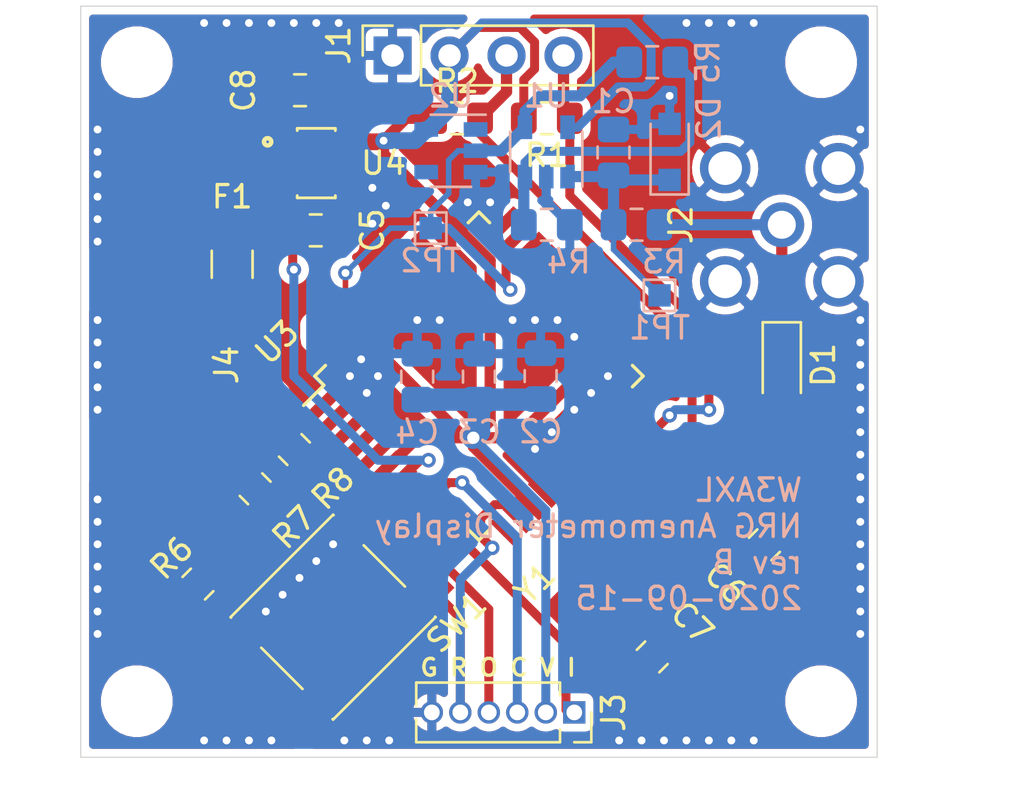
<source format=kicad_pcb>
(kicad_pcb (version 20171130) (host pcbnew "(5.1.9)-1")

  (general
    (thickness 1.6)
    (drawings 6)
    (tracks 290)
    (zones 0)
    (modules 35)
    (nets 44)
  )

  (page A)
  (title_block
    (title "NRG Anemometer Display")
    (date 2020-09-15)
    (rev B)
    (company W3AXL)
  )

  (layers
    (0 F.Cu signal)
    (31 B.Cu signal)
    (32 B.Adhes user)
    (33 F.Adhes user)
    (34 B.Paste user)
    (35 F.Paste user)
    (36 B.SilkS user)
    (37 F.SilkS user)
    (38 B.Mask user)
    (39 F.Mask user)
    (40 Dwgs.User user)
    (41 Cmts.User user)
    (42 Eco1.User user)
    (43 Eco2.User user)
    (44 Edge.Cuts user)
    (45 Margin user)
    (46 B.CrtYd user)
    (47 F.CrtYd user)
    (48 B.Fab user)
    (49 F.Fab user)
  )

  (setup
    (last_trace_width 0.4)
    (user_trace_width 0.3)
    (user_trace_width 0.4)
    (user_trace_width 0.5)
    (user_trace_width 0.75)
    (user_trace_width 1)
    (trace_clearance 0.2)
    (zone_clearance 0.35)
    (zone_45_only no)
    (trace_min 0.2)
    (via_size 0.8)
    (via_drill 0.4)
    (via_min_size 0.6)
    (via_min_drill 0.3)
    (user_via 0.65 0.35)
    (user_via 0.85 0.55)
    (uvia_size 0.3)
    (uvia_drill 0.1)
    (uvias_allowed no)
    (uvia_min_size 0.2)
    (uvia_min_drill 0.1)
    (edge_width 0.05)
    (segment_width 0.2)
    (pcb_text_width 0.3)
    (pcb_text_size 1.5 1.5)
    (mod_edge_width 0.12)
    (mod_text_size 1 1)
    (mod_text_width 0.15)
    (pad_size 1.524 1.524)
    (pad_drill 0.762)
    (pad_to_mask_clearance 0.05)
    (aux_axis_origin 0 0)
    (visible_elements 7FFFFFFF)
    (pcbplotparams
      (layerselection 0x010f0_ffffffff)
      (usegerberextensions false)
      (usegerberattributes true)
      (usegerberadvancedattributes true)
      (creategerberjobfile true)
      (excludeedgelayer true)
      (linewidth 0.100000)
      (plotframeref false)
      (viasonmask false)
      (mode 1)
      (useauxorigin false)
      (hpglpennumber 1)
      (hpglpenspeed 20)
      (hpglpendiameter 15.000000)
      (psnegative false)
      (psa4output false)
      (plotreference true)
      (plotvalue true)
      (plotinvisibletext false)
      (padsonsilk false)
      (subtractmaskfromsilk false)
      (outputformat 1)
      (mirror false)
      (drillshape 0)
      (scaleselection 1)
      (outputdirectory "gerb/revC"))
  )

  (net 0 "")
  (net 1 GND)
  (net 2 "Net-(C1-Pad1)")
  (net 3 +3V3)
  (net 4 VBUS)
  (net 5 "Net-(C6-Pad2)")
  (net 6 "Net-(C7-Pad1)")
  (net 7 "Net-(D1-Pad1)")
  (net 8 "Net-(F1-Pad2)")
  (net 9 MCU_SCL)
  (net 10 MCU_SDA)
  (net 11 ISP_MISO)
  (net 12 ISP_SCK)
  (net 13 ISP_MOSI)
  (net 14 ISP_RST)
  (net 15 "Net-(J4-Pad3)")
  (net 16 "Net-(J4-Pad4)")
  (net 17 "Net-(J4-Pad2)")
  (net 18 "Net-(R4-Pad1)")
  (net 19 "Net-(R5-Pad1)")
  (net 20 "Net-(R7-Pad1)")
  (net 21 "Net-(R8-Pad2)")
  (net 22 "Net-(U2-Pad1)")
  (net 23 "Net-(U3-Pad2)")
  (net 24 "Net-(U3-Pad8)")
  (net 25 "Net-(U3-Pad12)")
  (net 26 "Net-(U3-Pad20)")
  (net 27 "Net-(U3-Pad21)")
  (net 28 "Net-(U3-Pad22)")
  (net 29 "Net-(U3-Pad25)")
  (net 30 "Net-(U3-Pad26)")
  (net 31 "Net-(U3-Pad27)")
  (net 32 "Net-(U3-Pad28)")
  (net 33 "Net-(U3-Pad29)")
  (net 34 "Net-(U3-Pad30)")
  (net 35 "Net-(U3-Pad31)")
  (net 36 "Net-(U3-Pad33)")
  (net 37 "Net-(U3-Pad36)")
  (net 38 "Net-(U3-Pad37)")
  (net 39 "Net-(U3-Pad38)")
  (net 40 "Net-(U3-Pad39)")
  (net 41 "Net-(U3-Pad40)")
  (net 42 "Net-(TP3-Pad1)")
  (net 43 "Net-(U3-Pad1)")

  (net_class Default "This is the default net class."
    (clearance 0.2)
    (trace_width 0.25)
    (via_dia 0.8)
    (via_drill 0.4)
    (uvia_dia 0.3)
    (uvia_drill 0.1)
    (add_net +3V3)
    (add_net GND)
    (add_net ISP_MISO)
    (add_net ISP_MOSI)
    (add_net ISP_RST)
    (add_net ISP_SCK)
    (add_net MCU_SCL)
    (add_net MCU_SDA)
    (add_net "Net-(C1-Pad1)")
    (add_net "Net-(C6-Pad2)")
    (add_net "Net-(C7-Pad1)")
    (add_net "Net-(D1-Pad1)")
    (add_net "Net-(F1-Pad2)")
    (add_net "Net-(J4-Pad2)")
    (add_net "Net-(J4-Pad3)")
    (add_net "Net-(J4-Pad4)")
    (add_net "Net-(R4-Pad1)")
    (add_net "Net-(R5-Pad1)")
    (add_net "Net-(R7-Pad1)")
    (add_net "Net-(R8-Pad2)")
    (add_net "Net-(TP3-Pad1)")
    (add_net "Net-(U2-Pad1)")
    (add_net "Net-(U3-Pad1)")
    (add_net "Net-(U3-Pad12)")
    (add_net "Net-(U3-Pad2)")
    (add_net "Net-(U3-Pad20)")
    (add_net "Net-(U3-Pad21)")
    (add_net "Net-(U3-Pad22)")
    (add_net "Net-(U3-Pad25)")
    (add_net "Net-(U3-Pad26)")
    (add_net "Net-(U3-Pad27)")
    (add_net "Net-(U3-Pad28)")
    (add_net "Net-(U3-Pad29)")
    (add_net "Net-(U3-Pad30)")
    (add_net "Net-(U3-Pad31)")
    (add_net "Net-(U3-Pad33)")
    (add_net "Net-(U3-Pad36)")
    (add_net "Net-(U3-Pad37)")
    (add_net "Net-(U3-Pad38)")
    (add_net "Net-(U3-Pad39)")
    (add_net "Net-(U3-Pad40)")
    (add_net "Net-(U3-Pad8)")
    (add_net VBUS)
  )

  (module MountingHole:MountingHole_2.5mm (layer F.Cu) (tedit 56D1B4CB) (tstamp 5F44E1FE)
    (at 158 122.5)
    (descr "Mounting Hole 2.5mm, no annular")
    (tags "mounting hole 2.5mm no annular")
    (attr virtual)
    (fp_text reference REF** (at 0 -3.5) (layer F.SilkS) hide
      (effects (font (size 1 1) (thickness 0.15)))
    )
    (fp_text value MountingHole_2.5mm (at 0 3.5) (layer F.Fab) hide
      (effects (font (size 1 1) (thickness 0.15)))
    )
    (fp_circle (center 0 0) (end 2.5 0) (layer Cmts.User) (width 0.15))
    (fp_circle (center 0 0) (end 2.75 0) (layer F.CrtYd) (width 0.05))
    (fp_text user %R (at 0.3 0) (layer F.Fab)
      (effects (font (size 1 1) (thickness 0.15)))
    )
    (pad 1 np_thru_hole circle (at 0 0) (size 2.5 2.5) (drill 2.5) (layers *.Cu *.Mask))
  )

  (module MountingHole:MountingHole_2.5mm (layer F.Cu) (tedit 56D1B4CB) (tstamp 5F44E1F0)
    (at 158 94)
    (descr "Mounting Hole 2.5mm, no annular")
    (tags "mounting hole 2.5mm no annular")
    (attr virtual)
    (fp_text reference REF** (at 0 -3.5) (layer F.SilkS) hide
      (effects (font (size 1 1) (thickness 0.15)))
    )
    (fp_text value MountingHole_2.5mm (at 0 3.5) (layer F.Fab) hide
      (effects (font (size 1 1) (thickness 0.15)))
    )
    (fp_circle (center 0 0) (end 2.75 0) (layer F.CrtYd) (width 0.05))
    (fp_circle (center 0 0) (end 2.5 0) (layer Cmts.User) (width 0.15))
    (fp_text user %R (at 0.3 0) (layer F.Fab)
      (effects (font (size 1 1) (thickness 0.15)))
    )
    (pad 1 np_thru_hole circle (at 0 0) (size 2.5 2.5) (drill 2.5) (layers *.Cu *.Mask))
  )

  (module MountingHole:MountingHole_2.5mm (layer F.Cu) (tedit 56D1B4CB) (tstamp 5F44E1E2)
    (at 127.5 94)
    (descr "Mounting Hole 2.5mm, no annular")
    (tags "mounting hole 2.5mm no annular")
    (attr virtual)
    (fp_text reference REF** (at 0 -3.5) (layer F.SilkS) hide
      (effects (font (size 1 1) (thickness 0.15)))
    )
    (fp_text value MountingHole_2.5mm (at 0 3.5) (layer F.Fab) hide
      (effects (font (size 1 1) (thickness 0.15)))
    )
    (fp_circle (center 0 0) (end 2.5 0) (layer Cmts.User) (width 0.15))
    (fp_circle (center 0 0) (end 2.75 0) (layer F.CrtYd) (width 0.05))
    (fp_text user %R (at 0.3 0) (layer F.Fab)
      (effects (font (size 1 1) (thickness 0.15)))
    )
    (pad 1 np_thru_hole circle (at 0 0) (size 2.5 2.5) (drill 2.5) (layers *.Cu *.Mask))
  )

  (module MountingHole:MountingHole_2.5mm (layer F.Cu) (tedit 56D1B4CB) (tstamp 5F44E1B8)
    (at 127.5 122.5)
    (descr "Mounting Hole 2.5mm, no annular")
    (tags "mounting hole 2.5mm no annular")
    (attr virtual)
    (fp_text reference REF** (at 0 -3.5) (layer F.SilkS) hide
      (effects (font (size 1 1) (thickness 0.15)))
    )
    (fp_text value MountingHole_2.5mm (at 0 3.5) (layer F.Fab) hide
      (effects (font (size 1 1) (thickness 0.15)))
    )
    (fp_circle (center 0 0) (end 2.75 0) (layer F.CrtYd) (width 0.05))
    (fp_circle (center 0 0) (end 2.5 0) (layer Cmts.User) (width 0.15))
    (fp_text user %R (at 0.3 0) (layer F.Fab)
      (effects (font (size 1 1) (thickness 0.15)))
    )
    (pad 1 np_thru_hole circle (at 0 0) (size 2.5 2.5) (drill 2.5) (layers *.Cu *.Mask))
  )

  (module Capacitor_SMD:C_0805_2012Metric_Pad1.15x1.40mm_HandSolder (layer B.Cu) (tedit 5B36C52B) (tstamp 5F44DA2E)
    (at 148.75 98.025 90)
    (descr "Capacitor SMD 0805 (2012 Metric), square (rectangular) end terminal, IPC_7351 nominal with elongated pad for handsoldering. (Body size source: https://docs.google.com/spreadsheets/d/1BsfQQcO9C6DZCsRaXUlFlo91Tg2WpOkGARC1WS5S8t0/edit?usp=sharing), generated with kicad-footprint-generator")
    (tags "capacitor handsolder")
    (path /5F3E6232)
    (attr smd)
    (fp_text reference C1 (at 2.275 0 180) (layer B.SilkS)
      (effects (font (size 1 1) (thickness 0.15)) (justify mirror))
    )
    (fp_text value 0.1uF (at 0 -1.65 90) (layer B.Fab)
      (effects (font (size 1 1) (thickness 0.15)) (justify mirror))
    )
    (fp_line (start 1.85 -0.95) (end -1.85 -0.95) (layer B.CrtYd) (width 0.05))
    (fp_line (start 1.85 0.95) (end 1.85 -0.95) (layer B.CrtYd) (width 0.05))
    (fp_line (start -1.85 0.95) (end 1.85 0.95) (layer B.CrtYd) (width 0.05))
    (fp_line (start -1.85 -0.95) (end -1.85 0.95) (layer B.CrtYd) (width 0.05))
    (fp_line (start -0.261252 -0.71) (end 0.261252 -0.71) (layer B.SilkS) (width 0.12))
    (fp_line (start -0.261252 0.71) (end 0.261252 0.71) (layer B.SilkS) (width 0.12))
    (fp_line (start 1 -0.6) (end -1 -0.6) (layer B.Fab) (width 0.1))
    (fp_line (start 1 0.6) (end 1 -0.6) (layer B.Fab) (width 0.1))
    (fp_line (start -1 0.6) (end 1 0.6) (layer B.Fab) (width 0.1))
    (fp_line (start -1 -0.6) (end -1 0.6) (layer B.Fab) (width 0.1))
    (fp_text user %R (at 0 0 90) (layer B.Fab)
      (effects (font (size 0.5 0.5) (thickness 0.08)) (justify mirror))
    )
    (pad 2 smd roundrect (at 1.025 0 90) (size 1.15 1.4) (layers B.Cu B.Paste B.Mask) (roundrect_rratio 0.2173904347826087)
      (net 1 GND))
    (pad 1 smd roundrect (at -1.025 0 90) (size 1.15 1.4) (layers B.Cu B.Paste B.Mask) (roundrect_rratio 0.2173904347826087)
      (net 2 "Net-(C1-Pad1)"))
    (model ${KISYS3DMOD}/Capacitor_SMD.3dshapes/C_0805_2012Metric.wrl
      (at (xyz 0 0 0))
      (scale (xyz 1 1 1))
      (rotate (xyz 0 0 0))
    )
  )

  (module Capacitor_SMD:C_0805_2012Metric_Pad1.15x1.40mm_HandSolder (layer B.Cu) (tedit 5B36C52B) (tstamp 5F44DA3F)
    (at 145.5 108 270)
    (descr "Capacitor SMD 0805 (2012 Metric), square (rectangular) end terminal, IPC_7351 nominal with elongated pad for handsoldering. (Body size source: https://docs.google.com/spreadsheets/d/1BsfQQcO9C6DZCsRaXUlFlo91Tg2WpOkGARC1WS5S8t0/edit?usp=sharing), generated with kicad-footprint-generator")
    (tags "capacitor handsolder")
    (path /5F572529)
    (attr smd)
    (fp_text reference C2 (at 2.475 0 180) (layer B.SilkS)
      (effects (font (size 1 1) (thickness 0.15)) (justify mirror))
    )
    (fp_text value 0.1uF (at 0 -1.65 90) (layer B.Fab)
      (effects (font (size 1 1) (thickness 0.15)) (justify mirror))
    )
    (fp_line (start -1 -0.6) (end -1 0.6) (layer B.Fab) (width 0.1))
    (fp_line (start -1 0.6) (end 1 0.6) (layer B.Fab) (width 0.1))
    (fp_line (start 1 0.6) (end 1 -0.6) (layer B.Fab) (width 0.1))
    (fp_line (start 1 -0.6) (end -1 -0.6) (layer B.Fab) (width 0.1))
    (fp_line (start -0.261252 0.71) (end 0.261252 0.71) (layer B.SilkS) (width 0.12))
    (fp_line (start -0.261252 -0.71) (end 0.261252 -0.71) (layer B.SilkS) (width 0.12))
    (fp_line (start -1.85 -0.95) (end -1.85 0.95) (layer B.CrtYd) (width 0.05))
    (fp_line (start -1.85 0.95) (end 1.85 0.95) (layer B.CrtYd) (width 0.05))
    (fp_line (start 1.85 0.95) (end 1.85 -0.95) (layer B.CrtYd) (width 0.05))
    (fp_line (start 1.85 -0.95) (end -1.85 -0.95) (layer B.CrtYd) (width 0.05))
    (fp_text user %R (at 0 0 90) (layer B.Fab)
      (effects (font (size 0.5 0.5) (thickness 0.08)) (justify mirror))
    )
    (pad 1 smd roundrect (at -1.025 0 270) (size 1.15 1.4) (layers B.Cu B.Paste B.Mask) (roundrect_rratio 0.2173904347826087)
      (net 1 GND))
    (pad 2 smd roundrect (at 1.025 0 270) (size 1.15 1.4) (layers B.Cu B.Paste B.Mask) (roundrect_rratio 0.2173904347826087)
      (net 3 +3V3))
    (model ${KISYS3DMOD}/Capacitor_SMD.3dshapes/C_0805_2012Metric.wrl
      (at (xyz 0 0 0))
      (scale (xyz 1 1 1))
      (rotate (xyz 0 0 0))
    )
  )

  (module Capacitor_SMD:C_0805_2012Metric_Pad1.15x1.40mm_HandSolder (layer B.Cu) (tedit 5B36C52B) (tstamp 5F44DA50)
    (at 142.75 108.025 90)
    (descr "Capacitor SMD 0805 (2012 Metric), square (rectangular) end terminal, IPC_7351 nominal with elongated pad for handsoldering. (Body size source: https://docs.google.com/spreadsheets/d/1BsfQQcO9C6DZCsRaXUlFlo91Tg2WpOkGARC1WS5S8t0/edit?usp=sharing), generated with kicad-footprint-generator")
    (tags "capacitor handsolder")
    (path /5F5CF3AA)
    (attr smd)
    (fp_text reference C3 (at -2.475 0 180) (layer B.SilkS)
      (effects (font (size 1 1) (thickness 0.15)) (justify mirror))
    )
    (fp_text value 1uF (at 0 -1.65 90) (layer B.Fab)
      (effects (font (size 1 1) (thickness 0.15)) (justify mirror))
    )
    (fp_line (start -1 -0.6) (end -1 0.6) (layer B.Fab) (width 0.1))
    (fp_line (start -1 0.6) (end 1 0.6) (layer B.Fab) (width 0.1))
    (fp_line (start 1 0.6) (end 1 -0.6) (layer B.Fab) (width 0.1))
    (fp_line (start 1 -0.6) (end -1 -0.6) (layer B.Fab) (width 0.1))
    (fp_line (start -0.261252 0.71) (end 0.261252 0.71) (layer B.SilkS) (width 0.12))
    (fp_line (start -0.261252 -0.71) (end 0.261252 -0.71) (layer B.SilkS) (width 0.12))
    (fp_line (start -1.85 -0.95) (end -1.85 0.95) (layer B.CrtYd) (width 0.05))
    (fp_line (start -1.85 0.95) (end 1.85 0.95) (layer B.CrtYd) (width 0.05))
    (fp_line (start 1.85 0.95) (end 1.85 -0.95) (layer B.CrtYd) (width 0.05))
    (fp_line (start 1.85 -0.95) (end -1.85 -0.95) (layer B.CrtYd) (width 0.05))
    (fp_text user %R (at 0 0 90) (layer B.Fab)
      (effects (font (size 0.5 0.5) (thickness 0.08)) (justify mirror))
    )
    (pad 1 smd roundrect (at -1.025 0 90) (size 1.15 1.4) (layers B.Cu B.Paste B.Mask) (roundrect_rratio 0.2173904347826087)
      (net 3 +3V3))
    (pad 2 smd roundrect (at 1.025 0 90) (size 1.15 1.4) (layers B.Cu B.Paste B.Mask) (roundrect_rratio 0.2173904347826087)
      (net 1 GND))
    (model ${KISYS3DMOD}/Capacitor_SMD.3dshapes/C_0805_2012Metric.wrl
      (at (xyz 0 0 0))
      (scale (xyz 1 1 1))
      (rotate (xyz 0 0 0))
    )
  )

  (module Capacitor_SMD:C_0805_2012Metric_Pad1.15x1.40mm_HandSolder (layer B.Cu) (tedit 5B36C52B) (tstamp 5F44DA61)
    (at 140 108.025 270)
    (descr "Capacitor SMD 0805 (2012 Metric), square (rectangular) end terminal, IPC_7351 nominal with elongated pad for handsoldering. (Body size source: https://docs.google.com/spreadsheets/d/1BsfQQcO9C6DZCsRaXUlFlo91Tg2WpOkGARC1WS5S8t0/edit?usp=sharing), generated with kicad-footprint-generator")
    (tags "capacitor handsolder")
    (path /5F5A1F3E)
    (attr smd)
    (fp_text reference C4 (at 2.475 0) (layer B.SilkS)
      (effects (font (size 1 1) (thickness 0.15)) (justify mirror))
    )
    (fp_text value 0.1uF (at 0 -1.65 270) (layer B.Fab)
      (effects (font (size 1 1) (thickness 0.15)) (justify mirror))
    )
    (fp_line (start 1.85 -0.95) (end -1.85 -0.95) (layer B.CrtYd) (width 0.05))
    (fp_line (start 1.85 0.95) (end 1.85 -0.95) (layer B.CrtYd) (width 0.05))
    (fp_line (start -1.85 0.95) (end 1.85 0.95) (layer B.CrtYd) (width 0.05))
    (fp_line (start -1.85 -0.95) (end -1.85 0.95) (layer B.CrtYd) (width 0.05))
    (fp_line (start -0.261252 -0.71) (end 0.261252 -0.71) (layer B.SilkS) (width 0.12))
    (fp_line (start -0.261252 0.71) (end 0.261252 0.71) (layer B.SilkS) (width 0.12))
    (fp_line (start 1 -0.6) (end -1 -0.6) (layer B.Fab) (width 0.1))
    (fp_line (start 1 0.6) (end 1 -0.6) (layer B.Fab) (width 0.1))
    (fp_line (start -1 0.6) (end 1 0.6) (layer B.Fab) (width 0.1))
    (fp_line (start -1 -0.6) (end -1 0.6) (layer B.Fab) (width 0.1))
    (fp_text user %R (at 0 0 270) (layer B.Fab)
      (effects (font (size 0.5 0.5) (thickness 0.08)) (justify mirror))
    )
    (pad 2 smd roundrect (at 1.025 0 270) (size 1.15 1.4) (layers B.Cu B.Paste B.Mask) (roundrect_rratio 0.2173904347826087)
      (net 3 +3V3))
    (pad 1 smd roundrect (at -1.025 0 270) (size 1.15 1.4) (layers B.Cu B.Paste B.Mask) (roundrect_rratio 0.2173904347826087)
      (net 1 GND))
    (model ${KISYS3DMOD}/Capacitor_SMD.3dshapes/C_0805_2012Metric.wrl
      (at (xyz 0 0 0))
      (scale (xyz 1 1 1))
      (rotate (xyz 0 0 0))
    )
  )

  (module Capacitor_SMD:C_0805_2012Metric_Pad1.15x1.40mm_HandSolder (layer F.Cu) (tedit 5B36C52B) (tstamp 5F44DA72)
    (at 135.475 101.5)
    (descr "Capacitor SMD 0805 (2012 Metric), square (rectangular) end terminal, IPC_7351 nominal with elongated pad for handsoldering. (Body size source: https://docs.google.com/spreadsheets/d/1BsfQQcO9C6DZCsRaXUlFlo91Tg2WpOkGARC1WS5S8t0/edit?usp=sharing), generated with kicad-footprint-generator")
    (tags "capacitor handsolder")
    (path /5F75CB5F)
    (attr smd)
    (fp_text reference C5 (at 2.525 0 90) (layer F.SilkS)
      (effects (font (size 1 1) (thickness 0.15)))
    )
    (fp_text value 1uF (at 0 1.65) (layer F.Fab)
      (effects (font (size 1 1) (thickness 0.15)))
    )
    (fp_line (start -1 0.6) (end -1 -0.6) (layer F.Fab) (width 0.1))
    (fp_line (start -1 -0.6) (end 1 -0.6) (layer F.Fab) (width 0.1))
    (fp_line (start 1 -0.6) (end 1 0.6) (layer F.Fab) (width 0.1))
    (fp_line (start 1 0.6) (end -1 0.6) (layer F.Fab) (width 0.1))
    (fp_line (start -0.261252 -0.71) (end 0.261252 -0.71) (layer F.SilkS) (width 0.12))
    (fp_line (start -0.261252 0.71) (end 0.261252 0.71) (layer F.SilkS) (width 0.12))
    (fp_line (start -1.85 0.95) (end -1.85 -0.95) (layer F.CrtYd) (width 0.05))
    (fp_line (start -1.85 -0.95) (end 1.85 -0.95) (layer F.CrtYd) (width 0.05))
    (fp_line (start 1.85 -0.95) (end 1.85 0.95) (layer F.CrtYd) (width 0.05))
    (fp_line (start 1.85 0.95) (end -1.85 0.95) (layer F.CrtYd) (width 0.05))
    (fp_text user %R (at 0 0) (layer F.Fab)
      (effects (font (size 0.5 0.5) (thickness 0.08)))
    )
    (pad 1 smd roundrect (at -1.025 0) (size 1.15 1.4) (layers F.Cu F.Paste F.Mask) (roundrect_rratio 0.2173904347826087)
      (net 4 VBUS))
    (pad 2 smd roundrect (at 1.025 0) (size 1.15 1.4) (layers F.Cu F.Paste F.Mask) (roundrect_rratio 0.2173904347826087)
      (net 1 GND))
    (model ${KISYS3DMOD}/Capacitor_SMD.3dshapes/C_0805_2012Metric.wrl
      (at (xyz 0 0 0))
      (scale (xyz 1 1 1))
      (rotate (xyz 0 0 0))
    )
  )

  (module Capacitor_SMD:C_0805_2012Metric_Pad1.15x1.40mm_HandSolder (layer F.Cu) (tedit 5B36C52B) (tstamp 5F44DA83)
    (at 155.474784 115.525216 45)
    (descr "Capacitor SMD 0805 (2012 Metric), square (rectangular) end terminal, IPC_7351 nominal with elongated pad for handsoldering. (Body size source: https://docs.google.com/spreadsheets/d/1BsfQQcO9C6DZCsRaXUlFlo91Tg2WpOkGARC1WS5S8t0/edit?usp=sharing), generated with kicad-footprint-generator")
    (tags "capacitor handsolder")
    (path /5F48CA03)
    (attr smd)
    (fp_text reference C6 (at -2.439213 0 135) (layer F.SilkS)
      (effects (font (size 1 1) (thickness 0.15)))
    )
    (fp_text value 6.8pF (at 0 1.65 45) (layer F.Fab)
      (effects (font (size 1 1) (thickness 0.15)))
    )
    (fp_line (start -1 0.6) (end -1 -0.6) (layer F.Fab) (width 0.1))
    (fp_line (start -1 -0.6) (end 1 -0.6) (layer F.Fab) (width 0.1))
    (fp_line (start 1 -0.6) (end 1 0.6) (layer F.Fab) (width 0.1))
    (fp_line (start 1 0.6) (end -1 0.6) (layer F.Fab) (width 0.1))
    (fp_line (start -0.261252 -0.71) (end 0.261252 -0.71) (layer F.SilkS) (width 0.12))
    (fp_line (start -0.261252 0.71) (end 0.261252 0.71) (layer F.SilkS) (width 0.12))
    (fp_line (start -1.85 0.95) (end -1.85 -0.95) (layer F.CrtYd) (width 0.05))
    (fp_line (start -1.85 -0.95) (end 1.85 -0.95) (layer F.CrtYd) (width 0.05))
    (fp_line (start 1.85 -0.95) (end 1.85 0.95) (layer F.CrtYd) (width 0.05))
    (fp_line (start 1.85 0.95) (end -1.85 0.95) (layer F.CrtYd) (width 0.05))
    (fp_text user %R (at 0 0 45) (layer F.Fab)
      (effects (font (size 0.5 0.5) (thickness 0.08)))
    )
    (pad 1 smd roundrect (at -1.025 0 45) (size 1.15 1.4) (layers F.Cu F.Paste F.Mask) (roundrect_rratio 0.2173904347826087)
      (net 1 GND))
    (pad 2 smd roundrect (at 1.025 0 45) (size 1.15 1.4) (layers F.Cu F.Paste F.Mask) (roundrect_rratio 0.2173904347826087)
      (net 5 "Net-(C6-Pad2)"))
    (model ${KISYS3DMOD}/Capacitor_SMD.3dshapes/C_0805_2012Metric.wrl
      (at (xyz 0 0 0))
      (scale (xyz 1 1 1))
      (rotate (xyz 0 0 0))
    )
  )

  (module Capacitor_SMD:C_0805_2012Metric_Pad1.15x1.40mm_HandSolder (layer F.Cu) (tedit 5B36C52B) (tstamp 5F44DA94)
    (at 150.474784 120.525216 45)
    (descr "Capacitor SMD 0805 (2012 Metric), square (rectangular) end terminal, IPC_7351 nominal with elongated pad for handsoldering. (Body size source: https://docs.google.com/spreadsheets/d/1BsfQQcO9C6DZCsRaXUlFlo91Tg2WpOkGARC1WS5S8t0/edit?usp=sharing), generated with kicad-footprint-generator")
    (tags "capacitor handsolder")
    (path /5F489E4B)
    (attr smd)
    (fp_text reference C7 (at 2.333758 0.176777 135) (layer F.SilkS)
      (effects (font (size 1 1) (thickness 0.15)))
    )
    (fp_text value 6.8pF (at 0 1.65 45) (layer F.Fab)
      (effects (font (size 1 1) (thickness 0.15)))
    )
    (fp_line (start 1.85 0.95) (end -1.85 0.95) (layer F.CrtYd) (width 0.05))
    (fp_line (start 1.85 -0.95) (end 1.85 0.95) (layer F.CrtYd) (width 0.05))
    (fp_line (start -1.85 -0.95) (end 1.85 -0.95) (layer F.CrtYd) (width 0.05))
    (fp_line (start -1.85 0.95) (end -1.85 -0.95) (layer F.CrtYd) (width 0.05))
    (fp_line (start -0.261252 0.71) (end 0.261252 0.71) (layer F.SilkS) (width 0.12))
    (fp_line (start -0.261252 -0.71) (end 0.261252 -0.71) (layer F.SilkS) (width 0.12))
    (fp_line (start 1 0.6) (end -1 0.6) (layer F.Fab) (width 0.1))
    (fp_line (start 1 -0.6) (end 1 0.6) (layer F.Fab) (width 0.1))
    (fp_line (start -1 -0.6) (end 1 -0.6) (layer F.Fab) (width 0.1))
    (fp_line (start -1 0.6) (end -1 -0.6) (layer F.Fab) (width 0.1))
    (fp_text user %R (at 0 0 45) (layer F.Fab)
      (effects (font (size 0.5 0.5) (thickness 0.08)))
    )
    (pad 2 smd roundrect (at 1.025 0 45) (size 1.15 1.4) (layers F.Cu F.Paste F.Mask) (roundrect_rratio 0.2173904347826087)
      (net 1 GND))
    (pad 1 smd roundrect (at -1.025 0 45) (size 1.15 1.4) (layers F.Cu F.Paste F.Mask) (roundrect_rratio 0.2173904347826087)
      (net 6 "Net-(C7-Pad1)"))
    (model ${KISYS3DMOD}/Capacitor_SMD.3dshapes/C_0805_2012Metric.wrl
      (at (xyz 0 0 0))
      (scale (xyz 1 1 1))
      (rotate (xyz 0 0 0))
    )
  )

  (module Capacitor_SMD:C_0805_2012Metric_Pad1.15x1.40mm_HandSolder (layer F.Cu) (tedit 5B36C52B) (tstamp 5F44DAA5)
    (at 134.775 95.25 180)
    (descr "Capacitor SMD 0805 (2012 Metric), square (rectangular) end terminal, IPC_7351 nominal with elongated pad for handsoldering. (Body size source: https://docs.google.com/spreadsheets/d/1BsfQQcO9C6DZCsRaXUlFlo91Tg2WpOkGARC1WS5S8t0/edit?usp=sharing), generated with kicad-footprint-generator")
    (tags "capacitor handsolder")
    (path /5F78894A)
    (attr smd)
    (fp_text reference C8 (at 2.525 0 90) (layer F.SilkS)
      (effects (font (size 1 1) (thickness 0.15)))
    )
    (fp_text value 1uF (at 0 1.65) (layer F.Fab)
      (effects (font (size 1 1) (thickness 0.15)))
    )
    (fp_line (start 1.85 0.95) (end -1.85 0.95) (layer F.CrtYd) (width 0.05))
    (fp_line (start 1.85 -0.95) (end 1.85 0.95) (layer F.CrtYd) (width 0.05))
    (fp_line (start -1.85 -0.95) (end 1.85 -0.95) (layer F.CrtYd) (width 0.05))
    (fp_line (start -1.85 0.95) (end -1.85 -0.95) (layer F.CrtYd) (width 0.05))
    (fp_line (start -0.261252 0.71) (end 0.261252 0.71) (layer F.SilkS) (width 0.12))
    (fp_line (start -0.261252 -0.71) (end 0.261252 -0.71) (layer F.SilkS) (width 0.12))
    (fp_line (start 1 0.6) (end -1 0.6) (layer F.Fab) (width 0.1))
    (fp_line (start 1 -0.6) (end 1 0.6) (layer F.Fab) (width 0.1))
    (fp_line (start -1 -0.6) (end 1 -0.6) (layer F.Fab) (width 0.1))
    (fp_line (start -1 0.6) (end -1 -0.6) (layer F.Fab) (width 0.1))
    (fp_text user %R (at 0 0) (layer F.Fab)
      (effects (font (size 0.5 0.5) (thickness 0.08)))
    )
    (pad 2 smd roundrect (at 1.025 0 180) (size 1.15 1.4) (layers F.Cu F.Paste F.Mask) (roundrect_rratio 0.2173904347826087)
      (net 1 GND))
    (pad 1 smd roundrect (at -1.025 0 180) (size 1.15 1.4) (layers F.Cu F.Paste F.Mask) (roundrect_rratio 0.2173904347826087)
      (net 3 +3V3))
    (model ${KISYS3DMOD}/Capacitor_SMD.3dshapes/C_0805_2012Metric.wrl
      (at (xyz 0 0 0))
      (scale (xyz 1 1 1))
      (rotate (xyz 0 0 0))
    )
  )

  (module Diode_SMD:D_SOD-323_HandSoldering (layer B.Cu) (tedit 58641869) (tstamp 5F44DAD5)
    (at 151.25 98 90)
    (descr SOD-323)
    (tags SOD-323)
    (path /5F40C422)
    (attr smd)
    (fp_text reference D2 (at 1.5 1.75 90) (layer B.SilkS)
      (effects (font (size 1 1) (thickness 0.15)) (justify mirror))
    )
    (fp_text value 3.3V (at 0.1 -1.9 90) (layer B.Fab)
      (effects (font (size 1 1) (thickness 0.15)) (justify mirror))
    )
    (fp_line (start -1.9 0.85) (end -1.9 -0.85) (layer B.SilkS) (width 0.12))
    (fp_line (start 0.2 0) (end 0.45 0) (layer B.Fab) (width 0.1))
    (fp_line (start 0.2 -0.35) (end -0.3 0) (layer B.Fab) (width 0.1))
    (fp_line (start 0.2 0.35) (end 0.2 -0.35) (layer B.Fab) (width 0.1))
    (fp_line (start -0.3 0) (end 0.2 0.35) (layer B.Fab) (width 0.1))
    (fp_line (start -0.3 0) (end -0.5 0) (layer B.Fab) (width 0.1))
    (fp_line (start -0.3 0.35) (end -0.3 -0.35) (layer B.Fab) (width 0.1))
    (fp_line (start -0.9 -0.7) (end -0.9 0.7) (layer B.Fab) (width 0.1))
    (fp_line (start 0.9 -0.7) (end -0.9 -0.7) (layer B.Fab) (width 0.1))
    (fp_line (start 0.9 0.7) (end 0.9 -0.7) (layer B.Fab) (width 0.1))
    (fp_line (start -0.9 0.7) (end 0.9 0.7) (layer B.Fab) (width 0.1))
    (fp_line (start -2 0.95) (end 2 0.95) (layer B.CrtYd) (width 0.05))
    (fp_line (start 2 0.95) (end 2 -0.95) (layer B.CrtYd) (width 0.05))
    (fp_line (start -2 -0.95) (end 2 -0.95) (layer B.CrtYd) (width 0.05))
    (fp_line (start -2 0.95) (end -2 -0.95) (layer B.CrtYd) (width 0.05))
    (fp_line (start -1.9 -0.85) (end 1.25 -0.85) (layer B.SilkS) (width 0.12))
    (fp_line (start -1.9 0.85) (end 1.25 0.85) (layer B.SilkS) (width 0.12))
    (fp_text user %R (at 0 1.85 90) (layer B.Fab)
      (effects (font (size 1 1) (thickness 0.15)) (justify mirror))
    )
    (pad 1 smd rect (at -1.25 0 90) (size 1 1) (layers B.Cu B.Paste B.Mask)
      (net 2 "Net-(C1-Pad1)"))
    (pad 2 smd rect (at 1.25 0 90) (size 1 1) (layers B.Cu B.Paste B.Mask)
      (net 1 GND))
    (model ${KISYS3DMOD}/Diode_SMD.3dshapes/D_SOD-323.wrl
      (at (xyz 0 0 0))
      (scale (xyz 1 1 1))
      (rotate (xyz 0 0 0))
    )
  )

  (module Fuse:Fuse_1206_3216Metric_Pad1.42x1.75mm_HandSolder (layer F.Cu) (tedit 5B301BBE) (tstamp 5F44DAE6)
    (at 131.75 103.0125 270)
    (descr "Fuse SMD 1206 (3216 Metric), square (rectangular) end terminal, IPC_7351 nominal with elongated pad for handsoldering. (Body size source: http://www.tortai-tech.com/upload/download/2011102023233369053.pdf), generated with kicad-footprint-generator")
    (tags "resistor handsolder")
    (path /5F5B6250)
    (attr smd)
    (fp_text reference F1 (at -3.0125 0 180) (layer F.SilkS)
      (effects (font (size 1 1) (thickness 0.15)))
    )
    (fp_text value 250mA (at 0 1.82 90) (layer F.Fab)
      (effects (font (size 1 1) (thickness 0.15)))
    )
    (fp_line (start -1.6 0.8) (end -1.6 -0.8) (layer F.Fab) (width 0.1))
    (fp_line (start -1.6 -0.8) (end 1.6 -0.8) (layer F.Fab) (width 0.1))
    (fp_line (start 1.6 -0.8) (end 1.6 0.8) (layer F.Fab) (width 0.1))
    (fp_line (start 1.6 0.8) (end -1.6 0.8) (layer F.Fab) (width 0.1))
    (fp_line (start -0.602064 -0.91) (end 0.602064 -0.91) (layer F.SilkS) (width 0.12))
    (fp_line (start -0.602064 0.91) (end 0.602064 0.91) (layer F.SilkS) (width 0.12))
    (fp_line (start -2.45 1.12) (end -2.45 -1.12) (layer F.CrtYd) (width 0.05))
    (fp_line (start -2.45 -1.12) (end 2.45 -1.12) (layer F.CrtYd) (width 0.05))
    (fp_line (start 2.45 -1.12) (end 2.45 1.12) (layer F.CrtYd) (width 0.05))
    (fp_line (start 2.45 1.12) (end -2.45 1.12) (layer F.CrtYd) (width 0.05))
    (fp_text user %R (at 0 0 90) (layer F.Fab)
      (effects (font (size 0.8 0.8) (thickness 0.12)))
    )
    (pad 1 smd roundrect (at -1.4875 0 270) (size 1.425 1.75) (layers F.Cu F.Paste F.Mask) (roundrect_rratio 0.1754385964912281)
      (net 4 VBUS))
    (pad 2 smd roundrect (at 1.4875 0 270) (size 1.425 1.75) (layers F.Cu F.Paste F.Mask) (roundrect_rratio 0.1754385964912281)
      (net 8 "Net-(F1-Pad2)"))
    (model ${KISYS3DMOD}/Fuse.3dshapes/Fuse_1206_3216Metric.wrl
      (at (xyz 0 0 0))
      (scale (xyz 1 1 1))
      (rotate (xyz 0 0 0))
    )
  )

  (module nrg-control-box:RF3-04A-T-00-50-G (layer F.Cu) (tedit 5F447378) (tstamp 5F44DB1D)
    (at 156.25 101.25)
    (path /5F736893)
    (fp_text reference J2 (at -4.5 0 270) (layer F.SilkS)
      (effects (font (size 1 1) (thickness 0.15)))
    )
    (fp_text value NRG (at 0.1 -4.5) (layer F.Fab)
      (effects (font (size 1 1) (thickness 0.15)))
    )
    (fp_line (start -3.25 -3.25) (end -3.25 3.25) (layer B.CrtYd) (width 0.12))
    (fp_line (start -3.25 3.25) (end 3.25 3.25) (layer B.CrtYd) (width 0.12))
    (fp_line (start 3.25 3.25) (end 3.25 -3.25) (layer B.CrtYd) (width 0.12))
    (fp_line (start 3.25 -3.25) (end -3.25 -3.25) (layer B.CrtYd) (width 0.12))
    (fp_line (start 10.75 2.75) (end 3.25 2.75) (layer B.CrtYd) (width 0.12))
    (fp_line (start 3.25 -2.75) (end 10.75 -2.75) (layer B.CrtYd) (width 0.12))
    (fp_line (start 10.75 -2.75) (end 10.75 2.75) (layer B.CrtYd) (width 0.12))
    (pad 1 thru_hole circle (at 0 0) (size 2 2) (drill 1.25) (layers *.Cu *.Mask)
      (net 7 "Net-(D1-Pad1)"))
    (pad 2 thru_hole circle (at 2.525 -2.525) (size 2.25 2.25) (drill 1.5) (layers *.Cu *.Mask)
      (net 1 GND))
    (pad 2 thru_hole circle (at -2.525 -2.525) (size 2.25 2.25) (drill 1.5) (layers *.Cu *.Mask)
      (net 1 GND))
    (pad 2 thru_hole circle (at -2.525 2.525) (size 2.25 2.25) (drill 1.5) (layers *.Cu *.Mask)
      (net 1 GND))
    (pad 2 thru_hole circle (at 2.525 2.525) (size 2.25 2.25) (drill 1.5) (layers *.Cu *.Mask)
      (net 1 GND))
  )

  (module Connector_PinSocket_1.27mm:PinSocket_1x06_P1.27mm_Vertical (layer F.Cu) (tedit 5A19A420) (tstamp 5F44DB39)
    (at 147 123 270)
    (descr "Through hole straight socket strip, 1x06, 1.27mm pitch, single row (from Kicad 4.0.7), script generated")
    (tags "Through hole socket strip THT 1x06 1.27mm single row")
    (path /5F4434AA)
    (fp_text reference J3 (at 0 -1.75 270) (layer F.SilkS)
      (effects (font (size 1 1) (thickness 0.15)))
    )
    (fp_text value AVR-ISP-6 (at 0 8.485 90) (layer F.Fab)
      (effects (font (size 1 1) (thickness 0.15)))
    )
    (fp_line (start -1.27 -0.635) (end 0.635 -0.635) (layer F.Fab) (width 0.1))
    (fp_line (start 0.635 -0.635) (end 1.27 0) (layer F.Fab) (width 0.1))
    (fp_line (start 1.27 0) (end 1.27 6.985) (layer F.Fab) (width 0.1))
    (fp_line (start 1.27 6.985) (end -1.27 6.985) (layer F.Fab) (width 0.1))
    (fp_line (start -1.27 6.985) (end -1.27 -0.635) (layer F.Fab) (width 0.1))
    (fp_line (start -1.33 0.635) (end -0.76 0.635) (layer F.SilkS) (width 0.12))
    (fp_line (start 0.76 0.635) (end 1.33 0.635) (layer F.SilkS) (width 0.12))
    (fp_line (start -1.33 0.635) (end -1.33 7.045) (layer F.SilkS) (width 0.12))
    (fp_line (start -1.33 7.045) (end -0.30753 7.045) (layer F.SilkS) (width 0.12))
    (fp_line (start 0.30753 7.045) (end 1.33 7.045) (layer F.SilkS) (width 0.12))
    (fp_line (start 1.33 0.635) (end 1.33 7.045) (layer F.SilkS) (width 0.12))
    (fp_line (start 1.33 -0.76) (end 1.33 0) (layer F.SilkS) (width 0.12))
    (fp_line (start 0 -0.76) (end 1.33 -0.76) (layer F.SilkS) (width 0.12))
    (fp_line (start -1.8 -1.15) (end 1.75 -1.15) (layer F.CrtYd) (width 0.05))
    (fp_line (start 1.75 -1.15) (end 1.75 7.5) (layer F.CrtYd) (width 0.05))
    (fp_line (start 1.75 7.5) (end -1.8 7.5) (layer F.CrtYd) (width 0.05))
    (fp_line (start -1.8 7.5) (end -1.8 -1.15) (layer F.CrtYd) (width 0.05))
    (fp_text user %R (at 0 3.175) (layer F.Fab)
      (effects (font (size 1 1) (thickness 0.15)))
    )
    (pad 1 thru_hole rect (at 0 0 270) (size 1 1) (drill 0.7) (layers *.Cu *.Mask)
      (net 11 ISP_MISO))
    (pad 2 thru_hole oval (at 0 1.27 270) (size 1 1) (drill 0.7) (layers *.Cu *.Mask)
      (net 3 +3V3))
    (pad 3 thru_hole oval (at 0 2.54 270) (size 1 1) (drill 0.7) (layers *.Cu *.Mask)
      (net 12 ISP_SCK))
    (pad 4 thru_hole oval (at 0 3.81 270) (size 1 1) (drill 0.7) (layers *.Cu *.Mask)
      (net 13 ISP_MOSI))
    (pad 5 thru_hole oval (at 0 5.08 270) (size 1 1) (drill 0.7) (layers *.Cu *.Mask)
      (net 14 ISP_RST))
    (pad 6 thru_hole oval (at 0 6.35 270) (size 1 1) (drill 0.7) (layers *.Cu *.Mask)
      (net 1 GND))
    (model ${KISYS3DMOD}/Connector_PinSocket_1.27mm.3dshapes/PinSocket_1x06_P1.27mm_Vertical.wrl
      (at (xyz 0 0 0))
      (scale (xyz 1 1 1))
      (rotate (xyz 0 0 0))
    )
  )

  (module nrg-control-box:10118192-0001LF (layer F.Cu) (tedit 5F4477E4) (tstamp 5F44DB46)
    (at 126.5 107.5 270)
    (path /5F46D984)
    (fp_text reference J4 (at 0 -5 90) (layer F.SilkS)
      (effects (font (size 1 1) (thickness 0.15)))
    )
    (fp_text value USB (at 0 4.25 90) (layer F.Fab)
      (effects (font (size 1 1) (thickness 0.15)))
    )
    (pad 3 smd rect (at 0 -2.675 270) (size 0.4 2) (drill (offset 0 -0.325)) (layers F.Cu F.Paste F.Mask)
      (net 15 "Net-(J4-Pad3)"))
    (pad 4 smd rect (at 0.65 -2.675 270) (size 0.4 2) (drill (offset 0 -0.325)) (layers F.Cu F.Paste F.Mask)
      (net 16 "Net-(J4-Pad4)"))
    (pad 5 smd rect (at 1.3 -2.675 270) (size 0.4 2) (drill (offset 0 -0.325)) (layers F.Cu F.Paste F.Mask)
      (net 1 GND))
    (pad 1 smd rect (at -1.3 -2.675 270) (size 0.4 2) (drill (offset 0 -0.325)) (layers F.Cu F.Paste F.Mask)
      (net 8 "Net-(F1-Pad2)"))
    (pad 2 smd rect (at -0.65 -2.675 270) (size 0.4 2) (drill (offset 0 -0.325)) (layers F.Cu F.Paste F.Mask)
      (net 17 "Net-(J4-Pad2)"))
    (pad 6 smd rect (at 3.1 -2.55 270) (size 2.1 1.6) (layers F.Cu F.Paste F.Mask)
      (net 1 GND))
    (pad 6 smd rect (at -3.1 -2.55 270) (size 2.1 1.6) (layers F.Cu F.Paste F.Mask)
      (net 1 GND))
    (pad 6 smd rect (at -3.8 0 270) (size 1.8 1.9) (layers F.Cu F.Paste F.Mask)
      (net 1 GND))
    (pad 6 smd rect (at 3.8 0 270) (size 1.8 1.9) (layers F.Cu F.Paste F.Mask)
      (net 1 GND))
    (model ${KIPRJMOD}/10118192C.stp
      (offset (xyz -98 3.25 -0.35))
      (scale (xyz 1 1 1))
      (rotate (xyz -90 0 0))
    )
  )

  (module Resistor_SMD:R_0805_2012Metric_Pad1.15x1.40mm_HandSolder (layer F.Cu) (tedit 5B36C52B) (tstamp 5F44DB57)
    (at 145.775 96.5 180)
    (descr "Resistor SMD 0805 (2012 Metric), square (rectangular) end terminal, IPC_7351 nominal with elongated pad for handsoldering. (Body size source: https://docs.google.com/spreadsheets/d/1BsfQQcO9C6DZCsRaXUlFlo91Tg2WpOkGARC1WS5S8t0/edit?usp=sharing), generated with kicad-footprint-generator")
    (tags "resistor handsolder")
    (path /5F4690A3)
    (attr smd)
    (fp_text reference R1 (at 0 -1.65) (layer F.SilkS)
      (effects (font (size 1 1) (thickness 0.15)))
    )
    (fp_text value 10k (at 0 1.65) (layer F.Fab)
      (effects (font (size 1 1) (thickness 0.15)))
    )
    (fp_line (start 1.85 0.95) (end -1.85 0.95) (layer F.CrtYd) (width 0.05))
    (fp_line (start 1.85 -0.95) (end 1.85 0.95) (layer F.CrtYd) (width 0.05))
    (fp_line (start -1.85 -0.95) (end 1.85 -0.95) (layer F.CrtYd) (width 0.05))
    (fp_line (start -1.85 0.95) (end -1.85 -0.95) (layer F.CrtYd) (width 0.05))
    (fp_line (start -0.261252 0.71) (end 0.261252 0.71) (layer F.SilkS) (width 0.12))
    (fp_line (start -0.261252 -0.71) (end 0.261252 -0.71) (layer F.SilkS) (width 0.12))
    (fp_line (start 1 0.6) (end -1 0.6) (layer F.Fab) (width 0.1))
    (fp_line (start 1 -0.6) (end 1 0.6) (layer F.Fab) (width 0.1))
    (fp_line (start -1 -0.6) (end 1 -0.6) (layer F.Fab) (width 0.1))
    (fp_line (start -1 0.6) (end -1 -0.6) (layer F.Fab) (width 0.1))
    (fp_text user %R (at 0 0) (layer F.Fab)
      (effects (font (size 0.5 0.5) (thickness 0.08)))
    )
    (pad 2 smd roundrect (at 1.025 0 180) (size 1.15 1.4) (layers F.Cu F.Paste F.Mask) (roundrect_rratio 0.2173904347826087)
      (net 3 +3V3))
    (pad 1 smd roundrect (at -1.025 0 180) (size 1.15 1.4) (layers F.Cu F.Paste F.Mask) (roundrect_rratio 0.2173904347826087)
      (net 10 MCU_SDA))
    (model ${KISYS3DMOD}/Resistor_SMD.3dshapes/R_0805_2012Metric.wrl
      (at (xyz 0 0 0))
      (scale (xyz 1 1 1))
      (rotate (xyz 0 0 0))
    )
  )

  (module Resistor_SMD:R_0805_2012Metric_Pad1.15x1.40mm_HandSolder (layer F.Cu) (tedit 5B36C52B) (tstamp 5F44DB68)
    (at 141.775 96.5)
    (descr "Resistor SMD 0805 (2012 Metric), square (rectangular) end terminal, IPC_7351 nominal with elongated pad for handsoldering. (Body size source: https://docs.google.com/spreadsheets/d/1BsfQQcO9C6DZCsRaXUlFlo91Tg2WpOkGARC1WS5S8t0/edit?usp=sharing), generated with kicad-footprint-generator")
    (tags "resistor handsolder")
    (path /5F46E387)
    (attr smd)
    (fp_text reference R2 (at 0 -1.65) (layer F.SilkS)
      (effects (font (size 1 1) (thickness 0.15)))
    )
    (fp_text value 10k (at 0 1.65) (layer F.Fab)
      (effects (font (size 1 1) (thickness 0.15)))
    )
    (fp_line (start 1.85 0.95) (end -1.85 0.95) (layer F.CrtYd) (width 0.05))
    (fp_line (start 1.85 -0.95) (end 1.85 0.95) (layer F.CrtYd) (width 0.05))
    (fp_line (start -1.85 -0.95) (end 1.85 -0.95) (layer F.CrtYd) (width 0.05))
    (fp_line (start -1.85 0.95) (end -1.85 -0.95) (layer F.CrtYd) (width 0.05))
    (fp_line (start -0.261252 0.71) (end 0.261252 0.71) (layer F.SilkS) (width 0.12))
    (fp_line (start -0.261252 -0.71) (end 0.261252 -0.71) (layer F.SilkS) (width 0.12))
    (fp_line (start 1 0.6) (end -1 0.6) (layer F.Fab) (width 0.1))
    (fp_line (start 1 -0.6) (end 1 0.6) (layer F.Fab) (width 0.1))
    (fp_line (start -1 -0.6) (end 1 -0.6) (layer F.Fab) (width 0.1))
    (fp_line (start -1 0.6) (end -1 -0.6) (layer F.Fab) (width 0.1))
    (fp_text user %R (at 0 0) (layer F.Fab)
      (effects (font (size 0.5 0.5) (thickness 0.08)))
    )
    (pad 2 smd roundrect (at 1.025 0) (size 1.15 1.4) (layers F.Cu F.Paste F.Mask) (roundrect_rratio 0.2173904347826087)
      (net 9 MCU_SCL))
    (pad 1 smd roundrect (at -1.025 0) (size 1.15 1.4) (layers F.Cu F.Paste F.Mask) (roundrect_rratio 0.2173904347826087)
      (net 3 +3V3))
    (model ${KISYS3DMOD}/Resistor_SMD.3dshapes/R_0805_2012Metric.wrl
      (at (xyz 0 0 0))
      (scale (xyz 1 1 1))
      (rotate (xyz 0 0 0))
    )
  )

  (module Resistor_SMD:R_0805_2012Metric_Pad1.15x1.40mm_HandSolder (layer B.Cu) (tedit 5B36C52B) (tstamp 5F44DB79)
    (at 149.775 101.25)
    (descr "Resistor SMD 0805 (2012 Metric), square (rectangular) end terminal, IPC_7351 nominal with elongated pad for handsoldering. (Body size source: https://docs.google.com/spreadsheets/d/1BsfQQcO9C6DZCsRaXUlFlo91Tg2WpOkGARC1WS5S8t0/edit?usp=sharing), generated with kicad-footprint-generator")
    (tags "resistor handsolder")
    (path /5F3E5683)
    (attr smd)
    (fp_text reference R3 (at 1.225 1.65) (layer B.SilkS)
      (effects (font (size 1 1) (thickness 0.15)) (justify mirror))
    )
    (fp_text value 100k (at 0 -1.65) (layer B.Fab)
      (effects (font (size 1 1) (thickness 0.15)) (justify mirror))
    )
    (fp_line (start -1 -0.6) (end -1 0.6) (layer B.Fab) (width 0.1))
    (fp_line (start -1 0.6) (end 1 0.6) (layer B.Fab) (width 0.1))
    (fp_line (start 1 0.6) (end 1 -0.6) (layer B.Fab) (width 0.1))
    (fp_line (start 1 -0.6) (end -1 -0.6) (layer B.Fab) (width 0.1))
    (fp_line (start -0.261252 0.71) (end 0.261252 0.71) (layer B.SilkS) (width 0.12))
    (fp_line (start -0.261252 -0.71) (end 0.261252 -0.71) (layer B.SilkS) (width 0.12))
    (fp_line (start -1.85 -0.95) (end -1.85 0.95) (layer B.CrtYd) (width 0.05))
    (fp_line (start -1.85 0.95) (end 1.85 0.95) (layer B.CrtYd) (width 0.05))
    (fp_line (start 1.85 0.95) (end 1.85 -0.95) (layer B.CrtYd) (width 0.05))
    (fp_line (start 1.85 -0.95) (end -1.85 -0.95) (layer B.CrtYd) (width 0.05))
    (fp_text user %R (at 0 0) (layer B.Fab)
      (effects (font (size 0.5 0.5) (thickness 0.08)) (justify mirror))
    )
    (pad 1 smd roundrect (at -1.025 0) (size 1.15 1.4) (layers B.Cu B.Paste B.Mask) (roundrect_rratio 0.2173904347826087)
      (net 2 "Net-(C1-Pad1)"))
    (pad 2 smd roundrect (at 1.025 0) (size 1.15 1.4) (layers B.Cu B.Paste B.Mask) (roundrect_rratio 0.2173904347826087)
      (net 7 "Net-(D1-Pad1)"))
    (model ${KISYS3DMOD}/Resistor_SMD.3dshapes/R_0805_2012Metric.wrl
      (at (xyz 0 0 0))
      (scale (xyz 1 1 1))
      (rotate (xyz 0 0 0))
    )
  )

  (module Resistor_SMD:R_0805_2012Metric_Pad1.15x1.40mm_HandSolder (layer B.Cu) (tedit 5B36C52B) (tstamp 5F44DB8A)
    (at 145.775 101.25)
    (descr "Resistor SMD 0805 (2012 Metric), square (rectangular) end terminal, IPC_7351 nominal with elongated pad for handsoldering. (Body size source: https://docs.google.com/spreadsheets/d/1BsfQQcO9C6DZCsRaXUlFlo91Tg2WpOkGARC1WS5S8t0/edit?usp=sharing), generated with kicad-footprint-generator")
    (tags "resistor handsolder")
    (path /5F40504F)
    (attr smd)
    (fp_text reference R4 (at 0.975 1.65) (layer B.SilkS)
      (effects (font (size 1 1) (thickness 0.15)) (justify mirror))
    )
    (fp_text value 10k (at 0 -1.65) (layer B.Fab)
      (effects (font (size 1 1) (thickness 0.15)) (justify mirror))
    )
    (fp_line (start -1 -0.6) (end -1 0.6) (layer B.Fab) (width 0.1))
    (fp_line (start -1 0.6) (end 1 0.6) (layer B.Fab) (width 0.1))
    (fp_line (start 1 0.6) (end 1 -0.6) (layer B.Fab) (width 0.1))
    (fp_line (start 1 -0.6) (end -1 -0.6) (layer B.Fab) (width 0.1))
    (fp_line (start -0.261252 0.71) (end 0.261252 0.71) (layer B.SilkS) (width 0.12))
    (fp_line (start -0.261252 -0.71) (end 0.261252 -0.71) (layer B.SilkS) (width 0.12))
    (fp_line (start -1.85 -0.95) (end -1.85 0.95) (layer B.CrtYd) (width 0.05))
    (fp_line (start -1.85 0.95) (end 1.85 0.95) (layer B.CrtYd) (width 0.05))
    (fp_line (start 1.85 0.95) (end 1.85 -0.95) (layer B.CrtYd) (width 0.05))
    (fp_line (start 1.85 -0.95) (end -1.85 -0.95) (layer B.CrtYd) (width 0.05))
    (fp_text user %R (at 0 0) (layer B.Fab)
      (effects (font (size 0.5 0.5) (thickness 0.08)) (justify mirror))
    )
    (pad 1 smd roundrect (at -1.025 0) (size 1.15 1.4) (layers B.Cu B.Paste B.Mask) (roundrect_rratio 0.2173904347826087)
      (net 18 "Net-(R4-Pad1)"))
    (pad 2 smd roundrect (at 1.025 0) (size 1.15 1.4) (layers B.Cu B.Paste B.Mask) (roundrect_rratio 0.2173904347826087)
      (net 1 GND))
    (model ${KISYS3DMOD}/Resistor_SMD.3dshapes/R_0805_2012Metric.wrl
      (at (xyz 0 0 0))
      (scale (xyz 1 1 1))
      (rotate (xyz 0 0 0))
    )
  )

  (module Resistor_SMD:R_0805_2012Metric_Pad1.15x1.40mm_HandSolder (layer B.Cu) (tedit 5B36C52B) (tstamp 5F44DB9B)
    (at 150.475 94)
    (descr "Resistor SMD 0805 (2012 Metric), square (rectangular) end terminal, IPC_7351 nominal with elongated pad for handsoldering. (Body size source: https://docs.google.com/spreadsheets/d/1BsfQQcO9C6DZCsRaXUlFlo91Tg2WpOkGARC1WS5S8t0/edit?usp=sharing), generated with kicad-footprint-generator")
    (tags "resistor handsolder")
    (path /5F406B7B)
    (attr smd)
    (fp_text reference R5 (at 2.475 0 90) (layer B.SilkS)
      (effects (font (size 1 1) (thickness 0.15)) (justify mirror))
    )
    (fp_text value 200k (at 0 -1.65) (layer B.Fab)
      (effects (font (size 1 1) (thickness 0.15)) (justify mirror))
    )
    (fp_line (start 1.85 -0.95) (end -1.85 -0.95) (layer B.CrtYd) (width 0.05))
    (fp_line (start 1.85 0.95) (end 1.85 -0.95) (layer B.CrtYd) (width 0.05))
    (fp_line (start -1.85 0.95) (end 1.85 0.95) (layer B.CrtYd) (width 0.05))
    (fp_line (start -1.85 -0.95) (end -1.85 0.95) (layer B.CrtYd) (width 0.05))
    (fp_line (start -0.261252 -0.71) (end 0.261252 -0.71) (layer B.SilkS) (width 0.12))
    (fp_line (start -0.261252 0.71) (end 0.261252 0.71) (layer B.SilkS) (width 0.12))
    (fp_line (start 1 -0.6) (end -1 -0.6) (layer B.Fab) (width 0.1))
    (fp_line (start 1 0.6) (end 1 -0.6) (layer B.Fab) (width 0.1))
    (fp_line (start -1 0.6) (end 1 0.6) (layer B.Fab) (width 0.1))
    (fp_line (start -1 -0.6) (end -1 0.6) (layer B.Fab) (width 0.1))
    (fp_text user %R (at 0 0) (layer B.Fab)
      (effects (font (size 0.5 0.5) (thickness 0.08)) (justify mirror))
    )
    (pad 2 smd roundrect (at 1.025 0) (size 1.15 1.4) (layers B.Cu B.Paste B.Mask) (roundrect_rratio 0.2173904347826087)
      (net 18 "Net-(R4-Pad1)"))
    (pad 1 smd roundrect (at -1.025 0) (size 1.15 1.4) (layers B.Cu B.Paste B.Mask) (roundrect_rratio 0.2173904347826087)
      (net 19 "Net-(R5-Pad1)"))
    (model ${KISYS3DMOD}/Resistor_SMD.3dshapes/R_0805_2012Metric.wrl
      (at (xyz 0 0 0))
      (scale (xyz 1 1 1))
      (rotate (xyz 0 0 0))
    )
  )

  (module Resistor_SMD:R_0805_2012Metric_Pad1.15x1.40mm_HandSolder (layer F.Cu) (tedit 5B36C52B) (tstamp 5F44DBAC)
    (at 130.224784 117.275216 45)
    (descr "Resistor SMD 0805 (2012 Metric), square (rectangular) end terminal, IPC_7351 nominal with elongated pad for handsoldering. (Body size source: https://docs.google.com/spreadsheets/d/1BsfQQcO9C6DZCsRaXUlFlo91Tg2WpOkGARC1WS5S8t0/edit?usp=sharing), generated with kicad-footprint-generator")
    (tags "resistor handsolder")
    (path /5F58D278)
    (attr smd)
    (fp_text reference R6 (at 0 -1.65 45) (layer F.SilkS)
      (effects (font (size 1 1) (thickness 0.15)))
    )
    (fp_text value 10k (at 0 1.65 45) (layer F.Fab)
      (effects (font (size 1 1) (thickness 0.15)))
    )
    (fp_line (start 1.85 0.95) (end -1.85 0.95) (layer F.CrtYd) (width 0.05))
    (fp_line (start 1.85 -0.95) (end 1.85 0.95) (layer F.CrtYd) (width 0.05))
    (fp_line (start -1.85 -0.95) (end 1.85 -0.95) (layer F.CrtYd) (width 0.05))
    (fp_line (start -1.85 0.95) (end -1.85 -0.95) (layer F.CrtYd) (width 0.05))
    (fp_line (start -0.261252 0.71) (end 0.261252 0.71) (layer F.SilkS) (width 0.12))
    (fp_line (start -0.261252 -0.71) (end 0.261252 -0.71) (layer F.SilkS) (width 0.12))
    (fp_line (start 1 0.6) (end -1 0.6) (layer F.Fab) (width 0.1))
    (fp_line (start 1 -0.6) (end 1 0.6) (layer F.Fab) (width 0.1))
    (fp_line (start -1 -0.6) (end 1 -0.6) (layer F.Fab) (width 0.1))
    (fp_line (start -1 0.6) (end -1 -0.6) (layer F.Fab) (width 0.1))
    (fp_text user %R (at 0 0 45) (layer F.Fab)
      (effects (font (size 0.5 0.5) (thickness 0.08)))
    )
    (pad 2 smd roundrect (at 1.025 0 45) (size 1.15 1.4) (layers F.Cu F.Paste F.Mask) (roundrect_rratio 0.2173904347826087)
      (net 3 +3V3))
    (pad 1 smd roundrect (at -1.025 0 45) (size 1.15 1.4) (layers F.Cu F.Paste F.Mask) (roundrect_rratio 0.2173904347826087)
      (net 14 ISP_RST))
    (model ${KISYS3DMOD}/Resistor_SMD.3dshapes/R_0805_2012Metric.wrl
      (at (xyz 0 0 0))
      (scale (xyz 1 1 1))
      (rotate (xyz 0 0 0))
    )
  )

  (module Resistor_SMD:R_0805_2012Metric_Pad1.15x1.40mm_HandSolder (layer F.Cu) (tedit 5B36C52B) (tstamp 5F44DBBD)
    (at 132.775216 113.025216 135)
    (descr "Resistor SMD 0805 (2012 Metric), square (rectangular) end terminal, IPC_7351 nominal with elongated pad for handsoldering. (Body size source: https://docs.google.com/spreadsheets/d/1BsfQQcO9C6DZCsRaXUlFlo91Tg2WpOkGARC1WS5S8t0/edit?usp=sharing), generated with kicad-footprint-generator")
    (tags "resistor handsolder")
    (path /5F47367B)
    (attr smd)
    (fp_text reference R7 (at -2.439213 0 225) (layer F.SilkS)
      (effects (font (size 1 1) (thickness 0.15)))
    )
    (fp_text value 22R (at 0 1.65 135) (layer F.Fab)
      (effects (font (size 1 1) (thickness 0.15)))
    )
    (fp_line (start -1 0.6) (end -1 -0.6) (layer F.Fab) (width 0.1))
    (fp_line (start -1 -0.6) (end 1 -0.6) (layer F.Fab) (width 0.1))
    (fp_line (start 1 -0.6) (end 1 0.6) (layer F.Fab) (width 0.1))
    (fp_line (start 1 0.6) (end -1 0.6) (layer F.Fab) (width 0.1))
    (fp_line (start -0.261252 -0.71) (end 0.261252 -0.71) (layer F.SilkS) (width 0.12))
    (fp_line (start -0.261252 0.71) (end 0.261252 0.71) (layer F.SilkS) (width 0.12))
    (fp_line (start -1.85 0.95) (end -1.85 -0.95) (layer F.CrtYd) (width 0.05))
    (fp_line (start -1.85 -0.95) (end 1.85 -0.95) (layer F.CrtYd) (width 0.05))
    (fp_line (start 1.85 -0.95) (end 1.85 0.95) (layer F.CrtYd) (width 0.05))
    (fp_line (start 1.85 0.95) (end -1.85 0.95) (layer F.CrtYd) (width 0.05))
    (fp_text user %R (at 0 0 135) (layer F.Fab)
      (effects (font (size 0.5 0.5) (thickness 0.08)))
    )
    (pad 1 smd roundrect (at -1.025 0 135) (size 1.15 1.4) (layers F.Cu F.Paste F.Mask) (roundrect_rratio 0.2173904347826087)
      (net 20 "Net-(R7-Pad1)"))
    (pad 2 smd roundrect (at 1.025 0 135) (size 1.15 1.4) (layers F.Cu F.Paste F.Mask) (roundrect_rratio 0.2173904347826087)
      (net 15 "Net-(J4-Pad3)"))
    (model ${KISYS3DMOD}/Resistor_SMD.3dshapes/R_0805_2012Metric.wrl
      (at (xyz 0 0 0))
      (scale (xyz 1 1 1))
      (rotate (xyz 0 0 0))
    )
  )

  (module Resistor_SMD:R_0805_2012Metric_Pad1.15x1.40mm_HandSolder (layer F.Cu) (tedit 5B36C52B) (tstamp 5F44DBCE)
    (at 134.525216 111.275216 315)
    (descr "Resistor SMD 0805 (2012 Metric), square (rectangular) end terminal, IPC_7351 nominal with elongated pad for handsoldering. (Body size source: https://docs.google.com/spreadsheets/d/1BsfQQcO9C6DZCsRaXUlFlo91Tg2WpOkGARC1WS5S8t0/edit?usp=sharing), generated with kicad-footprint-generator")
    (tags "resistor handsolder")
    (path /5F473FB0)
    (attr smd)
    (fp_text reference R8 (at 2.439213 0 225) (layer F.SilkS)
      (effects (font (size 1 1) (thickness 0.15)))
    )
    (fp_text value 22R (at 0 1.65 135) (layer F.Fab)
      (effects (font (size 1 1) (thickness 0.15)))
    )
    (fp_line (start -1 0.6) (end -1 -0.6) (layer F.Fab) (width 0.1))
    (fp_line (start -1 -0.6) (end 1 -0.6) (layer F.Fab) (width 0.1))
    (fp_line (start 1 -0.6) (end 1 0.6) (layer F.Fab) (width 0.1))
    (fp_line (start 1 0.6) (end -1 0.6) (layer F.Fab) (width 0.1))
    (fp_line (start -0.261252 -0.71) (end 0.261252 -0.71) (layer F.SilkS) (width 0.12))
    (fp_line (start -0.261252 0.71) (end 0.261252 0.71) (layer F.SilkS) (width 0.12))
    (fp_line (start -1.85 0.95) (end -1.85 -0.95) (layer F.CrtYd) (width 0.05))
    (fp_line (start -1.85 -0.95) (end 1.85 -0.95) (layer F.CrtYd) (width 0.05))
    (fp_line (start 1.85 -0.95) (end 1.85 0.95) (layer F.CrtYd) (width 0.05))
    (fp_line (start 1.85 0.95) (end -1.85 0.95) (layer F.CrtYd) (width 0.05))
    (fp_text user %R (at 0 0 135) (layer F.Fab)
      (effects (font (size 0.5 0.5) (thickness 0.08)))
    )
    (pad 1 smd roundrect (at -1.025 0 315) (size 1.15 1.4) (layers F.Cu F.Paste F.Mask) (roundrect_rratio 0.2173904347826087)
      (net 17 "Net-(J4-Pad2)"))
    (pad 2 smd roundrect (at 1.025 0 315) (size 1.15 1.4) (layers F.Cu F.Paste F.Mask) (roundrect_rratio 0.2173904347826087)
      (net 21 "Net-(R8-Pad2)"))
    (model ${KISYS3DMOD}/Resistor_SMD.3dshapes/R_0805_2012Metric.wrl
      (at (xyz 0 0 0))
      (scale (xyz 1 1 1))
      (rotate (xyz 0 0 0))
    )
  )

  (module Button_Switch_SMD:SW_SPST_PTS645 (layer F.Cu) (tedit 5A02FC95) (tstamp 5F44DBE8)
    (at 136.25 118.75 225)
    (descr "C&K Components SPST SMD PTS645 Series 6mm Tact Switch")
    (tags "SPST Button Switch")
    (path /5F57E01B)
    (attr smd)
    (fp_text reference SW1 (at -3.712311 -4.065864 45) (layer F.SilkS)
      (effects (font (size 1 1) (thickness 0.15)))
    )
    (fp_text value RESET (at 0 4.15 45) (layer F.Fab)
      (effects (font (size 1 1) (thickness 0.15)))
    )
    (fp_line (start -3 -3) (end -3 3) (layer F.Fab) (width 0.1))
    (fp_line (start -3 3) (end 3 3) (layer F.Fab) (width 0.1))
    (fp_line (start 3 3) (end 3 -3) (layer F.Fab) (width 0.1))
    (fp_line (start 3 -3) (end -3 -3) (layer F.Fab) (width 0.1))
    (fp_line (start 5.05 3.4) (end 5.05 -3.4) (layer F.CrtYd) (width 0.05))
    (fp_line (start -5.05 -3.4) (end -5.05 3.4) (layer F.CrtYd) (width 0.05))
    (fp_line (start -5.05 3.4) (end 5.05 3.4) (layer F.CrtYd) (width 0.05))
    (fp_line (start -5.05 -3.4) (end 5.05 -3.4) (layer F.CrtYd) (width 0.05))
    (fp_line (start 3.23 -3.23) (end 3.23 -3.2) (layer F.SilkS) (width 0.12))
    (fp_line (start 3.23 3.23) (end 3.23 3.2) (layer F.SilkS) (width 0.12))
    (fp_line (start -3.23 3.23) (end -3.23 3.2) (layer F.SilkS) (width 0.12))
    (fp_line (start -3.23 -3.2) (end -3.23 -3.23) (layer F.SilkS) (width 0.12))
    (fp_line (start 3.23 -1.3) (end 3.23 1.3) (layer F.SilkS) (width 0.12))
    (fp_line (start -3.23 -3.23) (end 3.23 -3.23) (layer F.SilkS) (width 0.12))
    (fp_line (start -3.23 -1.3) (end -3.23 1.3) (layer F.SilkS) (width 0.12))
    (fp_line (start -3.23 3.23) (end 3.23 3.23) (layer F.SilkS) (width 0.12))
    (fp_circle (center 0 0) (end 1.75 -0.05) (layer F.Fab) (width 0.1))
    (fp_text user %R (at -3.712311 -4.065864 45) (layer F.Fab)
      (effects (font (size 1 1) (thickness 0.15)))
    )
    (pad 2 smd rect (at -3.98 2.25 225) (size 1.55 1.3) (layers F.Cu F.Paste F.Mask)
      (net 1 GND))
    (pad 1 smd rect (at -3.98 -2.25 225) (size 1.55 1.3) (layers F.Cu F.Paste F.Mask)
      (net 14 ISP_RST))
    (pad 1 smd rect (at 3.98 -2.25 225) (size 1.55 1.3) (layers F.Cu F.Paste F.Mask)
      (net 14 ISP_RST))
    (pad 2 smd rect (at 3.98 2.25 225) (size 1.55 1.3) (layers F.Cu F.Paste F.Mask)
      (net 1 GND))
    (model ${KISYS3DMOD}/Button_Switch_SMD.3dshapes/SW_SPST_PTS645.wrl
      (at (xyz 0 0 0))
      (scale (xyz 1 1 1))
      (rotate (xyz 0 0 0))
    )
  )

  (module Package_TO_SOT_SMD:SOT-23-5 (layer B.Cu) (tedit 5A02FF57) (tstamp 5F44DBFD)
    (at 145.75 98 90)
    (descr "5-pin SOT23 package")
    (tags SOT-23-5)
    (path /5F3FE843)
    (attr smd)
    (fp_text reference U1 (at 2.5 0) (layer B.SilkS)
      (effects (font (size 1 1) (thickness 0.15)) (justify mirror))
    )
    (fp_text value LM321 (at 0 -2.9 270) (layer B.Fab)
      (effects (font (size 1 1) (thickness 0.15)) (justify mirror))
    )
    (fp_line (start 0.9 1.55) (end 0.9 -1.55) (layer B.Fab) (width 0.1))
    (fp_line (start 0.9 -1.55) (end -0.9 -1.55) (layer B.Fab) (width 0.1))
    (fp_line (start -0.9 0.9) (end -0.9 -1.55) (layer B.Fab) (width 0.1))
    (fp_line (start 0.9 1.55) (end -0.25 1.55) (layer B.Fab) (width 0.1))
    (fp_line (start -0.9 0.9) (end -0.25 1.55) (layer B.Fab) (width 0.1))
    (fp_line (start -1.9 -1.8) (end -1.9 1.8) (layer B.CrtYd) (width 0.05))
    (fp_line (start 1.9 -1.8) (end -1.9 -1.8) (layer B.CrtYd) (width 0.05))
    (fp_line (start 1.9 1.8) (end 1.9 -1.8) (layer B.CrtYd) (width 0.05))
    (fp_line (start -1.9 1.8) (end 1.9 1.8) (layer B.CrtYd) (width 0.05))
    (fp_line (start 0.9 1.61) (end -1.55 1.61) (layer B.SilkS) (width 0.12))
    (fp_line (start -0.9 -1.61) (end 0.9 -1.61) (layer B.SilkS) (width 0.12))
    (fp_text user %R (at 0 0) (layer B.Fab)
      (effects (font (size 0.5 0.5) (thickness 0.075)) (justify mirror))
    )
    (pad 5 smd rect (at 1.1 0.95 90) (size 1.06 0.65) (layers B.Cu B.Paste B.Mask)
      (net 3 +3V3))
    (pad 4 smd rect (at 1.1 -0.95 90) (size 1.06 0.65) (layers B.Cu B.Paste B.Mask)
      (net 19 "Net-(R5-Pad1)"))
    (pad 3 smd rect (at -1.1 -0.95 90) (size 1.06 0.65) (layers B.Cu B.Paste B.Mask)
      (net 18 "Net-(R4-Pad1)"))
    (pad 2 smd rect (at -1.1 0 90) (size 1.06 0.65) (layers B.Cu B.Paste B.Mask)
      (net 1 GND))
    (pad 1 smd rect (at -1.1 0.95 90) (size 1.06 0.65) (layers B.Cu B.Paste B.Mask)
      (net 2 "Net-(C1-Pad1)"))
    (model ${KISYS3DMOD}/Package_TO_SOT_SMD.3dshapes/SOT-23-5.wrl
      (at (xyz 0 0 0))
      (scale (xyz 1 1 1))
      (rotate (xyz 0 0 0))
    )
  )

  (module Package_TO_SOT_SMD:SOT-23-5 (layer B.Cu) (tedit 5A02FF57) (tstamp 5F44DC12)
    (at 141.5 97.95 180)
    (descr "5-pin SOT23 package")
    (tags SOT-23-5)
    (path /5F3E865A)
    (attr smd)
    (fp_text reference U2 (at 0 2.45) (layer B.SilkS)
      (effects (font (size 1 1) (thickness 0.15)) (justify mirror))
    )
    (fp_text value SN74LVC1G14DBV (at 0 -2.9) (layer B.Fab)
      (effects (font (size 1 1) (thickness 0.15)) (justify mirror))
    )
    (fp_line (start -0.9 -1.61) (end 0.9 -1.61) (layer B.SilkS) (width 0.12))
    (fp_line (start 0.9 1.61) (end -1.55 1.61) (layer B.SilkS) (width 0.12))
    (fp_line (start -1.9 1.8) (end 1.9 1.8) (layer B.CrtYd) (width 0.05))
    (fp_line (start 1.9 1.8) (end 1.9 -1.8) (layer B.CrtYd) (width 0.05))
    (fp_line (start 1.9 -1.8) (end -1.9 -1.8) (layer B.CrtYd) (width 0.05))
    (fp_line (start -1.9 -1.8) (end -1.9 1.8) (layer B.CrtYd) (width 0.05))
    (fp_line (start -0.9 0.9) (end -0.25 1.55) (layer B.Fab) (width 0.1))
    (fp_line (start 0.9 1.55) (end -0.25 1.55) (layer B.Fab) (width 0.1))
    (fp_line (start -0.9 0.9) (end -0.9 -1.55) (layer B.Fab) (width 0.1))
    (fp_line (start 0.9 -1.55) (end -0.9 -1.55) (layer B.Fab) (width 0.1))
    (fp_line (start 0.9 1.55) (end 0.9 -1.55) (layer B.Fab) (width 0.1))
    (fp_text user %R (at 0 0 270) (layer B.Fab)
      (effects (font (size 0.5 0.5) (thickness 0.075)) (justify mirror))
    )
    (pad 1 smd rect (at -1.1 0.95 180) (size 1.06 0.65) (layers B.Cu B.Paste B.Mask)
      (net 22 "Net-(U2-Pad1)"))
    (pad 2 smd rect (at -1.1 0 180) (size 1.06 0.65) (layers B.Cu B.Paste B.Mask)
      (net 19 "Net-(R5-Pad1)"))
    (pad 3 smd rect (at -1.1 -0.95 180) (size 1.06 0.65) (layers B.Cu B.Paste B.Mask)
      (net 1 GND))
    (pad 4 smd rect (at 1.1 -0.95 180) (size 1.06 0.65) (layers B.Cu B.Paste B.Mask)
      (net 42 "Net-(TP3-Pad1)"))
    (pad 5 smd rect (at 1.1 0.95 180) (size 1.06 0.65) (layers B.Cu B.Paste B.Mask)
      (net 3 +3V3))
    (model ${KISYS3DMOD}/Package_TO_SOT_SMD.3dshapes/SOT-23-5.wrl
      (at (xyz 0 0 0))
      (scale (xyz 1 1 1))
      (rotate (xyz 0 0 0))
    )
  )

  (module Package_QFP:TQFP-44_10x10mm_P0.8mm (layer F.Cu) (tedit 5A02F146) (tstamp 5F44DC55)
    (at 142.75 108 45)
    (descr "44-Lead Plastic Thin Quad Flatpack (PT) - 10x10x1.0 mm Body [TQFP] (see Microchip Packaging Specification 00000049BS.pdf)")
    (tags "QFP 0.8")
    (path /5F455AE0)
    (attr smd)
    (fp_text reference U3 (at -5.303301 -7.424621 45) (layer F.SilkS)
      (effects (font (size 1 1) (thickness 0.15)))
    )
    (fp_text value ATmega32U4-AU (at 0 7.45 45) (layer F.Fab)
      (effects (font (size 1 1) (thickness 0.15)))
    )
    (fp_line (start -4 -5) (end 5 -5) (layer F.Fab) (width 0.15))
    (fp_line (start 5 -5) (end 5 5) (layer F.Fab) (width 0.15))
    (fp_line (start 5 5) (end -5 5) (layer F.Fab) (width 0.15))
    (fp_line (start -5 5) (end -5 -4) (layer F.Fab) (width 0.15))
    (fp_line (start -5 -4) (end -4 -5) (layer F.Fab) (width 0.15))
    (fp_line (start -6.7 -6.7) (end -6.7 6.7) (layer F.CrtYd) (width 0.05))
    (fp_line (start 6.7 -6.7) (end 6.7 6.7) (layer F.CrtYd) (width 0.05))
    (fp_line (start -6.7 -6.7) (end 6.7 -6.7) (layer F.CrtYd) (width 0.05))
    (fp_line (start -6.7 6.7) (end 6.7 6.7) (layer F.CrtYd) (width 0.05))
    (fp_line (start -5.175 -5.175) (end -5.175 -4.6) (layer F.SilkS) (width 0.15))
    (fp_line (start 5.175 -5.175) (end 5.175 -4.5) (layer F.SilkS) (width 0.15))
    (fp_line (start 5.175 5.175) (end 5.175 4.5) (layer F.SilkS) (width 0.15))
    (fp_line (start -5.175 5.175) (end -5.175 4.5) (layer F.SilkS) (width 0.15))
    (fp_line (start -5.175 -5.175) (end -4.5 -5.175) (layer F.SilkS) (width 0.15))
    (fp_line (start -5.175 5.175) (end -4.5 5.175) (layer F.SilkS) (width 0.15))
    (fp_line (start 5.175 5.175) (end 4.5 5.175) (layer F.SilkS) (width 0.15))
    (fp_line (start 5.175 -5.175) (end 4.5 -5.175) (layer F.SilkS) (width 0.15))
    (fp_line (start -5.175 -4.6) (end -6.45 -4.6) (layer F.SilkS) (width 0.15))
    (fp_text user %R (at 0 0 45) (layer F.Fab)
      (effects (font (size 1 1) (thickness 0.15)))
    )
    (pad 1 smd rect (at -5.7 -4 45) (size 1.5 0.55) (layers F.Cu F.Paste F.Mask)
      (net 43 "Net-(U3-Pad1)"))
    (pad 2 smd rect (at -5.7 -3.2 45) (size 1.5 0.55) (layers F.Cu F.Paste F.Mask)
      (net 23 "Net-(U3-Pad2)"))
    (pad 3 smd rect (at -5.7 -2.4 45) (size 1.5 0.55) (layers F.Cu F.Paste F.Mask)
      (net 21 "Net-(R8-Pad2)"))
    (pad 4 smd rect (at -5.7 -1.6 45) (size 1.5 0.55) (layers F.Cu F.Paste F.Mask)
      (net 20 "Net-(R7-Pad1)"))
    (pad 5 smd rect (at -5.7 -0.8 45) (size 1.5 0.55) (layers F.Cu F.Paste F.Mask)
      (net 1 GND))
    (pad 6 smd rect (at -5.7 0 45) (size 1.5 0.55) (layers F.Cu F.Paste F.Mask)
      (net 3 +3V3))
    (pad 7 smd rect (at -5.7 0.8 45) (size 1.5 0.55) (layers F.Cu F.Paste F.Mask)
      (net 4 VBUS))
    (pad 8 smd rect (at -5.7 1.6 45) (size 1.5 0.55) (layers F.Cu F.Paste F.Mask)
      (net 24 "Net-(U3-Pad8)"))
    (pad 9 smd rect (at -5.7 2.4 45) (size 1.5 0.55) (layers F.Cu F.Paste F.Mask)
      (net 12 ISP_SCK))
    (pad 10 smd rect (at -5.7 3.2 45) (size 1.5 0.55) (layers F.Cu F.Paste F.Mask)
      (net 13 ISP_MOSI))
    (pad 11 smd rect (at -5.7 4 45) (size 1.5 0.55) (layers F.Cu F.Paste F.Mask)
      (net 11 ISP_MISO))
    (pad 12 smd rect (at -4 5.7 135) (size 1.5 0.55) (layers F.Cu F.Paste F.Mask)
      (net 25 "Net-(U3-Pad12)"))
    (pad 13 smd rect (at -3.2 5.7 135) (size 1.5 0.55) (layers F.Cu F.Paste F.Mask)
      (net 14 ISP_RST))
    (pad 14 smd rect (at -2.4 5.7 135) (size 1.5 0.55) (layers F.Cu F.Paste F.Mask)
      (net 3 +3V3))
    (pad 15 smd rect (at -1.6 5.7 135) (size 1.5 0.55) (layers F.Cu F.Paste F.Mask)
      (net 1 GND))
    (pad 16 smd rect (at -0.8 5.7 135) (size 1.5 0.55) (layers F.Cu F.Paste F.Mask)
      (net 6 "Net-(C7-Pad1)"))
    (pad 17 smd rect (at 0 5.7 135) (size 1.5 0.55) (layers F.Cu F.Paste F.Mask)
      (net 5 "Net-(C6-Pad2)"))
    (pad 18 smd rect (at 0.8 5.7 135) (size 1.5 0.55) (layers F.Cu F.Paste F.Mask)
      (net 9 MCU_SCL))
    (pad 19 smd rect (at 1.6 5.7 135) (size 1.5 0.55) (layers F.Cu F.Paste F.Mask)
      (net 10 MCU_SDA))
    (pad 20 smd rect (at 2.4 5.7 135) (size 1.5 0.55) (layers F.Cu F.Paste F.Mask)
      (net 26 "Net-(U3-Pad20)"))
    (pad 21 smd rect (at 3.2 5.7 135) (size 1.5 0.55) (layers F.Cu F.Paste F.Mask)
      (net 27 "Net-(U3-Pad21)"))
    (pad 22 smd rect (at 4 5.7 135) (size 1.5 0.55) (layers F.Cu F.Paste F.Mask)
      (net 28 "Net-(U3-Pad22)"))
    (pad 23 smd rect (at 5.7 4 45) (size 1.5 0.55) (layers F.Cu F.Paste F.Mask)
      (net 1 GND))
    (pad 24 smd rect (at 5.7 3.2 45) (size 1.5 0.55) (layers F.Cu F.Paste F.Mask)
      (net 3 +3V3))
    (pad 25 smd rect (at 5.7 2.4 45) (size 1.5 0.55) (layers F.Cu F.Paste F.Mask)
      (net 29 "Net-(U3-Pad25)"))
    (pad 26 smd rect (at 5.7 1.6 45) (size 1.5 0.55) (layers F.Cu F.Paste F.Mask)
      (net 30 "Net-(U3-Pad26)"))
    (pad 27 smd rect (at 5.7 0.8 45) (size 1.5 0.55) (layers F.Cu F.Paste F.Mask)
      (net 31 "Net-(U3-Pad27)"))
    (pad 28 smd rect (at 5.7 0 45) (size 1.5 0.55) (layers F.Cu F.Paste F.Mask)
      (net 32 "Net-(U3-Pad28)"))
    (pad 29 smd rect (at 5.7 -0.8 45) (size 1.5 0.55) (layers F.Cu F.Paste F.Mask)
      (net 33 "Net-(U3-Pad29)"))
    (pad 30 smd rect (at 5.7 -1.6 45) (size 1.5 0.55) (layers F.Cu F.Paste F.Mask)
      (net 34 "Net-(U3-Pad30)"))
    (pad 31 smd rect (at 5.7 -2.4 45) (size 1.5 0.55) (layers F.Cu F.Paste F.Mask)
      (net 35 "Net-(U3-Pad31)"))
    (pad 32 smd rect (at 5.7 -3.2 45) (size 1.5 0.55) (layers F.Cu F.Paste F.Mask)
      (net 19 "Net-(R5-Pad1)"))
    (pad 33 smd rect (at 5.7 -4 45) (size 1.5 0.55) (layers F.Cu F.Paste F.Mask)
      (net 36 "Net-(U3-Pad33)"))
    (pad 34 smd rect (at 4 -5.7 135) (size 1.5 0.55) (layers F.Cu F.Paste F.Mask)
      (net 3 +3V3))
    (pad 35 smd rect (at 3.2 -5.7 135) (size 1.5 0.55) (layers F.Cu F.Paste F.Mask)
      (net 1 GND))
    (pad 36 smd rect (at 2.4 -5.7 135) (size 1.5 0.55) (layers F.Cu F.Paste F.Mask)
      (net 37 "Net-(U3-Pad36)"))
    (pad 37 smd rect (at 1.6 -5.7 135) (size 1.5 0.55) (layers F.Cu F.Paste F.Mask)
      (net 38 "Net-(U3-Pad37)"))
    (pad 38 smd rect (at 0.8 -5.7 135) (size 1.5 0.55) (layers F.Cu F.Paste F.Mask)
      (net 39 "Net-(U3-Pad38)"))
    (pad 39 smd rect (at 0 -5.7 135) (size 1.5 0.55) (layers F.Cu F.Paste F.Mask)
      (net 40 "Net-(U3-Pad39)"))
    (pad 40 smd rect (at -0.8 -5.7 135) (size 1.5 0.55) (layers F.Cu F.Paste F.Mask)
      (net 41 "Net-(U3-Pad40)"))
    (pad 41 smd rect (at -1.6 -5.7 135) (size 1.5 0.55) (layers F.Cu F.Paste F.Mask)
      (net 19 "Net-(R5-Pad1)"))
    (pad 42 smd rect (at -2.4 -5.7 135) (size 1.5 0.55) (layers F.Cu F.Paste F.Mask)
      (net 3 +3V3))
    (pad 43 smd rect (at -3.2 -5.7 135) (size 1.5 0.55) (layers F.Cu F.Paste F.Mask)
      (net 1 GND))
    (pad 44 smd rect (at -4 -5.7 135) (size 1.5 0.55) (layers F.Cu F.Paste F.Mask)
      (net 3 +3V3))
    (model ${KISYS3DMOD}/Package_QFP.3dshapes/TQFP-44_10x10mm_P0.8mm.wrl
      (at (xyz 0 0 0))
      (scale (xyz 1 1 1))
      (rotate (xyz 0 0 0))
    )
  )

  (module nrg-control-box:SOT95P285X145-5N (layer F.Cu) (tedit 5F4478DD) (tstamp 5F44DC75)
    (at 135.5 98.5)
    (path /5F75FAF4)
    (fp_text reference U4 (at 3 0 180) (layer F.SilkS)
      (effects (font (size 1 1) (thickness 0.15)))
    )
    (fp_text value XC6210 (at 6.35624 3.05101) (layer F.Fab)
      (effects (font (size 0.800787 0.800787) (thickness 0.015)))
    )
    (fp_line (start -0.85 -1.55) (end 0.85 -1.55) (layer F.Fab) (width 0.127))
    (fp_line (start 0.85 -1.55) (end 0.85 1.55) (layer F.Fab) (width 0.127))
    (fp_line (start 0.85 1.55) (end -0.85 1.55) (layer F.Fab) (width 0.127))
    (fp_line (start -0.85 1.55) (end -0.85 -1.55) (layer F.Fab) (width 0.127))
    (fp_line (start 0.85 -1.55) (end -0.85 -1.55) (layer F.SilkS) (width 0.127))
    (fp_line (start 0.85 1.55) (end -0.85 1.55) (layer F.SilkS) (width 0.127))
    (fp_line (start -0.85 1.55) (end -0.85 1.45) (layer F.SilkS) (width 0.127))
    (fp_line (start 0.85 1.55) (end 0.85 1.45) (layer F.SilkS) (width 0.127))
    (fp_line (start 0.85 -1.55) (end 0.85 -1.45) (layer F.SilkS) (width 0.127))
    (fp_line (start -0.85 -1.55) (end -0.85 -1.45) (layer F.SilkS) (width 0.127))
    (fp_line (start 1.1 -1.8) (end -1.1 -1.8) (layer F.CrtYd) (width 0.05))
    (fp_line (start -1.1 -1.8) (end -1.1 -1.5) (layer F.CrtYd) (width 0.05))
    (fp_line (start -1.1 -1.5) (end -2.11 -1.5) (layer F.CrtYd) (width 0.05))
    (fp_line (start -2.11 -1.5) (end -2.11 1.5) (layer F.CrtYd) (width 0.05))
    (fp_line (start -2.11 1.5) (end -1.1 1.5) (layer F.CrtYd) (width 0.05))
    (fp_line (start -1.1 1.5) (end -1.1 1.8) (layer F.CrtYd) (width 0.05))
    (fp_line (start -1.1 1.8) (end 1.1 1.8) (layer F.CrtYd) (width 0.05))
    (fp_line (start 1.1 1.8) (end 1.1 1.5) (layer F.CrtYd) (width 0.05))
    (fp_line (start 1.1 1.5) (end 2.11 1.5) (layer F.CrtYd) (width 0.05))
    (fp_line (start 2.11 1.5) (end 2.11 -1.5) (layer F.CrtYd) (width 0.05))
    (fp_line (start 2.11 -1.5) (end 1.1 -1.5) (layer F.CrtYd) (width 0.05))
    (fp_line (start 1.1 -1.5) (end 1.1 -1.8) (layer F.CrtYd) (width 0.05))
    (fp_circle (center -2.169 -0.95) (end -2.107188 -0.95) (layer F.SilkS) (width 0.2))
    (pad 1 smd rect (at -1.175 -0.95) (size 1.37 0.59) (layers F.Cu F.Paste F.Mask)
      (net 4 VBUS))
    (pad 2 smd rect (at -1.175 0) (size 1.37 0.59) (layers F.Cu F.Paste F.Mask)
      (net 1 GND))
    (pad 3 smd rect (at -1.175 0.95) (size 1.37 0.59) (layers F.Cu F.Paste F.Mask)
      (net 4 VBUS))
    (pad 4 smd rect (at 1.175 0.95) (size 1.37 0.59) (layers F.Cu F.Paste F.Mask))
    (pad 5 smd rect (at 1.175 -0.95) (size 1.37 0.59) (layers F.Cu F.Paste F.Mask)
      (net 3 +3V3))
    (model ${KIPRJMOD}/SOT-25_TOR.step
      (at (xyz 0 0 0))
      (scale (xyz 1 1 1))
      (rotate (xyz 0 0 0))
    )
  )

  (module nrg-control-box:NX8045GB (layer F.Cu) (tedit 5F447ABA) (tstamp 5F44DC7F)
    (at 150.5 115.5 225)
    (path /5F477A39)
    (fp_text reference Y1 (at 4.949747 2.474874 45) (layer F.SilkS)
      (effects (font (size 1 1) (thickness 0.15)))
    )
    (fp_text value 8MHz (at 0 -3.25 45) (layer F.Fab)
      (effects (font (size 1 1) (thickness 0.15)))
    )
    (fp_line (start 4 -2.25) (end -4 -2.25) (layer F.CrtYd) (width 0.12))
    (fp_line (start -4 -2.25) (end -4 2.25) (layer F.CrtYd) (width 0.12))
    (fp_line (start -4 2.25) (end 4 2.25) (layer F.CrtYd) (width 0.12))
    (fp_line (start 4 2.25) (end 4 -2.25) (layer F.CrtYd) (width 0.12))
    (pad 1 smd rect (at -4 0 225) (size 3 3) (layers F.Cu F.Paste F.Mask)
      (net 5 "Net-(C6-Pad2)"))
    (pad 2 smd rect (at 4 0 225) (size 3 3) (layers F.Cu F.Paste F.Mask)
      (net 6 "Net-(C7-Pad1)"))
  )

  (module Connector_PinSocket_2.54mm:PinSocket_1x04_P2.54mm_Vertical (layer F.Cu) (tedit 5A19A429) (tstamp 5F44E900)
    (at 138.9 93.7 90)
    (descr "Through hole straight socket strip, 1x04, 2.54mm pitch, single row (from Kicad 4.0.7), script generated")
    (tags "Through hole socket strip THT 1x04 2.54mm single row")
    (path /5F4530B0)
    (fp_text reference J1 (at 0.45 -2.4 90) (layer F.SilkS)
      (effects (font (size 1 1) (thickness 0.15)))
    )
    (fp_text value OLED (at 0 10.39 90) (layer F.Fab)
      (effects (font (size 1 1) (thickness 0.15)))
    )
    (fp_line (start -1.27 -1.27) (end 0.635 -1.27) (layer F.Fab) (width 0.1))
    (fp_line (start 0.635 -1.27) (end 1.27 -0.635) (layer F.Fab) (width 0.1))
    (fp_line (start 1.27 -0.635) (end 1.27 8.89) (layer F.Fab) (width 0.1))
    (fp_line (start 1.27 8.89) (end -1.27 8.89) (layer F.Fab) (width 0.1))
    (fp_line (start -1.27 8.89) (end -1.27 -1.27) (layer F.Fab) (width 0.1))
    (fp_line (start -1.33 1.27) (end 1.33 1.27) (layer F.SilkS) (width 0.12))
    (fp_line (start -1.33 1.27) (end -1.33 8.95) (layer F.SilkS) (width 0.12))
    (fp_line (start -1.33 8.95) (end 1.33 8.95) (layer F.SilkS) (width 0.12))
    (fp_line (start 1.33 1.27) (end 1.33 8.95) (layer F.SilkS) (width 0.12))
    (fp_line (start 1.33 -1.33) (end 1.33 0) (layer F.SilkS) (width 0.12))
    (fp_line (start 0 -1.33) (end 1.33 -1.33) (layer F.SilkS) (width 0.12))
    (fp_line (start -1.8 -1.8) (end 1.75 -1.8) (layer F.CrtYd) (width 0.05))
    (fp_line (start 1.75 -1.8) (end 1.75 9.4) (layer F.CrtYd) (width 0.05))
    (fp_line (start 1.75 9.4) (end -1.8 9.4) (layer F.CrtYd) (width 0.05))
    (fp_line (start -1.8 9.4) (end -1.8 -1.8) (layer F.CrtYd) (width 0.05))
    (fp_text user %R (at 0 3.81) (layer F.Fab)
      (effects (font (size 1 1) (thickness 0.15)))
    )
    (pad 1 thru_hole rect (at 0 0 90) (size 1.7 1.7) (drill 1) (layers *.Cu *.Mask)
      (net 1 GND))
    (pad 2 thru_hole oval (at 0 2.54 90) (size 1.7 1.7) (drill 1) (layers *.Cu *.Mask)
      (net 3 +3V3))
    (pad 3 thru_hole oval (at 0 5.08 90) (size 1.7 1.7) (drill 1) (layers *.Cu *.Mask)
      (net 9 MCU_SCL))
    (pad 4 thru_hole oval (at 0 7.62 90) (size 1.7 1.7) (drill 1) (layers *.Cu *.Mask)
      (net 10 MCU_SDA))
    (model ${KISYS3DMOD}/Connector_PinSocket_2.54mm.3dshapes/PinSocket_1x04_P2.54mm_Vertical.wrl
      (at (xyz 0 0 0))
      (scale (xyz 1 1 1))
      (rotate (xyz 0 0 0))
    )
  )

  (module Diode_SMD:D_SOD-323_HandSoldering (layer F.Cu) (tedit 58641869) (tstamp 5F452601)
    (at 156.25 107.5 270)
    (descr SOD-323)
    (tags SOD-323)
    (path /5F3E42AE)
    (attr smd)
    (fp_text reference D1 (at 0 -1.85 90) (layer F.SilkS)
      (effects (font (size 1 1) (thickness 0.15)))
    )
    (fp_text value 18V (at 0.1 1.9 90) (layer F.Fab)
      (effects (font (size 1 1) (thickness 0.15)))
    )
    (fp_line (start -1.9 -0.85) (end 1.25 -0.85) (layer F.SilkS) (width 0.12))
    (fp_line (start -1.9 0.85) (end 1.25 0.85) (layer F.SilkS) (width 0.12))
    (fp_line (start -2 -0.95) (end -2 0.95) (layer F.CrtYd) (width 0.05))
    (fp_line (start -2 0.95) (end 2 0.95) (layer F.CrtYd) (width 0.05))
    (fp_line (start 2 -0.95) (end 2 0.95) (layer F.CrtYd) (width 0.05))
    (fp_line (start -2 -0.95) (end 2 -0.95) (layer F.CrtYd) (width 0.05))
    (fp_line (start -0.9 -0.7) (end 0.9 -0.7) (layer F.Fab) (width 0.1))
    (fp_line (start 0.9 -0.7) (end 0.9 0.7) (layer F.Fab) (width 0.1))
    (fp_line (start 0.9 0.7) (end -0.9 0.7) (layer F.Fab) (width 0.1))
    (fp_line (start -0.9 0.7) (end -0.9 -0.7) (layer F.Fab) (width 0.1))
    (fp_line (start -0.3 -0.35) (end -0.3 0.35) (layer F.Fab) (width 0.1))
    (fp_line (start -0.3 0) (end -0.5 0) (layer F.Fab) (width 0.1))
    (fp_line (start -0.3 0) (end 0.2 -0.35) (layer F.Fab) (width 0.1))
    (fp_line (start 0.2 -0.35) (end 0.2 0.35) (layer F.Fab) (width 0.1))
    (fp_line (start 0.2 0.35) (end -0.3 0) (layer F.Fab) (width 0.1))
    (fp_line (start 0.2 0) (end 0.45 0) (layer F.Fab) (width 0.1))
    (fp_line (start -1.9 -0.85) (end -1.9 0.85) (layer F.SilkS) (width 0.12))
    (fp_text user %R (at 0 -1.85 90) (layer F.Fab)
      (effects (font (size 1 1) (thickness 0.15)))
    )
    (pad 1 smd rect (at -1.25 0 270) (size 1 1) (layers F.Cu F.Paste F.Mask)
      (net 7 "Net-(D1-Pad1)"))
    (pad 2 smd rect (at 1.25 0 270) (size 1 1) (layers F.Cu F.Paste F.Mask)
      (net 1 GND))
    (model ${KISYS3DMOD}/Diode_SMD.3dshapes/D_SOD-323.wrl
      (at (xyz 0 0 0))
      (scale (xyz 1 1 1))
      (rotate (xyz 0 0 0))
    )
  )

  (module TestPoint:TestPoint_Pad_1.0x1.0mm (layer B.Cu) (tedit 5A0F774F) (tstamp 5F5F1DCF)
    (at 150.8 104.4)
    (descr "SMD rectangular pad as test Point, square 1.0mm side length")
    (tags "test point SMD pad rectangle square")
    (path /5F5FF2D4)
    (attr virtual)
    (fp_text reference TP1 (at 0 1.448) (layer B.SilkS)
      (effects (font (size 1 1) (thickness 0.15)) (justify mirror))
    )
    (fp_text value FLT (at 0 -1.55) (layer B.Fab)
      (effects (font (size 1 1) (thickness 0.15)) (justify mirror))
    )
    (fp_line (start 1 -1) (end -1 -1) (layer B.CrtYd) (width 0.05))
    (fp_line (start 1 -1) (end 1 1) (layer B.CrtYd) (width 0.05))
    (fp_line (start -1 1) (end -1 -1) (layer B.CrtYd) (width 0.05))
    (fp_line (start -1 1) (end 1 1) (layer B.CrtYd) (width 0.05))
    (fp_line (start -0.7 -0.7) (end -0.7 0.7) (layer B.SilkS) (width 0.12))
    (fp_line (start 0.7 -0.7) (end -0.7 -0.7) (layer B.SilkS) (width 0.12))
    (fp_line (start 0.7 0.7) (end 0.7 -0.7) (layer B.SilkS) (width 0.12))
    (fp_line (start -0.7 0.7) (end 0.7 0.7) (layer B.SilkS) (width 0.12))
    (fp_text user %R (at 0 1.45) (layer B.Fab)
      (effects (font (size 1 1) (thickness 0.15)) (justify mirror))
    )
    (pad 1 smd rect (at 0 0) (size 1 1) (layers B.Cu B.Mask)
      (net 2 "Net-(C1-Pad1)"))
  )

  (module TestPoint:TestPoint_Pad_1.0x1.0mm (layer B.Cu) (tedit 5A0F774F) (tstamp 5F5F1DDD)
    (at 140.6 101.4)
    (descr "SMD rectangular pad as test Point, square 1.0mm side length")
    (tags "test point SMD pad rectangle square")
    (path /5F5FC20E)
    (attr virtual)
    (fp_text reference TP2 (at 0 1.448) (layer B.SilkS)
      (effects (font (size 1 1) (thickness 0.15)) (justify mirror))
    )
    (fp_text value PULSE (at 0 -1.55) (layer B.Fab)
      (effects (font (size 1 1) (thickness 0.15)) (justify mirror))
    )
    (fp_line (start -0.7 0.7) (end 0.7 0.7) (layer B.SilkS) (width 0.12))
    (fp_line (start 0.7 0.7) (end 0.7 -0.7) (layer B.SilkS) (width 0.12))
    (fp_line (start 0.7 -0.7) (end -0.7 -0.7) (layer B.SilkS) (width 0.12))
    (fp_line (start -0.7 -0.7) (end -0.7 0.7) (layer B.SilkS) (width 0.12))
    (fp_line (start -1 1) (end 1 1) (layer B.CrtYd) (width 0.05))
    (fp_line (start -1 1) (end -1 -1) (layer B.CrtYd) (width 0.05))
    (fp_line (start 1 -1) (end 1 1) (layer B.CrtYd) (width 0.05))
    (fp_line (start 1 -1) (end -1 -1) (layer B.CrtYd) (width 0.05))
    (fp_text user %R (at 0 1.45) (layer B.Fab)
      (effects (font (size 1 1) (thickness 0.15)) (justify mirror))
    )
    (pad 1 smd rect (at 0 0) (size 1 1) (layers B.Cu B.Mask)
      (net 19 "Net-(R5-Pad1)"))
  )

  (gr_text "G R O C V I" (at 143.6 121) (layer F.SilkS)
    (effects (font (size 0.75 0.75) (thickness 0.15)))
  )
  (gr_text "W3AXL\nNRG Anemometer Display\nrev B\n2020-09-15" (at 157.25 115.5) (layer B.SilkS)
    (effects (font (size 1 1) (thickness 0.15)) (justify left mirror))
  )
  (gr_line (start 125 91.5) (end 125 125) (layer Edge.Cuts) (width 0.05) (tstamp 5F44E10C))
  (gr_line (start 160.5 91.5) (end 125 91.5) (layer Edge.Cuts) (width 0.05))
  (gr_line (start 160.5 125) (end 160.5 91.5) (layer Edge.Cuts) (width 0.05))
  (gr_line (start 125 125) (end 160.5 125) (layer Edge.Cuts) (width 0.05))

  (via (at 125.75 97) (size 0.65) (drill 0.35) (layers F.Cu B.Cu) (net 1))
  (via (at 125.75 98) (size 0.65) (drill 0.35) (layers F.Cu B.Cu) (net 1))
  (via (at 125.75 99) (size 0.65) (drill 0.35) (layers F.Cu B.Cu) (net 1))
  (via (at 125.75 100) (size 0.65) (drill 0.35) (layers F.Cu B.Cu) (net 1))
  (via (at 125.75 101) (size 0.65) (drill 0.35) (layers F.Cu B.Cu) (net 1))
  (via (at 125.75 102) (size 0.65) (drill 0.35) (layers F.Cu B.Cu) (net 1))
  (via (at 125.75 105.5) (size 0.65) (drill 0.35) (layers F.Cu B.Cu) (net 1))
  (via (at 125.75 106.5) (size 0.65) (drill 0.35) (layers F.Cu B.Cu) (net 1))
  (via (at 125.75 107.5) (size 0.65) (drill 0.35) (layers F.Cu B.Cu) (net 1))
  (via (at 125.75 108.5) (size 0.65) (drill 0.35) (layers F.Cu B.Cu) (net 1))
  (via (at 125.75 109.5) (size 0.65) (drill 0.35) (layers F.Cu B.Cu) (net 1))
  (via (at 125.75 119.5) (size 0.65) (drill 0.35) (layers F.Cu B.Cu) (net 1))
  (via (at 125.75 118.5) (size 0.65) (drill 0.35) (layers F.Cu B.Cu) (net 1))
  (via (at 125.75 117.5) (size 0.65) (drill 0.35) (layers F.Cu B.Cu) (net 1))
  (via (at 125.75 116.5) (size 0.65) (drill 0.35) (layers F.Cu B.Cu) (net 1))
  (via (at 125.75 115.5) (size 0.65) (drill 0.35) (layers F.Cu B.Cu) (net 1))
  (via (at 125.75 114.5) (size 0.65) (drill 0.35) (layers F.Cu B.Cu) (net 1))
  (via (at 125.75 113.5) (size 0.65) (drill 0.35) (layers F.Cu B.Cu) (net 1))
  (via (at 130.5 124.25) (size 0.65) (drill 0.35) (layers F.Cu B.Cu) (net 1))
  (via (at 131.5 124.25) (size 0.65) (drill 0.35) (layers F.Cu B.Cu) (net 1))
  (via (at 132.5 124.25) (size 0.65) (drill 0.35) (layers F.Cu B.Cu) (net 1))
  (via (at 133.5 124.25) (size 0.65) (drill 0.35) (layers F.Cu B.Cu) (net 1))
  (via (at 136.75 124.25) (size 0.65) (drill 0.35) (layers F.Cu B.Cu) (net 1))
  (via (at 137.75 124.25) (size 0.65) (drill 0.35) (layers F.Cu B.Cu) (net 1))
  (via (at 138.75 124.25) (size 0.65) (drill 0.35) (layers F.Cu B.Cu) (net 1))
  (via (at 155 124.25) (size 0.65) (drill 0.35) (layers F.Cu B.Cu) (net 1))
  (via (at 154 124.25) (size 0.65) (drill 0.35) (layers F.Cu B.Cu) (net 1))
  (via (at 153 124.25) (size 0.65) (drill 0.35) (layers F.Cu B.Cu) (net 1))
  (via (at 152 124.25) (size 0.65) (drill 0.35) (layers F.Cu B.Cu) (net 1))
  (via (at 151 124.25) (size 0.65) (drill 0.35) (layers F.Cu B.Cu) (net 1))
  (via (at 150 124.25) (size 0.65) (drill 0.35) (layers F.Cu B.Cu) (net 1))
  (via (at 149 124.25) (size 0.65) (drill 0.35) (layers F.Cu B.Cu) (net 1))
  (via (at 159.75 119.5) (size 0.65) (drill 0.35) (layers F.Cu B.Cu) (net 1))
  (via (at 159.75 118.5) (size 0.65) (drill 0.35) (layers F.Cu B.Cu) (net 1))
  (via (at 159.75 117.5) (size 0.65) (drill 0.35) (layers F.Cu B.Cu) (net 1))
  (via (at 159.75 116.5) (size 0.65) (drill 0.35) (layers F.Cu B.Cu) (net 1))
  (via (at 159.75 115.5) (size 0.65) (drill 0.35) (layers F.Cu B.Cu) (net 1))
  (via (at 159.75 114.5) (size 0.65) (drill 0.35) (layers F.Cu B.Cu) (net 1))
  (via (at 159.75 113.5) (size 0.65) (drill 0.35) (layers F.Cu B.Cu) (net 1))
  (via (at 159.75 112.5) (size 0.65) (drill 0.35) (layers F.Cu B.Cu) (net 1))
  (via (at 159.75 111.5) (size 0.65) (drill 0.35) (layers F.Cu B.Cu) (net 1))
  (via (at 159.75 110.5) (size 0.65) (drill 0.35) (layers F.Cu B.Cu) (net 1))
  (via (at 159.75 109.5) (size 0.65) (drill 0.35) (layers F.Cu B.Cu) (net 1))
  (via (at 159.75 108.5) (size 0.65) (drill 0.35) (layers F.Cu B.Cu) (net 1))
  (via (at 159.75 107.5) (size 0.65) (drill 0.35) (layers F.Cu B.Cu) (net 1))
  (via (at 159.75 106.5) (size 0.65) (drill 0.35) (layers F.Cu B.Cu) (net 1))
  (via (at 159.75 105.5) (size 0.65) (drill 0.35) (layers F.Cu B.Cu) (net 1))
  (via (at 159.75 97) (size 0.65) (drill 0.35) (layers F.Cu B.Cu) (net 1))
  (via (at 155 92.25) (size 0.65) (drill 0.35) (layers F.Cu B.Cu) (net 1))
  (via (at 154 92.25) (size 0.65) (drill 0.35) (layers F.Cu B.Cu) (net 1))
  (via (at 153 92.25) (size 0.65) (drill 0.35) (layers F.Cu B.Cu) (net 1))
  (via (at 152 92.25) (size 0.65) (drill 0.35) (layers F.Cu B.Cu) (net 1))
  (via (at 130.5 92.25) (size 0.65) (drill 0.35) (layers F.Cu B.Cu) (net 1))
  (via (at 131.5 92.25) (size 0.65) (drill 0.35) (layers F.Cu B.Cu) (net 1))
  (via (at 132.5 92.25) (size 0.65) (drill 0.35) (layers F.Cu B.Cu) (net 1))
  (via (at 133.5 92.25) (size 0.65) (drill 0.35) (layers F.Cu B.Cu) (net 1))
  (via (at 134.5 92.25) (size 0.65) (drill 0.35) (layers F.Cu B.Cu) (net 1))
  (via (at 135.5 92.25) (size 0.65) (drill 0.35) (layers F.Cu B.Cu) (net 1))
  (via (at 136.5 92.25) (size 0.65) (drill 0.35) (layers F.Cu B.Cu) (net 1))
  (via (at 137.5 107.25) (size 0.65) (drill 0.35) (layers F.Cu B.Cu) (net 1))
  (via (at 138.25 108) (size 0.65) (drill 0.35) (layers F.Cu B.Cu) (net 1))
  (segment (start 136.482233 106.232233) (end 137.5 107.25) (width 0.4) (layer F.Cu) (net 1))
  (segment (start 136.45675 106.232233) (end 136.482233 106.232233) (width 0.4) (layer F.Cu) (net 1))
  (segment (start 137.5 107.25) (end 138.25 108) (width 0.4) (layer F.Cu) (net 1))
  (via (at 137 108) (size 0.65) (drill 0.35) (layers F.Cu B.Cu) (net 1))
  (via (at 137.75 108.75) (size 0.65) (drill 0.35) (layers F.Cu B.Cu) (net 1))
  (via (at 142.25 100.25) (size 0.65) (drill 0.35) (layers F.Cu B.Cu) (net 1))
  (via (at 140 105.5) (size 0.65) (drill 0.35) (layers F.Cu B.Cu) (net 1))
  (via (at 141 105.5) (size 0.65) (drill 0.35) (layers F.Cu B.Cu) (net 1))
  (via (at 144.25 105.5) (size 0.65) (drill 0.35) (layers F.Cu B.Cu) (net 1))
  (via (at 145.25 105.5) (size 0.65) (drill 0.35) (layers F.Cu B.Cu) (net 1))
  (via (at 146.25 105.5) (size 0.65) (drill 0.35) (layers F.Cu B.Cu) (net 1))
  (via (at 147 106.25) (size 0.65) (drill 0.35) (layers F.Cu B.Cu) (net 1))
  (segment (start 141.541342 104.958658) (end 141 105.5) (width 0.4) (layer F.Cu) (net 1))
  (segment (start 141.541342 102.089098) (end 141.541342 104.958658) (width 0.4) (layer F.Cu) (net 1))
  (segment (start 141.158994 101.70675) (end 141.541342 102.089098) (width 0.4) (layer F.Cu) (net 1))
  (segment (start 140.982233 101.70675) (end 141.158994 101.70675) (width 0.4) (layer F.Cu) (net 1))
  (via (at 145.25 111.25) (size 0.65) (drill 0.35) (layers F.Cu B.Cu) (net 1))
  (via (at 146 110.5) (size 0.65) (drill 0.35) (layers F.Cu B.Cu) (net 1))
  (via (at 148.5 108) (size 0.65) (drill 0.35) (layers F.Cu B.Cu) (net 1))
  (via (at 147.75 108.75) (size 0.65) (drill 0.35) (layers F.Cu B.Cu) (net 1))
  (via (at 147 109.5) (size 0.65) (drill 0.35) (layers F.Cu B.Cu) (net 1))
  (segment (start 144.925001 112.437743) (end 145.649138 113.16188) (width 0.4) (layer F.Cu) (net 1))
  (segment (start 144.925001 111.574999) (end 144.925001 112.437743) (width 0.4) (layer F.Cu) (net 1))
  (segment (start 145.25 111.25) (end 144.925001 111.574999) (width 0.4) (layer F.Cu) (net 1))
  (segment (start 138.712914 109.712914) (end 137.75 108.75) (width 0.4) (layer F.Cu) (net 1))
  (segment (start 138.712914 110.905715) (end 138.712914 109.712914) (width 0.4) (layer F.Cu) (net 1))
  (segment (start 138.153806 111.464823) (end 138.712914 110.905715) (width 0.4) (layer F.Cu) (net 1))
  (via (at 133.25 118.5) (size 0.65) (drill 0.35) (layers F.Cu B.Cu) (net 1))
  (via (at 134 117.75) (size 0.65) (drill 0.35) (layers F.Cu B.Cu) (net 1))
  (via (at 134.75 117) (size 0.65) (drill 0.35) (layers F.Cu B.Cu) (net 1))
  (via (at 135.5 116.25) (size 0.65) (drill 0.35) (layers F.Cu B.Cu) (net 1))
  (via (at 136.25 115.5) (size 0.65) (drill 0.35) (layers F.Cu B.Cu) (net 1))
  (segment (start 126.05 108.8) (end 125.75 108.5) (width 0.4) (layer F.Cu) (net 1))
  (segment (start 129.175 108.8) (end 126.05 108.8) (width 0.4) (layer F.Cu) (net 1))
  (segment (start 145.75 100.2) (end 145.75 99.1) (width 0.4) (layer B.Cu) (net 1))
  (segment (start 146.8 101.25) (end 145.75 100.2) (width 0.4) (layer B.Cu) (net 1))
  (via (at 151.25 95.5) (size 0.65) (drill 0.35) (layers F.Cu B.Cu) (net 1))
  (via (at 143.25 100.25) (size 0.65) (drill 0.35) (layers F.Cu B.Cu) (net 1))
  (via (at 138 101.2) (size 0.65) (drill 0.35) (layers F.Cu B.Cu) (net 1))
  (via (at 138.6 100.4) (size 0.65) (drill 0.35) (layers F.Cu B.Cu) (net 1))
  (via (at 138 99.6) (size 0.65) (drill 0.35) (layers F.Cu B.Cu) (net 1))
  (segment (start 148.75 101.25) (end 148.75 99.05) (width 0.5) (layer B.Cu) (net 2))
  (segment (start 148.95 99.25) (end 148.75 99.05) (width 0.5) (layer B.Cu) (net 2))
  (segment (start 151.25 99.25) (end 148.95 99.25) (width 0.5) (layer B.Cu) (net 2))
  (segment (start 148.7 99.1) (end 148.75 99.05) (width 0.5) (layer B.Cu) (net 2))
  (segment (start 146.7 99.1) (end 148.7 99.1) (width 0.5) (layer B.Cu) (net 2))
  (segment (start 148.75 101.25) (end 148.75 101.95) (width 0.25) (layer B.Cu) (net 2))
  (segment (start 148.75 102.35) (end 150.8 104.4) (width 0.25) (layer B.Cu) (net 2))
  (segment (start 148.75 101.25) (end 148.75 102.35) (width 0.25) (layer B.Cu) (net 2))
  (segment (start 136.675 96.125) (end 135.8 95.25) (width 0.75) (layer F.Cu) (net 3))
  (segment (start 136.675 97.55) (end 136.675 96.125) (width 0.75) (layer F.Cu) (net 3))
  (via (at 138.5 97.5) (size 0.65) (drill 0.35) (layers F.Cu B.Cu) (net 3))
  (segment (start 136.675 97.55) (end 138.45 97.55) (width 0.75) (layer F.Cu) (net 3))
  (segment (start 138.45 97.55) (end 138.5 97.5) (width 0.75) (layer F.Cu) (net 3))
  (segment (start 139.9 97.5) (end 140.4 97) (width 0.75) (layer B.Cu) (net 3))
  (segment (start 138.5 97.5) (end 139.9 97.5) (width 0.75) (layer B.Cu) (net 3))
  (segment (start 140.4 97) (end 140.5 97) (width 0.75) (layer B.Cu) (net 3))
  (segment (start 141.44 96.06) (end 141.44 93.7) (width 0.75) (layer B.Cu) (net 3))
  (segment (start 140.5 97) (end 141.44 96.06) (width 0.75) (layer B.Cu) (net 3))
  (segment (start 138.719491 112.030509) (end 140 110.75) (width 0.5) (layer F.Cu) (net 3))
  (segment (start 140 110.75) (end 142.5 110.75) (width 0.5) (layer F.Cu) (net 3))
  (segment (start 142.5 111.144113) (end 142.5 110.75) (width 0.5) (layer F.Cu) (net 3))
  (segment (start 145.083452 113.727565) (end 142.5 111.144113) (width 0.5) (layer F.Cu) (net 3))
  (segment (start 144.419433 110.75) (end 142.5 110.75) (width 0.5) (layer F.Cu) (net 3))
  (segment (start 148.9372 106.232233) (end 144.419433 110.75) (width 0.5) (layer F.Cu) (net 3))
  (segment (start 149.04325 106.232233) (end 148.9372 106.232233) (width 0.5) (layer F.Cu) (net 3))
  (segment (start 142.105887 110.75) (end 142.5 110.75) (width 0.5) (layer F.Cu) (net 3))
  (segment (start 137.022435 105.666548) (end 142.105887 110.75) (width 0.5) (layer F.Cu) (net 3))
  (via (at 142.5 110.75) (size 0.85) (drill 0.55) (layers F.Cu B.Cu) (net 3))
  (segment (start 142.75 109.05) (end 142.75 110.5) (width 1) (layer B.Cu) (net 3))
  (segment (start 142.75 110.5) (end 142.5 110.75) (width 1) (layer B.Cu) (net 3))
  (segment (start 142.75 109.05) (end 140 109.05) (width 1) (layer B.Cu) (net 3))
  (segment (start 145.475 109.05) (end 145.5 109.025) (width 1) (layer B.Cu) (net 3))
  (segment (start 142.75 109.05) (end 145.475 109.05) (width 1) (layer B.Cu) (net 3))
  (segment (start 135.331956 105.730667) (end 135.955184 105.107439) (width 0.4) (layer F.Cu) (net 3))
  (segment (start 135.955184 105.107439) (end 136.463326 105.107439) (width 0.4) (layer F.Cu) (net 3))
  (segment (start 135.331956 106.23881) (end 135.331956 105.730667) (width 0.4) (layer F.Cu) (net 3))
  (segment (start 136.463326 105.107439) (end 137.022435 105.666548) (width 0.4) (layer F.Cu) (net 3))
  (segment (start 135.891064 106.797918) (end 135.331956 106.23881) (width 0.4) (layer F.Cu) (net 3))
  (segment (start 130.949568 116.550432) (end 133.199568 116.550432) (width 0.4) (layer F.Cu) (net 3))
  (segment (start 138.160383 112.589617) (end 138.719491 112.030509) (width 0.4) (layer F.Cu) (net 3))
  (segment (start 137.160383 112.589617) (end 138.160383 112.589617) (width 0.4) (layer F.Cu) (net 3))
  (segment (start 133.199568 116.550432) (end 137.160383 112.589617) (width 0.4) (layer F.Cu) (net 3))
  (segment (start 138.5 98.093146) (end 138.5 97.5) (width 0.5) (layer F.Cu) (net 3))
  (segment (start 141.547918 101.141064) (end 138.5 98.093146) (width 0.5) (layer F.Cu) (net 3))
  (segment (start 139.5 96.5) (end 138.5 97.5) (width 0.5) (layer F.Cu) (net 3))
  (segment (start 140.75 96.5) (end 139.5 96.5) (width 0.5) (layer F.Cu) (net 3))
  (segment (start 142.690001 92.449999) (end 141.44 93.7) (width 0.4) (layer F.Cu) (net 3))
  (segment (start 144.580001 92.449999) (end 142.690001 92.449999) (width 0.4) (layer F.Cu) (net 3))
  (segment (start 145.230001 93.099999) (end 144.580001 92.449999) (width 0.4) (layer F.Cu) (net 3))
  (segment (start 145.230001 94.300001) (end 145.230001 93.099999) (width 0.4) (layer F.Cu) (net 3))
  (segment (start 144.75 94.780002) (end 145.230001 94.300001) (width 0.4) (layer F.Cu) (net 3))
  (segment (start 144.75 96.5) (end 144.75 94.780002) (width 0.4) (layer F.Cu) (net 3))
  (segment (start 150.42501 93.280754) (end 149.394256 92.25) (width 0.4) (layer B.Cu) (net 3))
  (segment (start 147.155744 96.9) (end 148.955734 95.10001) (width 0.4) (layer B.Cu) (net 3))
  (segment (start 150.144226 95.10001) (end 150.42501 94.819226) (width 0.4) (layer B.Cu) (net 3))
  (segment (start 146.7 96.9) (end 147.155744 96.9) (width 0.4) (layer B.Cu) (net 3))
  (segment (start 148.955734 95.10001) (end 150.144226 95.10001) (width 0.4) (layer B.Cu) (net 3))
  (segment (start 150.42501 94.819226) (end 150.42501 93.280754) (width 0.4) (layer B.Cu) (net 3))
  (segment (start 142.89 92.25) (end 141.44 93.7) (width 0.4) (layer B.Cu) (net 3))
  (segment (start 149.394256 92.25) (end 142.89 92.25) (width 0.4) (layer B.Cu) (net 3))
  (segment (start 145.73 113.98) (end 142.5 110.75) (width 0.4) (layer B.Cu) (net 3))
  (segment (start 145.73 123) (end 145.73 113.98) (width 0.4) (layer B.Cu) (net 3))
  (segment (start 141.547918 101.141064) (end 143.25 102.843146) (width 0.5) (layer F.Cu) (net 3))
  (segment (start 143.25 110) (end 142.5 110.75) (width 0.5) (layer F.Cu) (net 3))
  (segment (start 143.25 102.843146) (end 143.25 110) (width 0.5) (layer F.Cu) (net 3))
  (segment (start 134.425 101.525) (end 134.45 101.5) (width 0.75) (layer F.Cu) (net 4))
  (segment (start 131.75 101.525) (end 134.425 101.525) (width 0.75) (layer F.Cu) (net 4))
  (segment (start 134.45 99.575) (end 134.325 99.45) (width 0.75) (layer F.Cu) (net 4))
  (segment (start 134.45 101.5) (end 134.45 99.575) (width 0.75) (layer F.Cu) (net 4))
  (segment (start 134.325 99.45) (end 133.2 99.45) (width 0.75) (layer F.Cu) (net 4))
  (segment (start 133.2 99.45) (end 132.75 99) (width 0.75) (layer F.Cu) (net 4))
  (segment (start 133.259998 97.55) (end 134.325 97.55) (width 0.75) (layer F.Cu) (net 4))
  (segment (start 132.75 98.059998) (end 133.259998 97.55) (width 0.75) (layer F.Cu) (net 4))
  (segment (start 132.75 99) (end 132.75 98.059998) (width 0.75) (layer F.Cu) (net 4))
  (via (at 134.5 103.25) (size 0.65) (drill 0.35) (layers F.Cu B.Cu) (net 4))
  (segment (start 134.45 101.5) (end 134.45 103.2) (width 0.4) (layer F.Cu) (net 4))
  (segment (start 134.45 103.2) (end 134.5 103.25) (width 0.4) (layer F.Cu) (net 4))
  (segment (start 134.5 103.25) (end 134.5 108) (width 0.4) (layer B.Cu) (net 4))
  (via (at 140.5 111.75) (size 0.65) (drill 0.35) (layers F.Cu B.Cu) (net 4))
  (segment (start 134.5 108) (end 138.25 111.75) (width 0.4) (layer B.Cu) (net 4))
  (segment (start 138.25 111.75) (end 140.5 111.75) (width 0.4) (layer B.Cu) (net 4))
  (segment (start 140.131371 111.75) (end 139.285177 112.596194) (width 0.4) (layer F.Cu) (net 4))
  (segment (start 140.5 111.75) (end 140.131371 111.75) (width 0.4) (layer F.Cu) (net 4))
  (segment (start 154.070709 112.671573) (end 156.199568 114.800432) (width 0.4) (layer F.Cu) (net 5))
  (segment (start 153.328427 112.671573) (end 154.070709 112.671573) (width 0.4) (layer F.Cu) (net 5))
  (segment (start 146.780509 112.030509) (end 148.75 114) (width 0.4) (layer F.Cu) (net 5))
  (segment (start 152 114) (end 153.328427 112.671573) (width 0.4) (layer F.Cu) (net 5))
  (segment (start 148.75 114) (end 152 114) (width 0.4) (layer F.Cu) (net 5))
  (segment (start 147.671573 114.229705) (end 147.671573 118.328427) (width 0.4) (layer F.Cu) (net 6))
  (segment (start 146.214823 112.772955) (end 147.671573 114.229705) (width 0.4) (layer F.Cu) (net 6))
  (segment (start 146.214823 112.596194) (end 146.214823 112.772955) (width 0.4) (layer F.Cu) (net 6))
  (segment (start 147.671573 119.171573) (end 149.75 121.25) (width 0.4) (layer F.Cu) (net 6))
  (segment (start 147.671573 118.328427) (end 147.671573 119.171573) (width 0.4) (layer F.Cu) (net 6))
  (segment (start 150.8 101.25) (end 156.25 101.25) (width 0.5) (layer B.Cu) (net 7))
  (segment (start 156.25 101.25) (end 156.25 106.25) (width 0.5) (layer F.Cu) (net 7))
  (segment (start 130.05 106.2) (end 131.75 104.5) (width 0.5) (layer F.Cu) (net 8))
  (segment (start 129.175 106.2) (end 130.05 106.2) (width 0.5) (layer F.Cu) (net 8))
  (segment (start 143.98 95.32) (end 142.8 96.5) (width 0.5) (layer F.Cu) (net 9))
  (segment (start 143.98 93.7) (end 143.98 95.32) (width 0.5) (layer F.Cu) (net 9))
  (segment (start 142.8 97.2) (end 152.25 106.65) (width 0.4) (layer F.Cu) (net 9))
  (segment (start 142.8 96.5) (end 142.8 97.2) (width 0.4) (layer F.Cu) (net 9))
  (segment (start 152.25 106.65) (end 152.25 110.75) (width 0.4) (layer F.Cu) (net 9))
  (segment (start 152.25 110.75) (end 150 113) (width 0.4) (layer F.Cu) (net 9))
  (segment (start 148.881371 113) (end 147.346194 111.464823) (width 0.4) (layer F.Cu) (net 9))
  (segment (start 150 113) (end 148.881371 113) (width 0.4) (layer F.Cu) (net 9))
  (segment (start 146.52 96.22) (end 146.8 96.5) (width 0.5) (layer F.Cu) (net 10))
  (segment (start 146.52 93.7) (end 146.52 96.22) (width 0.5) (layer F.Cu) (net 10))
  (via (at 153 109.5) (size 0.65) (drill 0.35) (layers F.Cu B.Cu) (net 10))
  (segment (start 153 106.151458) (end 153 109.5) (width 0.4) (layer F.Cu) (net 10))
  (segment (start 146.8 96.5) (end 146.8 99.951458) (width 0.4) (layer F.Cu) (net 10))
  (segment (start 146.8 99.951458) (end 153 106.151458) (width 0.4) (layer F.Cu) (net 10))
  (via (at 151.25 109.75) (size 0.65) (drill 0.35) (layers F.Cu B.Cu) (net 10))
  (segment (start 153 109.5) (end 151.5 109.5) (width 0.4) (layer B.Cu) (net 10))
  (segment (start 151.5 109.5) (end 151.25 109.75) (width 0.4) (layer B.Cu) (net 10))
  (segment (start 148.470988 111.458246) (end 147.91188 110.899138) (width 0.4) (layer F.Cu) (net 10))
  (segment (start 149.541754 111.458246) (end 148.470988 111.458246) (width 0.4) (layer F.Cu) (net 10))
  (segment (start 151.25 109.75) (end 149.541754 111.458246) (width 0.4) (layer F.Cu) (net 10))
  (segment (start 141.547918 114.891794) (end 141.547918 114.858936) (width 0.4) (layer F.Cu) (net 11))
  (segment (start 146.630001 119.973877) (end 141.547918 114.891794) (width 0.4) (layer F.Cu) (net 11))
  (segment (start 146.630001 122.880001) (end 146.630001 119.973877) (width 0.4) (layer F.Cu) (net 11))
  (segment (start 146.75 123) (end 146.630001 122.880001) (width 0.4) (layer F.Cu) (net 11))
  (segment (start 147 123) (end 146.75 123) (width 0.4) (layer F.Cu) (net 11))
  (via (at 142 112.75) (size 0.65) (drill 0.35) (layers F.Cu B.Cu) (net 12))
  (segment (start 144.46 123) (end 144.46 115.21) (width 0.4) (layer B.Cu) (net 12))
  (segment (start 144.46 115.21) (end 142 112.75) (width 0.4) (layer B.Cu) (net 12))
  (segment (start 141.394113 112.75) (end 140.416548 113.727565) (width 0.4) (layer F.Cu) (net 12))
  (segment (start 142 112.75) (end 141.394113 112.75) (width 0.4) (layer F.Cu) (net 12))
  (segment (start 143.19 118.399714) (end 140.290286 115.5) (width 0.4) (layer F.Cu) (net 13))
  (segment (start 143.19 123) (end 143.19 118.399714) (width 0.4) (layer F.Cu) (net 13))
  (segment (start 140.290286 114.985197) (end 140.982233 114.29325) (width 0.4) (layer F.Cu) (net 13))
  (segment (start 140.290286 115.5) (end 140.290286 114.985197) (width 0.4) (layer F.Cu) (net 13))
  (segment (start 135.026705 123.155275) (end 132.905275 123.155275) (width 0.4) (layer F.Cu) (net 14))
  (segment (start 129.5 119.75) (end 129.5 118) (width 0.4) (layer F.Cu) (net 14))
  (segment (start 132.905275 123.155275) (end 129.5 119.75) (width 0.4) (layer F.Cu) (net 14))
  (segment (start 141.92 118.79143) (end 141.92 123) (width 0.4) (layer F.Cu) (net 14))
  (segment (start 140.655275 117.526705) (end 141.92 118.79143) (width 0.4) (layer F.Cu) (net 14))
  (segment (start 135.026705 123.155275) (end 140.655275 117.526705) (width 0.4) (layer F.Cu) (net 14))
  (via (at 143.340715 115.659285) (size 0.65) (drill 0.35) (layers F.Cu B.Cu) (net 14))
  (segment (start 143.958659 113.734142) (end 143.450516 113.734142) (width 0.4) (layer F.Cu) (net 14))
  (segment (start 143.450516 113.734142) (end 142.827288 114.35737) (width 0.4) (layer F.Cu) (net 14))
  (segment (start 144.517767 114.29325) (end 143.958659 113.734142) (width 0.4) (layer F.Cu) (net 14))
  (segment (start 142.827288 114.35737) (end 142.827288 115.145858) (width 0.4) (layer F.Cu) (net 14))
  (segment (start 142.827288 115.145858) (end 143.340715 115.659285) (width 0.4) (layer F.Cu) (net 14))
  (segment (start 141.92 117.08) (end 141.92 123) (width 0.4) (layer B.Cu) (net 14))
  (segment (start 143.340715 115.659285) (end 141.92 117.08) (width 0.4) (layer B.Cu) (net 14))
  (segment (start 132.050432 108.78043) (end 132.050432 112.300432) (width 0.4) (layer F.Cu) (net 15))
  (segment (start 130.770002 107.5) (end 132.050432 108.78043) (width 0.4) (layer F.Cu) (net 15))
  (segment (start 129.175 107.5) (end 130.770002 107.5) (width 0.4) (layer F.Cu) (net 15))
  (segment (start 129.175 106.85) (end 131.85 106.85) (width 0.4) (layer F.Cu) (net 17))
  (segment (start 133.800432 108.800432) (end 133.800432 110.550432) (width 0.4) (layer F.Cu) (net 17))
  (segment (start 131.85 106.85) (end 133.800432 108.800432) (width 0.4) (layer F.Cu) (net 17))
  (segment (start 144.75 99.15) (end 144.8 99.1) (width 0.5) (layer B.Cu) (net 18))
  (segment (start 144.75 101.25) (end 144.75 99.15) (width 0.5) (layer B.Cu) (net 18))
  (segment (start 152.150001 94.650001) (end 151.5 94) (width 0.4) (layer B.Cu) (net 18))
  (segment (start 152.150001 97.570001) (end 152.150001 94.650001) (width 0.4) (layer B.Cu) (net 18))
  (segment (start 151.744992 97.97501) (end 152.150001 97.570001) (width 0.4) (layer B.Cu) (net 18))
  (segment (start 145.299988 97.97501) (end 151.744992 97.97501) (width 0.4) (layer B.Cu) (net 18))
  (segment (start 144.8 98.474998) (end 145.299988 97.97501) (width 0.4) (layer B.Cu) (net 18))
  (segment (start 144.8 99.1) (end 144.8 98.474998) (width 0.4) (layer B.Cu) (net 18))
  (segment (start 143.75 97.95) (end 144.8 96.9) (width 0.5) (layer B.Cu) (net 19))
  (segment (start 142.6 97.95) (end 143.75 97.95) (width 0.5) (layer B.Cu) (net 19))
  (segment (start 149.45 94) (end 148.75 94) (width 0.5) (layer B.Cu) (net 19))
  (segment (start 148.75 94) (end 147.25 95.5) (width 0.5) (layer B.Cu) (net 19))
  (segment (start 147.25 95.5) (end 145.5 95.5) (width 0.5) (layer B.Cu) (net 19))
  (segment (start 144.8 96.2) (end 144.8 96.9) (width 0.5) (layer B.Cu) (net 19))
  (segment (start 145.5 95.5) (end 144.8 96.2) (width 0.5) (layer B.Cu) (net 19))
  (segment (start 140.6 100.65) (end 141.4 99.85) (width 0.25) (layer B.Cu) (net 19))
  (segment (start 140.6 101.4) (end 140.6 100.65) (width 0.25) (layer B.Cu) (net 19))
  (segment (start 141.4 98.37) (end 141.82 97.95) (width 0.25) (layer B.Cu) (net 19))
  (segment (start 141.82 97.95) (end 142.6 97.95) (width 0.25) (layer B.Cu) (net 19))
  (segment (start 141.4 99.85) (end 141.4 98.37) (width 0.25) (layer B.Cu) (net 19))
  (via (at 136.8 103.4) (size 0.65) (drill 0.35) (layers F.Cu B.Cu) (net 19))
  (segment (start 140.6 101.4) (end 138.8 101.4) (width 0.25) (layer B.Cu) (net 19))
  (segment (start 138.8 101.4) (end 136.8 103.4) (width 0.25) (layer B.Cu) (net 19))
  (segment (start 136.8 104.312742) (end 137.58812 105.100862) (width 0.25) (layer F.Cu) (net 19))
  (segment (start 136.8 103.4) (end 136.8 104.312742) (width 0.25) (layer F.Cu) (net 19))
  (via (at 144.145 104.14) (size 0.65) (drill 0.35) (layers F.Cu B.Cu) (net 19))
  (segment (start 143.958658 103.953658) (end 144.145 104.14) (width 0.4) (layer F.Cu) (net 19))
  (segment (start 143.958658 102.265859) (end 143.958658 103.953658) (width 0.4) (layer F.Cu) (net 19))
  (segment (start 144.517767 101.70675) (end 143.958658 102.265859) (width 0.4) (layer F.Cu) (net 19))
  (segment (start 141.405 101.4) (end 140.6 101.4) (width 0.4) (layer B.Cu) (net 19))
  (segment (start 144.145 104.14) (end 141.405 101.4) (width 0.4) (layer B.Cu) (net 19))
  (segment (start 137.58812 111.040754) (end 137.58812 110.899138) (width 0.4) (layer F.Cu) (net 20))
  (segment (start 134.878874 113.75) (end 137.58812 111.040754) (width 0.4) (layer F.Cu) (net 20))
  (segment (start 133.5 113.75) (end 134.878874 113.75) (width 0.4) (layer F.Cu) (net 20))
  (segment (start 135.355887 112) (end 137.022435 110.333452) (width 0.4) (layer F.Cu) (net 21))
  (segment (start 135.25 112) (end 135.355887 112) (width 0.4) (layer F.Cu) (net 21))
  (segment (start 140.4 98.9) (end 140.1 98.9) (width 0.25) (layer B.Cu) (net 42))

  (zone (net 1) (net_name GND) (layer F.Cu) (tstamp 60208F91) (hatch edge 0.508)
    (connect_pads (clearance 0.35))
    (min_thickness 0.35)
    (fill yes (arc_segments 32) (thermal_gap 0.35) (thermal_bridge_width 0.4))
    (polygon
      (pts
        (xy 160.5 125) (xy 125 125) (xy 125 91.5) (xy 160.5 91.5)
      )
    )
    (filled_polygon
      (pts
        (xy 141.754145 92.36055) (xy 141.575426 92.325) (xy 141.304574 92.325) (xy 141.038927 92.377841) (xy 140.788693 92.481491)
        (xy 140.563489 92.631968) (xy 140.371968 92.823489) (xy 140.277117 92.965443) (xy 140.27754 92.85) (xy 140.267403 92.747082)
        (xy 140.237383 92.648119) (xy 140.188633 92.556914) (xy 140.123027 92.476973) (xy 140.043086 92.411367) (xy 139.951881 92.362617)
        (xy 139.852918 92.332597) (xy 139.75 92.32246) (xy 139.05625 92.325) (xy 138.925 92.45625) (xy 138.925 93.675)
        (xy 138.945 93.675) (xy 138.945 93.725) (xy 138.925 93.725) (xy 138.925 94.94375) (xy 139.05625 95.075)
        (xy 139.75 95.07754) (xy 139.852918 95.067403) (xy 139.951881 95.037383) (xy 140.043086 94.988633) (xy 140.123027 94.923027)
        (xy 140.188633 94.843086) (xy 140.237383 94.751881) (xy 140.267403 94.652918) (xy 140.27754 94.55) (xy 140.277117 94.434557)
        (xy 140.371968 94.576511) (xy 140.563489 94.768032) (xy 140.788693 94.918509) (xy 141.038927 95.022159) (xy 141.304574 95.075)
        (xy 141.575426 95.075) (xy 141.841073 95.022159) (xy 142.091307 94.918509) (xy 142.316511 94.768032) (xy 142.508032 94.576511)
        (xy 142.658509 94.351307) (xy 142.71 94.226996) (xy 142.761491 94.351307) (xy 142.911968 94.576511) (xy 143.103489 94.768032)
        (xy 143.205001 94.83586) (xy 143.205001 94.998984) (xy 142.931525 95.27246) (xy 142.474999 95.27246) (xy 142.323309 95.2874)
        (xy 142.177448 95.331647) (xy 142.043021 95.403499) (xy 141.925196 95.500196) (xy 141.828499 95.618021) (xy 141.775 95.718112)
        (xy 141.721501 95.618021) (xy 141.624804 95.500196) (xy 141.506979 95.403499) (xy 141.372552 95.331647) (xy 141.226691 95.2874)
        (xy 141.075001 95.27246) (xy 140.424999 95.27246) (xy 140.273309 95.2874) (xy 140.127448 95.331647) (xy 139.993021 95.403499)
        (xy 139.875196 95.500196) (xy 139.778499 95.618021) (xy 139.721318 95.725) (xy 139.538063 95.725) (xy 139.5 95.721251)
        (xy 139.461937 95.725) (xy 139.461935 95.725) (xy 139.348074 95.736214) (xy 139.235987 95.770216) (xy 139.201985 95.78053)
        (xy 139.067349 95.852494) (xy 139.011524 95.898309) (xy 138.949341 95.949341) (xy 138.925076 95.978908) (xy 138.276764 96.627221)
        (xy 138.201673 96.65) (xy 137.575 96.65) (xy 137.575 96.169207) (xy 137.579354 96.125) (xy 137.561977 95.948569)
        (xy 137.538343 95.870659) (xy 137.510514 95.778919) (xy 137.426943 95.622568) (xy 137.314475 95.485525) (xy 137.280135 95.457343)
        (xy 136.90254 95.079748) (xy 136.90254 94.799999) (xy 136.8876 94.648309) (xy 136.857778 94.55) (xy 137.52246 94.55)
        (xy 137.532597 94.652918) (xy 137.562617 94.751881) (xy 137.611367 94.843086) (xy 137.676973 94.923027) (xy 137.756914 94.988633)
        (xy 137.848119 95.037383) (xy 137.947082 95.067403) (xy 138.05 95.07754) (xy 138.74375 95.075) (xy 138.875 94.94375)
        (xy 138.875 93.725) (xy 137.65625 93.725) (xy 137.525 93.85625) (xy 137.52246 94.55) (xy 136.857778 94.55)
        (xy 136.843353 94.502448) (xy 136.771501 94.368021) (xy 136.674804 94.250196) (xy 136.556979 94.153499) (xy 136.422552 94.081647)
        (xy 136.276691 94.0374) (xy 136.125001 94.02246) (xy 135.474999 94.02246) (xy 135.323309 94.0374) (xy 135.177448 94.081647)
        (xy 135.043021 94.153499) (xy 134.925196 94.250196) (xy 134.828499 94.368021) (xy 134.822069 94.38005) (xy 134.812383 94.348119)
        (xy 134.763633 94.256914) (xy 134.698027 94.176973) (xy 134.618086 94.111367) (xy 134.526881 94.062617) (xy 134.427918 94.032597)
        (xy 134.325 94.02246) (xy 133.90625 94.025) (xy 133.775 94.15625) (xy 133.775 95.225) (xy 133.795 95.225)
        (xy 133.795 95.275) (xy 133.775 95.275) (xy 133.775 96.34375) (xy 133.90625 96.475) (xy 134.325 96.47754)
        (xy 134.427918 96.467403) (xy 134.526881 96.437383) (xy 134.618086 96.388633) (xy 134.698027 96.323027) (xy 134.763633 96.243086)
        (xy 134.812383 96.151881) (xy 134.822069 96.11995) (xy 134.828499 96.131979) (xy 134.925196 96.249804) (xy 135.043021 96.346501)
        (xy 135.177448 96.418353) (xy 135.323309 96.4626) (xy 135.474999 96.47754) (xy 135.754748 96.47754) (xy 135.775001 96.497793)
        (xy 135.775001 96.774629) (xy 135.696914 96.816367) (xy 135.616973 96.881973) (xy 135.551367 96.961914) (xy 135.502617 97.053119)
        (xy 135.5 97.061746) (xy 135.497383 97.053119) (xy 135.448633 96.961914) (xy 135.383027 96.881973) (xy 135.303086 96.816367)
        (xy 135.211881 96.767617) (xy 135.112918 96.737597) (xy 135.01 96.72746) (xy 134.695354 96.72746) (xy 134.671081 96.714486)
        (xy 134.501431 96.663023) (xy 134.369207 96.65) (xy 133.304204 96.65) (xy 133.259997 96.645646) (xy 133.215791 96.65)
        (xy 133.083567 96.663023) (xy 132.913917 96.714486) (xy 132.757566 96.798057) (xy 132.620523 96.910525) (xy 132.592343 96.944863)
        (xy 132.144861 97.392345) (xy 132.110526 97.420523) (xy 132.082348 97.454858) (xy 132.082345 97.454861) (xy 131.998057 97.557567)
        (xy 131.914487 97.713917) (xy 131.863023 97.883568) (xy 131.845646 98.059998) (xy 131.850001 98.104214) (xy 131.85 98.955793)
        (xy 131.845646 99) (xy 131.854283 99.087695) (xy 131.863023 99.17643) (xy 131.914486 99.34608) (xy 131.998057 99.502431)
        (xy 132.110525 99.639475) (xy 132.144865 99.667657) (xy 132.532343 100.055135) (xy 132.560525 100.089475) (xy 132.697568 100.201943)
        (xy 132.853919 100.285514) (xy 133.023569 100.336977) (xy 133.155793 100.35) (xy 133.155795 100.35) (xy 133.199999 100.354354)
        (xy 133.244203 100.35) (xy 133.550001 100.35) (xy 133.550001 100.530897) (xy 133.478499 100.618021) (xy 133.474769 100.625)
        (xy 133.016969 100.625) (xy 132.924804 100.512696) (xy 132.806978 100.415999) (xy 132.672552 100.344147) (xy 132.526691 100.2999)
        (xy 132.375 100.28496) (xy 131.125 100.28496) (xy 130.973309 100.2999) (xy 130.827448 100.344147) (xy 130.693022 100.415999)
        (xy 130.575196 100.512696) (xy 130.478499 100.630522) (xy 130.406647 100.764948) (xy 130.3624 100.910809) (xy 130.34746 101.0625)
        (xy 130.34746 101.9875) (xy 130.3624 102.139191) (xy 130.406647 102.285052) (xy 130.478499 102.419478) (xy 130.575196 102.537304)
        (xy 130.693022 102.634001) (xy 130.827448 102.705853) (xy 130.973309 102.7501) (xy 131.125 102.76504) (xy 132.375 102.76504)
        (xy 132.526691 102.7501) (xy 132.672552 102.705853) (xy 132.806978 102.634001) (xy 132.924804 102.537304) (xy 133.016969 102.425)
        (xy 133.513806 102.425) (xy 133.575196 102.499804) (xy 133.693021 102.596501) (xy 133.725001 102.613594) (xy 133.725001 102.899857)
        (xy 133.682665 103.002064) (xy 133.65 103.166282) (xy 133.65 103.333718) (xy 133.682665 103.497936) (xy 133.74674 103.652626)
        (xy 133.839762 103.791844) (xy 133.958156 103.910238) (xy 134.097374 104.00326) (xy 134.252064 104.067335) (xy 134.416282 104.1)
        (xy 134.583718 104.1) (xy 134.747936 104.067335) (xy 134.902626 104.00326) (xy 135.041844 103.910238) (xy 135.160238 103.791844)
        (xy 135.25326 103.652626) (xy 135.317335 103.497936) (xy 135.35 103.333718) (xy 135.35 103.166282) (xy 135.317335 103.002064)
        (xy 135.25326 102.847374) (xy 135.175 102.730249) (xy 135.175 102.613594) (xy 135.206979 102.596501) (xy 135.324804 102.499804)
        (xy 135.421501 102.381979) (xy 135.427931 102.36995) (xy 135.437617 102.401881) (xy 135.486367 102.493086) (xy 135.551973 102.573027)
        (xy 135.631914 102.638633) (xy 135.723119 102.687383) (xy 135.822082 102.717403) (xy 135.925 102.72754) (xy 136.279667 102.725389)
        (xy 136.258156 102.739762) (xy 136.139762 102.858156) (xy 136.04674 102.997374) (xy 135.982665 103.152064) (xy 135.95 103.316282)
        (xy 135.95 103.483718) (xy 135.982665 103.647936) (xy 136.04674 103.802626) (xy 136.139762 103.941844) (xy 136.15 103.952082)
        (xy 136.15 104.280821) (xy 136.146856 104.312742) (xy 136.15 104.344663) (xy 136.15 104.344674) (xy 136.15372 104.382439)
        (xy 135.99078 104.382439) (xy 135.955183 104.378933) (xy 135.919586 104.382439) (xy 135.919577 104.382439) (xy 135.813059 104.39293)
        (xy 135.676396 104.434386) (xy 135.553641 104.500001) (xy 135.550447 104.501708) (xy 135.467709 104.569609) (xy 135.467707 104.569611)
        (xy 135.440052 104.592307) (xy 135.417356 104.619962) (xy 134.844479 105.19284) (xy 134.816825 105.215535) (xy 134.794128 105.243191)
        (xy 134.794126 105.243193) (xy 134.78029 105.260052) (xy 134.726225 105.32593) (xy 134.658903 105.451879) (xy 134.617447 105.588542)
        (xy 134.606956 105.69506) (xy 134.606956 105.69507) (xy 134.60345 105.730667) (xy 134.606956 105.766264) (xy 134.606956 106.203213)
        (xy 134.60345 106.23881) (xy 134.606956 106.274407) (xy 134.606956 106.274416) (xy 134.617447 106.380934) (xy 134.639551 106.453803)
        (xy 134.63874 106.462042) (xy 134.648877 106.56496) (xy 134.678897 106.663923) (xy 134.727647 106.755128) (xy 134.793253 106.835069)
        (xy 135.853913 107.895729) (xy 135.933854 107.961335) (xy 136.006191 108) (xy 135.933854 108.038665) (xy 135.853913 108.104271)
        (xy 134.793253 109.164931) (xy 134.727647 109.244872) (xy 134.678897 109.336077) (xy 134.648877 109.43504) (xy 134.63874 109.537958)
        (xy 134.648877 109.640876) (xy 134.658456 109.672453) (xy 134.525432 109.539429) (xy 134.525432 108.836028) (xy 134.528938 108.800431)
        (xy 134.525432 108.764834) (xy 134.525432 108.764825) (xy 134.514941 108.658307) (xy 134.473485 108.521644) (xy 134.406163 108.395695)
        (xy 134.338262 108.312957) (xy 134.338255 108.31295) (xy 134.315563 108.2853) (xy 134.287914 108.262609) (xy 132.387832 106.362528)
        (xy 132.365132 106.334868) (xy 132.254737 106.244269) (xy 132.128788 106.176947) (xy 131.992125 106.135491) (xy 131.885607 106.125)
        (xy 131.885597 106.125) (xy 131.85 106.121494) (xy 131.814403 106.125) (xy 131.221014 106.125) (xy 131.605975 105.74004)
        (xy 132.375 105.74004) (xy 132.526691 105.7251) (xy 132.672552 105.680853) (xy 132.806978 105.609001) (xy 132.924804 105.512304)
        (xy 133.021501 105.394478) (xy 133.093353 105.260052) (xy 133.1376 105.114191) (xy 133.15254 104.9625) (xy 133.15254 104.0375)
        (xy 133.1376 103.885809) (xy 133.093353 103.739948) (xy 133.021501 103.605522) (xy 132.924804 103.487696) (xy 132.806978 103.390999)
        (xy 132.672552 103.319147) (xy 132.526691 103.2749) (xy 132.375 103.25996) (xy 131.125 103.25996) (xy 130.973309 103.2749)
        (xy 130.827448 103.319147) (xy 130.693022 103.390999) (xy 130.575196 103.487696) (xy 130.478499 103.605522) (xy 130.406647 103.739948)
        (xy 130.376146 103.840495) (xy 130.37754 103.35) (xy 130.367403 103.247082) (xy 130.337383 103.148119) (xy 130.288633 103.056914)
        (xy 130.223027 102.976973) (xy 130.143086 102.911367) (xy 130.051881 102.862617) (xy 129.952918 102.832597) (xy 129.85 102.82246)
        (xy 129.20625 102.825) (xy 129.075 102.95625) (xy 129.075 104.375) (xy 129.095 104.375) (xy 129.095 104.425)
        (xy 129.075 104.425) (xy 129.075 104.445) (xy 129.025 104.445) (xy 129.025 104.425) (xy 129.005 104.425)
        (xy 129.005 104.375) (xy 129.025 104.375) (xy 129.025 102.95625) (xy 128.89375 102.825) (xy 128.25 102.82246)
        (xy 128.147082 102.832597) (xy 128.048119 102.862617) (xy 127.977197 102.900526) (xy 127.97754 102.8) (xy 127.967403 102.697082)
        (xy 127.937383 102.598119) (xy 127.888633 102.506914) (xy 127.823027 102.426973) (xy 127.743086 102.361367) (xy 127.651881 102.312617)
        (xy 127.552918 102.282597) (xy 127.45 102.27246) (xy 126.65625 102.275) (xy 126.525 102.40625) (xy 126.525 103.675)
        (xy 126.545 103.675) (xy 126.545 103.725) (xy 126.525 103.725) (xy 126.525 104.99375) (xy 126.65625 105.125)
        (xy 127.45 105.12754) (xy 127.552918 105.117403) (xy 127.651881 105.087383) (xy 127.723599 105.049049) (xy 127.72246 105.45)
        (xy 127.732597 105.552918) (xy 127.762617 105.651881) (xy 127.811367 105.743086) (xy 127.876973 105.823027) (xy 127.956914 105.888633)
        (xy 127.982103 105.902097) (xy 127.97246 106) (xy 127.97246 106.4) (xy 127.982597 106.502918) (xy 127.989295 106.525)
        (xy 127.982597 106.547082) (xy 127.97246 106.65) (xy 127.97246 107.05) (xy 127.982597 107.152918) (xy 127.989295 107.175)
        (xy 127.982597 107.197082) (xy 127.97246 107.3) (xy 127.97246 107.7) (xy 127.982597 107.802918) (xy 127.989295 107.825)
        (xy 127.982597 107.847082) (xy 127.97246 107.95) (xy 127.97246 108.35) (xy 127.982597 108.452918) (xy 127.989295 108.475)
        (xy 127.982597 108.497082) (xy 127.97246 108.6) (xy 127.975 108.64375) (xy 128.10625 108.775) (xy 128.190302 108.775)
        (xy 128.206914 108.788633) (xy 128.274952 108.825) (xy 128.10625 108.825) (xy 127.975 108.95625) (xy 127.97246 109)
        (xy 127.982103 109.097903) (xy 127.956914 109.111367) (xy 127.876973 109.176973) (xy 127.811367 109.256914) (xy 127.762617 109.348119)
        (xy 127.732597 109.447082) (xy 127.72246 109.55) (xy 127.723599 109.950951) (xy 127.651881 109.912617) (xy 127.552918 109.882597)
        (xy 127.45 109.87246) (xy 126.65625 109.875) (xy 126.525 110.00625) (xy 126.525 111.275) (xy 126.545 111.275)
        (xy 126.545 111.325) (xy 126.525 111.325) (xy 126.525 112.59375) (xy 126.65625 112.725) (xy 127.45 112.72754)
        (xy 127.552918 112.717403) (xy 127.651881 112.687383) (xy 127.743086 112.638633) (xy 127.823027 112.573027) (xy 127.888633 112.493086)
        (xy 127.937383 112.401881) (xy 127.967403 112.302918) (xy 127.97754 112.2) (xy 127.977197 112.099474) (xy 128.048119 112.137383)
        (xy 128.147082 112.167403) (xy 128.25 112.17754) (xy 128.89375 112.175) (xy 129.025 112.04375) (xy 129.025 110.625)
        (xy 129.075 110.625) (xy 129.075 112.04375) (xy 129.20625 112.175) (xy 129.85 112.17754) (xy 129.952918 112.167403)
        (xy 130.051881 112.137383) (xy 130.143086 112.088633) (xy 130.223027 112.023027) (xy 130.288633 111.943086) (xy 130.337383 111.851881)
        (xy 130.367403 111.752918) (xy 130.37754 111.65) (xy 130.375 110.75625) (xy 130.24375 110.625) (xy 129.075 110.625)
        (xy 129.025 110.625) (xy 129.005 110.625) (xy 129.005 110.575) (xy 129.025 110.575) (xy 129.025 110.555)
        (xy 129.075 110.555) (xy 129.075 110.575) (xy 130.24375 110.575) (xy 130.375 110.44375) (xy 130.37754 109.55)
        (xy 130.375291 109.527165) (xy 130.5 109.52754) (xy 130.602918 109.517403) (xy 130.701881 109.487383) (xy 130.793086 109.438633)
        (xy 130.873027 109.373027) (xy 130.938633 109.293086) (xy 130.987383 109.201881) (xy 131.017403 109.102918) (xy 131.02754 109)
        (xy 131.025 108.95625) (xy 130.89375 108.825) (xy 130.725048 108.825) (xy 130.793086 108.788633) (xy 130.809698 108.775)
        (xy 130.89375 108.775) (xy 130.956724 108.712026) (xy 131.325432 109.080735) (xy 131.325433 111.466204) (xy 130.95262 111.839017)
        (xy 130.855923 111.956842) (xy 130.784071 112.091269) (xy 130.739824 112.23713) (xy 130.724884 112.38882) (xy 130.739824 112.54051)
        (xy 130.784071 112.686371) (xy 130.855923 112.820798) (xy 130.95262 112.938623) (xy 131.412241 113.398244) (xy 131.530066 113.494941)
        (xy 131.664493 113.566793) (xy 131.810354 113.61104) (xy 131.962044 113.62598) (xy 132.113734 113.61104) (xy 132.222337 113.578095)
        (xy 132.189392 113.686698) (xy 132.174452 113.838388) (xy 132.189392 113.990078) (xy 132.233639 114.135939) (xy 132.305491 114.270366)
        (xy 132.402188 114.388191) (xy 132.861809 114.847812) (xy 132.979634 114.944509) (xy 133.114061 115.016361) (xy 133.259922 115.060608)
        (xy 133.411612 115.075548) (xy 133.563302 115.060608) (xy 133.707974 115.016722) (xy 132.899264 115.825432) (xy 131.783795 115.825432)
        (xy 131.410983 115.45262) (xy 131.293158 115.355923) (xy 131.158731 115.284071) (xy 131.01287 115.239824) (xy 130.86118 115.224884)
        (xy 130.70949 115.239824) (xy 130.563629 115.284071) (xy 130.429202 115.355923) (xy 130.311377 115.45262) (xy 129.851756 115.912241)
        (xy 129.755059 116.030066) (xy 129.683207 116.164493) (xy 129.63896 116.310354) (xy 129.62402 116.462044) (xy 129.63896 116.613734)
        (xy 129.671905 116.722337) (xy 129.563302 116.689392) (xy 129.411612 116.674452) (xy 129.259922 116.689392) (xy 129.114061 116.733639)
        (xy 128.979634 116.805491) (xy 128.861809 116.902188) (xy 128.402188 117.361809) (xy 128.305491 117.479634) (xy 128.233639 117.614061)
        (xy 128.189392 117.759922) (xy 128.174452 117.911612) (xy 128.189392 118.063302) (xy 128.233639 118.209163) (xy 128.305491 118.34359)
        (xy 128.402188 118.461415) (xy 128.775001 118.834228) (xy 128.775 119.714403) (xy 128.771494 119.75) (xy 128.775 119.785597)
        (xy 128.775 119.785606) (xy 128.785491 119.892124) (xy 128.826947 120.028787) (xy 128.894269 120.154736) (xy 128.984868 120.265131)
        (xy 129.012524 120.287828) (xy 132.367447 123.642752) (xy 132.390143 123.670407) (xy 132.417798 123.693103) (xy 132.4178 123.693105)
        (xy 132.460938 123.728507) (xy 132.500538 123.761006) (xy 132.626487 123.828328) (xy 132.76315 123.869784) (xy 132.869668 123.880275)
        (xy 132.869677 123.880275) (xy 132.905274 123.883781) (xy 132.940871 123.880275) (xy 133.909636 123.880275) (xy 134.479361 124.45)
        (xy 125.55 124.45) (xy 125.55 122.325178) (xy 125.725 122.325178) (xy 125.725 122.674822) (xy 125.793213 123.017748)
        (xy 125.927016 123.340778) (xy 126.121268 123.631496) (xy 126.368504 123.878732) (xy 126.659222 124.072984) (xy 126.982252 124.206787)
        (xy 127.325178 124.275) (xy 127.674822 124.275) (xy 128.017748 124.206787) (xy 128.340778 124.072984) (xy 128.631496 123.878732)
        (xy 128.878732 123.631496) (xy 129.072984 123.340778) (xy 129.206787 123.017748) (xy 129.275 122.674822) (xy 129.275 122.325178)
        (xy 129.206787 121.982252) (xy 129.072984 121.659222) (xy 128.878732 121.368504) (xy 128.631496 121.121268) (xy 128.340778 120.927016)
        (xy 128.017748 120.793213) (xy 127.674822 120.725) (xy 127.325178 120.725) (xy 126.982252 120.793213) (xy 126.659222 120.927016)
        (xy 126.368504 121.121268) (xy 126.121268 121.368504) (xy 125.927016 121.659222) (xy 125.793213 121.982252) (xy 125.725 122.325178)
        (xy 125.55 122.325178) (xy 125.55 112.72754) (xy 126.34375 112.725) (xy 126.475 112.59375) (xy 126.475 111.325)
        (xy 126.455 111.325) (xy 126.455 111.275) (xy 126.475 111.275) (xy 126.475 110.00625) (xy 126.34375 109.875)
        (xy 125.55 109.87246) (xy 125.55 105.12754) (xy 126.34375 105.125) (xy 126.475 104.99375) (xy 126.475 103.725)
        (xy 126.455 103.725) (xy 126.455 103.675) (xy 126.475 103.675) (xy 126.475 102.40625) (xy 126.34375 102.275)
        (xy 125.55 102.27246) (xy 125.55 95.95) (xy 132.64746 95.95) (xy 132.657597 96.052918) (xy 132.687617 96.151881)
        (xy 132.736367 96.243086) (xy 132.801973 96.323027) (xy 132.881914 96.388633) (xy 132.973119 96.437383) (xy 133.072082 96.467403)
        (xy 133.175 96.47754) (xy 133.59375 96.475) (xy 133.725 96.34375) (xy 133.725 95.275) (xy 132.78125 95.275)
        (xy 132.65 95.40625) (xy 132.64746 95.95) (xy 125.55 95.95) (xy 125.55 93.825178) (xy 125.725 93.825178)
        (xy 125.725 94.174822) (xy 125.793213 94.517748) (xy 125.927016 94.840778) (xy 126.121268 95.131496) (xy 126.368504 95.378732)
        (xy 126.659222 95.572984) (xy 126.982252 95.706787) (xy 127.325178 95.775) (xy 127.674822 95.775) (xy 128.017748 95.706787)
        (xy 128.340778 95.572984) (xy 128.631496 95.378732) (xy 128.878732 95.131496) (xy 129.072984 94.840778) (xy 129.193427 94.55)
        (xy 132.64746 94.55) (xy 132.65 95.09375) (xy 132.78125 95.225) (xy 133.725 95.225) (xy 133.725 94.15625)
        (xy 133.59375 94.025) (xy 133.175 94.02246) (xy 133.072082 94.032597) (xy 132.973119 94.062617) (xy 132.881914 94.111367)
        (xy 132.801973 94.176973) (xy 132.736367 94.256914) (xy 132.687617 94.348119) (xy 132.657597 94.447082) (xy 132.64746 94.55)
        (xy 129.193427 94.55) (xy 129.206787 94.517748) (xy 129.275 94.174822) (xy 129.275 93.825178) (xy 129.206787 93.482252)
        (xy 129.072984 93.159222) (xy 128.878732 92.868504) (xy 128.860228 92.85) (xy 137.52246 92.85) (xy 137.525 93.54375)
        (xy 137.65625 93.675) (xy 138.875 93.675) (xy 138.875 92.45625) (xy 138.74375 92.325) (xy 138.05 92.32246)
        (xy 137.947082 92.332597) (xy 137.848119 92.362617) (xy 137.756914 92.411367) (xy 137.676973 92.476973) (xy 137.611367 92.556914)
        (xy 137.562617 92.648119) (xy 137.532597 92.747082) (xy 137.52246 92.85) (xy 128.860228 92.85) (xy 128.631496 92.621268)
        (xy 128.340778 92.427016) (xy 128.017748 92.293213) (xy 127.674822 92.225) (xy 127.325178 92.225) (xy 126.982252 92.293213)
        (xy 126.659222 92.427016) (xy 126.368504 92.621268) (xy 126.121268 92.868504) (xy 125.927016 93.159222) (xy 125.793213 93.482252)
        (xy 125.725 93.825178) (xy 125.55 93.825178) (xy 125.55 92.05) (xy 142.064695 92.05)
      )
    )
    (filled_polygon
      (pts
        (xy 159.950001 97.695632) (xy 159.872097 97.663259) (xy 158.810355 98.725) (xy 159.872097 99.786741) (xy 159.950001 99.754368)
        (xy 159.950001 102.745632) (xy 159.872097 102.713259) (xy 158.810355 103.775) (xy 159.872097 104.836741) (xy 159.950001 104.804368)
        (xy 159.95 124.45) (xy 135.397273 124.45) (xy 136.407359 123.439914) (xy 136.472965 123.359973) (xy 136.521715 123.268768)
        (xy 136.547128 123.18499) (xy 139.641831 123.18499) (xy 139.697292 123.378119) (xy 139.789365 123.556718) (xy 139.914512 123.713922)
        (xy 140.067923 123.843691) (xy 140.243703 123.941037) (xy 140.435097 124.00222) (xy 140.46501 124.008168) (xy 140.625 123.8934)
        (xy 140.625 123.025) (xy 139.756554 123.025) (xy 139.641831 123.18499) (xy 136.547128 123.18499) (xy 136.551735 123.169805)
        (xy 136.561872 123.066887) (xy 136.551735 122.963969) (xy 136.521715 122.865006) (xy 136.494992 122.81501) (xy 139.641831 122.81501)
        (xy 139.756554 122.975) (xy 140.625 122.975) (xy 140.625 122.1066) (xy 140.46501 121.991832) (xy 140.435097 121.99778)
        (xy 140.243703 122.058963) (xy 140.067923 122.156309) (xy 139.914512 122.286078) (xy 139.789365 122.443282) (xy 139.697292 122.621881)
        (xy 139.641831 122.81501) (xy 136.494992 122.81501) (xy 136.472965 122.773801) (xy 136.455168 122.752116) (xy 140.252116 118.955169)
        (xy 140.273801 118.972965) (xy 140.365006 119.021715) (xy 140.463969 119.051735) (xy 140.566887 119.061872) (xy 140.669805 119.051735)
        (xy 140.768768 119.021715) (xy 140.859973 118.972965) (xy 140.939914 118.907359) (xy 140.975269 118.872004) (xy 141.195 119.091735)
        (xy 141.195001 122.135776) (xy 141.056297 122.058963) (xy 140.864903 121.99778) (xy 140.83499 121.991832) (xy 140.675 122.1066)
        (xy 140.675 122.975) (xy 140.695 122.975) (xy 140.695 123.025) (xy 140.675 123.025) (xy 140.675 123.8934)
        (xy 140.83499 124.008168) (xy 140.864903 124.00222) (xy 141.056297 123.941037) (xy 141.232077 123.843691) (xy 141.278699 123.804254)
        (xy 141.43448 123.908344) (xy 141.621018 123.98561) (xy 141.819046 124.025) (xy 142.020954 124.025) (xy 142.218982 123.98561)
        (xy 142.40552 123.908344) (xy 142.555 123.808465) (xy 142.70448 123.908344) (xy 142.891018 123.98561) (xy 143.089046 124.025)
        (xy 143.290954 124.025) (xy 143.488982 123.98561) (xy 143.67552 123.908344) (xy 143.825 123.808465) (xy 143.97448 123.908344)
        (xy 144.161018 123.98561) (xy 144.359046 124.025) (xy 144.560954 124.025) (xy 144.758982 123.98561) (xy 144.94552 123.908344)
        (xy 145.095 123.808465) (xy 145.24448 123.908344) (xy 145.431018 123.98561) (xy 145.629046 124.025) (xy 145.830954 124.025)
        (xy 146.028982 123.98561) (xy 146.185273 123.920873) (xy 146.206914 123.938633) (xy 146.298119 123.987383) (xy 146.397082 124.017403)
        (xy 146.5 124.02754) (xy 147.5 124.02754) (xy 147.602918 124.017403) (xy 147.701881 123.987383) (xy 147.793086 123.938633)
        (xy 147.873027 123.873027) (xy 147.938633 123.793086) (xy 147.987383 123.701881) (xy 148.017403 123.602918) (xy 148.02754 123.5)
        (xy 148.02754 122.5) (xy 148.017403 122.397082) (xy 147.987383 122.298119) (xy 147.938633 122.206914) (xy 147.873027 122.126973)
        (xy 147.793086 122.061367) (xy 147.701881 122.012617) (xy 147.602918 121.982597) (xy 147.5 121.97246) (xy 147.355001 121.97246)
        (xy 147.355001 120.869106) (xy 147.378487 120.88838) (xy 147.469692 120.93713) (xy 147.568655 120.96715) (xy 147.671573 120.977287)
        (xy 147.774491 120.96715) (xy 147.873454 120.93713) (xy 147.964659 120.88838) (xy 148.0446 120.822774) (xy 148.171035 120.696339)
        (xy 148.449918 120.975223) (xy 148.439392 121.009922) (xy 148.424452 121.161612) (xy 148.439392 121.313302) (xy 148.483639 121.459163)
        (xy 148.555491 121.59359) (xy 148.652188 121.711415) (xy 149.288585 122.347812) (xy 149.40641 122.444509) (xy 149.540837 122.516361)
        (xy 149.686698 122.560608) (xy 149.838388 122.575548) (xy 149.990078 122.560608) (xy 150.135939 122.516361) (xy 150.270366 122.444509)
        (xy 150.388191 122.347812) (xy 150.410825 122.325178) (xy 156.225 122.325178) (xy 156.225 122.674822) (xy 156.293213 123.017748)
        (xy 156.427016 123.340778) (xy 156.621268 123.631496) (xy 156.868504 123.878732) (xy 157.159222 124.072984) (xy 157.482252 124.206787)
        (xy 157.825178 124.275) (xy 158.174822 124.275) (xy 158.517748 124.206787) (xy 158.840778 124.072984) (xy 159.131496 123.878732)
        (xy 159.378732 123.631496) (xy 159.572984 123.340778) (xy 159.706787 123.017748) (xy 159.775 122.674822) (xy 159.775 122.325178)
        (xy 159.706787 121.982252) (xy 159.572984 121.659222) (xy 159.378732 121.368504) (xy 159.131496 121.121268) (xy 158.840778 120.927016)
        (xy 158.517748 120.793213) (xy 158.174822 120.725) (xy 157.825178 120.725) (xy 157.482252 120.793213) (xy 157.159222 120.927016)
        (xy 156.868504 121.121268) (xy 156.621268 121.368504) (xy 156.427016 121.659222) (xy 156.293213 121.982252) (xy 156.225 122.325178)
        (xy 150.410825 122.325178) (xy 150.847812 121.888191) (xy 150.944509 121.770366) (xy 151.016361 121.635939) (xy 151.060608 121.490078)
        (xy 151.075548 121.338388) (xy 151.060608 121.186698) (xy 151.056649 121.173647) (xy 151.086076 121.189376) (xy 151.185039 121.219397)
        (xy 151.287956 121.229533) (xy 151.390874 121.219397) (xy 151.489837 121.189376) (xy 151.581042 121.140626) (xy 151.660983 121.07502)
        (xy 151.955288 120.777123) (xy 151.955288 120.591508) (xy 151.199568 119.835787) (xy 151.185426 119.84993) (xy 151.150071 119.814575)
        (xy 151.164213 119.800432) (xy 151.234923 119.800432) (xy 151.990644 120.556152) (xy 152.176259 120.556152) (xy 152.474156 120.261847)
        (xy 152.539762 120.181906) (xy 152.588512 120.090701) (xy 152.618533 119.991738) (xy 152.628669 119.88882) (xy 152.618533 119.785903)
        (xy 152.588512 119.68694) (xy 152.539762 119.595735) (xy 152.474156 119.515793) (xy 152.087871 119.1331) (xy 151.902255 119.1331)
        (xy 151.234923 119.800432) (xy 151.164213 119.800432) (xy 150.408492 119.044712) (xy 150.222877 119.044712) (xy 149.92498 119.339017)
        (xy 149.859374 119.418958) (xy 149.810624 119.510163) (xy 149.780603 119.609126) (xy 149.770467 119.712044) (xy 149.780603 119.814961)
        (xy 149.810624 119.913924) (xy 149.826353 119.943351) (xy 149.813302 119.939392) (xy 149.661612 119.924452) (xy 149.509922 119.939392)
        (xy 149.475223 119.949918) (xy 149.196339 119.671035) (xy 150.043633 118.823741) (xy 150.443848 118.823741) (xy 150.443848 119.009356)
        (xy 151.199568 119.765077) (xy 151.8669 119.097745) (xy 151.8669 118.912129) (xy 151.484207 118.525844) (xy 151.404265 118.460238)
        (xy 151.31306 118.411488) (xy 151.214097 118.381467) (xy 151.11118 118.371331) (xy 151.008262 118.381467) (xy 150.909299 118.411488)
        (xy 150.818094 118.460238) (xy 150.738153 118.525844) (xy 150.443848 118.823741) (xy 150.043633 118.823741) (xy 150.16592 118.701454)
        (xy 150.231526 118.621513) (xy 150.280276 118.530308) (xy 150.310296 118.431345) (xy 150.320433 118.328427) (xy 150.310296 118.225509)
        (xy 150.280276 118.126546) (xy 150.231526 118.035341) (xy 150.16592 117.9554) (xy 149.163207 116.952687) (xy 154.082668 116.952687)
        (xy 154.082668 117.138303) (xy 154.465361 117.524588) (xy 154.545303 117.590194) (xy 154.636508 117.638944) (xy 154.735471 117.668965)
        (xy 154.838388 117.679101) (xy 154.941306 117.668965) (xy 155.040269 117.638944) (xy 155.131474 117.590194) (xy 155.211415 117.524588)
        (xy 155.50572 117.226691) (xy 155.50572 117.041076) (xy 154.75 116.285355) (xy 154.082668 116.952687) (xy 149.163207 116.952687)
        (xy 148.396573 116.186053) (xy 148.396573 116.161612) (xy 153.320899 116.161612) (xy 153.331035 116.264529) (xy 153.361056 116.363492)
        (xy 153.409806 116.454697) (xy 153.475412 116.534639) (xy 153.861697 116.917332) (xy 154.047313 116.917332) (xy 154.714645 116.25)
        (xy 153.958924 115.49428) (xy 153.773309 115.49428) (xy 153.475412 115.788585) (xy 153.409806 115.868526) (xy 153.361056 115.959731)
        (xy 153.331035 116.058694) (xy 153.320899 116.161612) (xy 148.396573 116.161612) (xy 148.396573 114.633157) (xy 148.471212 114.673053)
        (xy 148.607875 114.714509) (xy 148.714393 114.725) (xy 148.714403 114.725) (xy 148.75 114.728506) (xy 148.785597 114.725)
        (xy 151.964403 114.725) (xy 152 114.728506) (xy 152.035597 114.725) (xy 152.035607 114.725) (xy 152.142125 114.714509)
        (xy 152.278788 114.673053) (xy 152.398529 114.609049) (xy 152.9554 115.16592) (xy 153.035341 115.231526) (xy 153.126546 115.280276)
        (xy 153.225509 115.310296) (xy 153.328427 115.320433) (xy 153.431345 115.310296) (xy 153.530308 115.280276) (xy 153.621513 115.231526)
        (xy 153.701454 115.16592) (xy 154.620603 114.246771) (xy 154.899486 114.525655) (xy 154.88896 114.560354) (xy 154.87402 114.712044)
        (xy 154.88896 114.863734) (xy 154.892919 114.876785) (xy 154.863492 114.861056) (xy 154.764529 114.831035) (xy 154.661612 114.820899)
        (xy 154.558694 114.831035) (xy 154.459731 114.861056) (xy 154.368526 114.909806) (xy 154.288585 114.975412) (xy 153.99428 115.273309)
        (xy 153.99428 115.458924) (xy 154.75 116.214645) (xy 154.764143 116.200503) (xy 154.799498 116.235858) (xy 154.785355 116.25)
        (xy 155.541076 117.00572) (xy 155.726691 117.00572) (xy 156.024588 116.711415) (xy 156.090194 116.631474) (xy 156.138944 116.540269)
        (xy 156.168965 116.441306) (xy 156.179101 116.338388) (xy 156.168965 116.235471) (xy 156.138944 116.136508) (xy 156.123215 116.107081)
        (xy 156.136266 116.11104) (xy 156.287956 116.12598) (xy 156.439646 116.11104) (xy 156.585507 116.066793) (xy 156.719934 115.994941)
        (xy 156.837759 115.898244) (xy 157.29738 115.438623) (xy 157.394077 115.320798) (xy 157.465929 115.186371) (xy 157.510176 115.04051)
        (xy 157.525116 114.88882) (xy 157.510176 114.73713) (xy 157.465929 114.591269) (xy 157.394077 114.456842) (xy 157.29738 114.339017)
        (xy 156.660983 113.70262) (xy 156.543158 113.605923) (xy 156.408731 113.534071) (xy 156.26287 113.489824) (xy 156.11118 113.474884)
        (xy 155.95949 113.489824) (xy 155.924791 113.50035) (xy 155.645907 113.221467) (xy 155.822774 113.0446) (xy 155.88838 112.964659)
        (xy 155.93713 112.873454) (xy 155.96715 112.774491) (xy 155.977287 112.671573) (xy 155.96715 112.568655) (xy 155.93713 112.469692)
        (xy 155.88838 112.378487) (xy 155.822774 112.298546) (xy 153.701454 110.177226) (xy 153.621513 110.11162) (xy 153.601278 110.100804)
        (xy 153.660238 110.041844) (xy 153.75326 109.902626) (xy 153.817335 109.747936) (xy 153.85 109.583718) (xy 153.85 109.416282)
        (xy 153.817335 109.252064) (xy 153.816481 109.25) (xy 155.22246 109.25) (xy 155.232597 109.352918) (xy 155.262617 109.451881)
        (xy 155.311367 109.543086) (xy 155.376973 109.623027) (xy 155.456914 109.688633) (xy 155.548119 109.737383) (xy 155.647082 109.767403)
        (xy 155.75 109.77754) (xy 156.09375 109.775) (xy 156.225 109.64375) (xy 156.225 108.775) (xy 156.275 108.775)
        (xy 156.275 109.64375) (xy 156.40625 109.775) (xy 156.75 109.77754) (xy 156.852918 109.767403) (xy 156.951881 109.737383)
        (xy 157.043086 109.688633) (xy 157.123027 109.623027) (xy 157.188633 109.543086) (xy 157.237383 109.451881) (xy 157.267403 109.352918)
        (xy 157.27754 109.25) (xy 157.275 108.90625) (xy 157.14375 108.775) (xy 156.275 108.775) (xy 156.225 108.775)
        (xy 155.35625 108.775) (xy 155.225 108.90625) (xy 155.22246 109.25) (xy 153.816481 109.25) (xy 153.75326 109.097374)
        (xy 153.725 109.05508) (xy 153.725 108.25) (xy 155.22246 108.25) (xy 155.225 108.59375) (xy 155.35625 108.725)
        (xy 156.225 108.725) (xy 156.225 107.85625) (xy 156.275 107.85625) (xy 156.275 108.725) (xy 157.14375 108.725)
        (xy 157.275 108.59375) (xy 157.27754 108.25) (xy 157.267403 108.147082) (xy 157.237383 108.048119) (xy 157.188633 107.956914)
        (xy 157.123027 107.876973) (xy 157.043086 107.811367) (xy 156.951881 107.762617) (xy 156.852918 107.732597) (xy 156.75 107.72246)
        (xy 156.40625 107.725) (xy 156.275 107.85625) (xy 156.225 107.85625) (xy 156.09375 107.725) (xy 155.75 107.72246)
        (xy 155.647082 107.732597) (xy 155.548119 107.762617) (xy 155.456914 107.811367) (xy 155.376973 107.876973) (xy 155.311367 107.956914)
        (xy 155.262617 108.048119) (xy 155.232597 108.147082) (xy 155.22246 108.25) (xy 153.725 108.25) (xy 153.725 106.187054)
        (xy 153.728506 106.151457) (xy 153.725 106.11586) (xy 153.725 106.115851) (xy 153.714509 106.009333) (xy 153.673053 105.87267)
        (xy 153.605731 105.746721) (xy 153.58682 105.723678) (xy 153.53783 105.663983) (xy 153.537823 105.663976) (xy 153.515131 105.636326)
        (xy 153.487482 105.613635) (xy 153.219581 105.345734) (xy 153.362305 105.392828) (xy 153.684896 105.4325) (xy 154.009029 105.408476)
        (xy 154.322247 105.321678) (xy 154.612513 105.175441) (xy 154.679202 105.13088) (xy 154.786741 104.872097) (xy 153.725 103.810355)
        (xy 153.710858 103.824498) (xy 153.675502 103.789142) (xy 153.689645 103.775) (xy 153.760355 103.775) (xy 154.822097 104.836741)
        (xy 155.08088 104.729202) (xy 155.240983 104.446348) (xy 155.342828 104.137695) (xy 155.3825 103.815104) (xy 155.358476 103.490971)
        (xy 155.271678 103.177753) (xy 155.125441 102.887487) (xy 155.08088 102.820798) (xy 154.822097 102.713259) (xy 153.760355 103.775)
        (xy 153.689645 103.775) (xy 152.627903 102.713259) (xy 152.36912 102.820798) (xy 152.209017 103.103652) (xy 152.107172 103.412305)
        (xy 152.0675 103.734896) (xy 152.091524 104.059029) (xy 152.152342 104.278495) (xy 150.55175 102.677903) (xy 152.663259 102.677903)
        (xy 153.725 103.739645) (xy 154.786741 102.677903) (xy 154.679202 102.41912) (xy 154.396348 102.259017) (xy 154.087695 102.157172)
        (xy 153.765104 102.1175) (xy 153.440971 102.141524) (xy 153.127753 102.228322) (xy 152.837487 102.374559) (xy 152.770798 102.41912)
        (xy 152.663259 102.677903) (xy 150.55175 102.677903) (xy 148.973648 101.099801) (xy 154.725 101.099801) (xy 154.725 101.400199)
        (xy 154.783605 101.694826) (xy 154.898562 101.972358) (xy 155.065455 102.222131) (xy 155.277869 102.434545) (xy 155.475 102.566264)
        (xy 155.475001 105.301699) (xy 155.456914 105.311367) (xy 155.376973 105.376973) (xy 155.311367 105.456914) (xy 155.262617 105.548119)
        (xy 155.232597 105.647082) (xy 155.22246 105.75) (xy 155.22246 106.75) (xy 155.232597 106.852918) (xy 155.262617 106.951881)
        (xy 155.311367 107.043086) (xy 155.376973 107.123027) (xy 155.456914 107.188633) (xy 155.548119 107.237383) (xy 155.647082 107.267403)
        (xy 155.75 107.27754) (xy 156.75 107.27754) (xy 156.852918 107.267403) (xy 156.951881 107.237383) (xy 157.043086 107.188633)
        (xy 157.123027 107.123027) (xy 157.188633 107.043086) (xy 157.237383 106.951881) (xy 157.267403 106.852918) (xy 157.27754 106.75)
        (xy 157.27754 105.75) (xy 157.267403 105.647082) (xy 157.237383 105.548119) (xy 157.188633 105.456914) (xy 157.123027 105.376973)
        (xy 157.043086 105.311367) (xy 157.025 105.3017) (xy 157.025 104.872097) (xy 157.713259 104.872097) (xy 157.820798 105.13088)
        (xy 158.103652 105.290983) (xy 158.412305 105.392828) (xy 158.734896 105.4325) (xy 159.059029 105.408476) (xy 159.372247 105.321678)
        (xy 159.662513 105.175441) (xy 159.729202 105.13088) (xy 159.836741 104.872097) (xy 158.775 103.810355) (xy 157.713259 104.872097)
        (xy 157.025 104.872097) (xy 157.025 103.734896) (xy 157.1175 103.734896) (xy 157.141524 104.059029) (xy 157.228322 104.372247)
        (xy 157.374559 104.662513) (xy 157.41912 104.729202) (xy 157.677903 104.836741) (xy 158.739645 103.775) (xy 157.677903 102.713259)
        (xy 157.41912 102.820798) (xy 157.259017 103.103652) (xy 157.157172 103.412305) (xy 157.1175 103.734896) (xy 157.025 103.734896)
        (xy 157.025 102.677903) (xy 157.713259 102.677903) (xy 158.775 103.739645) (xy 159.836741 102.677903) (xy 159.729202 102.41912)
        (xy 159.446348 102.259017) (xy 159.137695 102.157172) (xy 158.815104 102.1175) (xy 158.490971 102.141524) (xy 158.177753 102.228322)
        (xy 157.887487 102.374559) (xy 157.820798 102.41912) (xy 157.713259 102.677903) (xy 157.025 102.677903) (xy 157.025 102.566264)
        (xy 157.222131 102.434545) (xy 157.434545 102.222131) (xy 157.601438 101.972358) (xy 157.716395 101.694826) (xy 157.775 101.400199)
        (xy 157.775 101.099801) (xy 157.716395 100.805174) (xy 157.601438 100.527642) (xy 157.434545 100.277869) (xy 157.222131 100.065455)
        (xy 156.972358 99.898562) (xy 156.787755 99.822097) (xy 157.713259 99.822097) (xy 157.820798 100.08088) (xy 158.103652 100.240983)
        (xy 158.412305 100.342828) (xy 158.734896 100.3825) (xy 159.059029 100.358476) (xy 159.372247 100.271678) (xy 159.662513 100.125441)
        (xy 159.729202 100.08088) (xy 159.836741 99.822097) (xy 158.775 98.760355) (xy 157.713259 99.822097) (xy 156.787755 99.822097)
        (xy 156.694826 99.783605) (xy 156.400199 99.725) (xy 156.099801 99.725) (xy 155.805174 99.783605) (xy 155.527642 99.898562)
        (xy 155.277869 100.065455) (xy 155.065455 100.277869) (xy 154.898562 100.527642) (xy 154.783605 100.805174) (xy 154.725 101.099801)
        (xy 148.973648 101.099801) (xy 147.695944 99.822097) (xy 152.663259 99.822097) (xy 152.770798 100.08088) (xy 153.053652 100.240983)
        (xy 153.362305 100.342828) (xy 153.684896 100.3825) (xy 154.009029 100.358476) (xy 154.322247 100.271678) (xy 154.612513 100.125441)
        (xy 154.679202 100.08088) (xy 154.786741 99.822097) (xy 153.725 98.760355) (xy 152.663259 99.822097) (xy 147.695944 99.822097)
        (xy 147.525 99.651154) (xy 147.525 98.684896) (xy 152.0675 98.684896) (xy 152.091524 99.009029) (xy 152.178322 99.322247)
        (xy 152.324559 99.612513) (xy 152.36912 99.679202) (xy 152.627903 99.786741) (xy 153.689645 98.725) (xy 153.760355 98.725)
        (xy 154.822097 99.786741) (xy 155.08088 99.679202) (xy 155.240983 99.396348) (xy 155.342828 99.087695) (xy 155.3825 98.765104)
        (xy 155.376556 98.684896) (xy 157.1175 98.684896) (xy 157.141524 99.009029) (xy 157.228322 99.322247) (xy 157.374559 99.612513)
        (xy 157.41912 99.679202) (xy 157.677903 99.786741) (xy 158.739645 98.725) (xy 157.677903 97.663259) (xy 157.41912 97.770798)
        (xy 157.259017 98.053652) (xy 157.157172 98.362305) (xy 157.1175 98.684896) (xy 155.376556 98.684896) (xy 155.358476 98.440971)
        (xy 155.271678 98.127753) (xy 155.125441 97.837487) (xy 155.08088 97.770798) (xy 154.822097 97.663259) (xy 153.760355 98.725)
        (xy 153.689645 98.725) (xy 152.627903 97.663259) (xy 152.36912 97.770798) (xy 152.209017 98.053652) (xy 152.107172 98.362305)
        (xy 152.0675 98.684896) (xy 147.525 98.684896) (xy 147.525 97.627903) (xy 152.663259 97.627903) (xy 153.725 98.689645)
        (xy 154.786741 97.627903) (xy 157.713259 97.627903) (xy 158.775 98.689645) (xy 159.836741 97.627903) (xy 159.729202 97.36912)
        (xy 159.446348 97.209017) (xy 159.137695 97.107172) (xy 158.815104 97.0675) (xy 158.490971 97.091524) (xy 158.177753 97.178322)
        (xy 157.887487 97.324559) (xy 157.820798 97.36912) (xy 157.713259 97.627903) (xy 154.786741 97.627903) (xy 154.679202 97.36912)
        (xy 154.396348 97.209017) (xy 154.087695 97.107172) (xy 153.765104 97.0675) (xy 153.440971 97.091524) (xy 153.127753 97.178322)
        (xy 152.837487 97.324559) (xy 152.770798 97.36912) (xy 152.663259 97.627903) (xy 147.525 97.627903) (xy 147.525 97.613594)
        (xy 147.556979 97.596501) (xy 147.674804 97.499804) (xy 147.771501 97.381979) (xy 147.843353 97.247552) (xy 147.8876 97.101691)
        (xy 147.90254 96.950001) (xy 147.90254 96.049999) (xy 147.8876 95.898309) (xy 147.843353 95.752448) (xy 147.771501 95.618021)
        (xy 147.674804 95.500196) (xy 147.556979 95.403499) (xy 147.422552 95.331647) (xy 147.295 95.292954) (xy 147.295 94.83586)
        (xy 147.396511 94.768032) (xy 147.588032 94.576511) (xy 147.738509 94.351307) (xy 147.842159 94.101073) (xy 147.895 93.835426)
        (xy 147.895 93.825178) (xy 156.225 93.825178) (xy 156.225 94.174822) (xy 156.293213 94.517748) (xy 156.427016 94.840778)
        (xy 156.621268 95.131496) (xy 156.868504 95.378732) (xy 157.159222 95.572984) (xy 157.482252 95.706787) (xy 157.825178 95.775)
        (xy 158.174822 95.775) (xy 158.517748 95.706787) (xy 158.840778 95.572984) (xy 159.131496 95.378732) (xy 159.378732 95.131496)
        (xy 159.572984 94.840778) (xy 159.706787 94.517748) (xy 159.775 94.174822) (xy 159.775 93.825178) (xy 159.706787 93.482252)
        (xy 159.572984 93.159222) (xy 159.378732 92.868504) (xy 159.131496 92.621268) (xy 158.840778 92.427016) (xy 158.517748 92.293213)
        (xy 158.174822 92.225) (xy 157.825178 92.225) (xy 157.482252 92.293213) (xy 157.159222 92.427016) (xy 156.868504 92.621268)
        (xy 156.621268 92.868504) (xy 156.427016 93.159222) (xy 156.293213 93.482252) (xy 156.225 93.825178) (xy 147.895 93.825178)
        (xy 147.895 93.564574) (xy 147.842159 93.298927) (xy 147.738509 93.048693) (xy 147.588032 92.823489) (xy 147.396511 92.631968)
        (xy 147.171307 92.481491) (xy 146.921073 92.377841) (xy 146.655426 92.325) (xy 146.384574 92.325) (xy 146.118927 92.377841)
        (xy 145.868693 92.481491) (xy 145.731152 92.573393) (xy 145.717478 92.562171) (xy 145.205306 92.05) (xy 159.950001 92.05)
      )
    )
    (filled_polygon
      (pts
        (xy 139.141959 114.259691) (xy 139.2219 114.325297) (xy 139.242253 114.336176) (xy 139.253131 114.356527) (xy 139.318737 114.436468)
        (xy 139.610587 114.728318) (xy 139.575777 114.843072) (xy 139.565286 114.94959) (xy 139.565286 114.9496) (xy 139.56178 114.985197)
        (xy 139.565286 115.020794) (xy 139.565286 115.464403) (xy 139.56178 115.5) (xy 139.565286 115.535597) (xy 139.565286 115.535606)
        (xy 139.575777 115.642124) (xy 139.599317 115.719724) (xy 139.617233 115.778787) (xy 139.684555 115.904736) (xy 139.734309 115.965361)
        (xy 139.775154 116.015131) (xy 139.80281 116.037828) (xy 140.140834 116.375853) (xy 139.274621 117.242066) (xy 139.209015 117.322007)
        (xy 139.160265 117.413212) (xy 139.130245 117.512175) (xy 139.120108 117.615093) (xy 139.130245 117.718011) (xy 139.160265 117.816974)
        (xy 139.209015 117.908179) (xy 139.226811 117.929864) (xy 135.429864 121.726812) (xy 135.408179 121.709015) (xy 135.316974 121.660265)
        (xy 135.218011 121.630245) (xy 135.115093 121.620108) (xy 135.012175 121.630245) (xy 134.913212 121.660265) (xy 134.822007 121.709015)
        (xy 134.742066 121.774621) (xy 134.086412 122.430275) (xy 133.20558 122.430275) (xy 132.129303 121.353999) (xy 132.129364 121.353949)
        (xy 132.56509 120.914631) (xy 132.56509 120.729015) (xy 131.844725 120.00865) (xy 131.830583 120.022793) (xy 131.795227 119.987437)
        (xy 131.80937 119.973295) (xy 131.88008 119.973295) (xy 132.600445 120.69366) (xy 132.786061 120.69366) (xy 133.225379 120.257934)
        (xy 133.290985 120.177992) (xy 133.339735 120.086787) (xy 133.369756 119.987824) (xy 133.379892 119.884907) (xy 133.369756 119.781989)
        (xy 133.339735 119.683026) (xy 133.290985 119.591821) (xy 133.225379 119.51188) (xy 132.874449 119.164542) (xy 132.688834 119.164542)
        (xy 131.88008 119.973295) (xy 131.80937 119.973295) (xy 131.089005 119.25293) (xy 130.903389 119.25293) (xy 130.464071 119.688656)
        (xy 130.464021 119.688717) (xy 130.225 119.449696) (xy 130.225 119.031959) (xy 131.12436 119.031959) (xy 131.12436 119.217575)
        (xy 131.844725 119.93794) (xy 132.653478 119.129186) (xy 132.653478 118.943571) (xy 132.30614 118.592641) (xy 132.226199 118.527035)
        (xy 132.134994 118.478285) (xy 132.036031 118.448264) (xy 131.933113 118.438128) (xy 131.830196 118.448264) (xy 131.731233 118.478285)
        (xy 131.640028 118.527035) (xy 131.560086 118.592641) (xy 131.12436 119.031959) (xy 130.225 119.031959) (xy 130.225 119.011003)
        (xy 130.597812 118.638191) (xy 130.694509 118.520366) (xy 130.766361 118.385939) (xy 130.810608 118.240078) (xy 130.825548 118.088388)
        (xy 130.810608 117.936698) (xy 130.777663 117.828095) (xy 130.886266 117.86104) (xy 131.037956 117.87598) (xy 131.189646 117.86104)
        (xy 131.335507 117.816793) (xy 131.469934 117.744941) (xy 131.587759 117.648244) (xy 131.960571 117.275432) (xy 133.163971 117.275432)
        (xy 133.199568 117.278938) (xy 133.235165 117.275432) (xy 133.235175 117.275432) (xy 133.341693 117.264941) (xy 133.478356 117.223485)
        (xy 133.604305 117.156163) (xy 133.7147 117.065564) (xy 133.7374 117.037904) (xy 135.58647 115.188834) (xy 136.664542 115.188834)
        (xy 136.664542 115.374449) (xy 137.01188 115.725379) (xy 137.091821 115.790985) (xy 137.183026 115.839735) (xy 137.281989 115.869756)
        (xy 137.384907 115.879892) (xy 137.487824 115.869756) (xy 137.586787 115.839735) (xy 137.677992 115.790985) (xy 137.757934 115.725379)
        (xy 138.19366 115.286061) (xy 138.19366 115.100445) (xy 137.473295 114.38008) (xy 136.664542 115.188834) (xy 135.58647 115.188834)
        (xy 136.036983 114.738321) (xy 136.092641 114.80614) (xy 136.443571 115.153478) (xy 136.629186 115.153478) (xy 137.43794 114.344725)
        (xy 137.423798 114.330583) (xy 137.459153 114.295228) (xy 137.473295 114.30937) (xy 137.487437 114.295227) (xy 137.522793 114.330583)
        (xy 137.50865 114.344725) (xy 138.229015 115.06509) (xy 138.414631 115.06509) (xy 138.853949 114.629364) (xy 138.919555 114.549422)
        (xy 138.968305 114.458217) (xy 138.998326 114.359254) (xy 139.008462 114.256337) (xy 138.998326 114.153419) (xy 138.982057 114.099789)
      )
    )
    (filled_polygon
      (pts
        (xy 151.525 106.950305) (xy 151.525001 108.943876) (xy 151.497936 108.932665) (xy 151.333718 108.9) (xy 151.166282 108.9)
        (xy 151.002064 108.932665) (xy 150.847374 108.99674) (xy 150.708156 109.089762) (xy 150.669867 109.128051) (xy 149.646087 108.104271)
        (xy 149.566146 108.038665) (xy 149.49381 108) (xy 149.566145 107.961336) (xy 149.646087 107.89573) (xy 150.064136 107.474089)
        (xy 150.064136 107.288473) (xy 149.608936 106.833273) (xy 148.81786 107.624349) (xy 148.81786 107.809965) (xy 148.900033 107.89573)
        (xy 148.979975 107.961336) (xy 149.052311 108) (xy 148.979974 108.038665) (xy 148.900033 108.104271) (xy 148.511125 108.493179)
        (xy 148.445519 108.57312) (xy 148.434641 108.593471) (xy 148.414288 108.60435) (xy 148.334347 108.669956) (xy 147.945439 109.058864)
        (xy 147.879833 109.138805) (xy 147.868955 109.159157) (xy 147.848603 109.170035) (xy 147.768662 109.235641) (xy 147.379754 109.624549)
        (xy 147.314148 109.70449) (xy 147.303269 109.724843) (xy 147.282918 109.735721) (xy 147.202977 109.801327) (xy 146.814069 110.190235)
        (xy 146.748463 110.270176) (xy 146.737585 110.290527) (xy 146.717232 110.301406) (xy 146.637291 110.367012) (xy 146.248383 110.75592)
        (xy 146.182777 110.835861) (xy 146.171898 110.856214) (xy 146.151547 110.867092) (xy 146.071606 110.932698) (xy 145.682698 111.321606)
        (xy 145.617092 111.401547) (xy 145.606214 111.421898) (xy 145.585861 111.432777) (xy 145.50592 111.498383) (xy 145.117012 111.887291)
        (xy 145.051406 111.967232) (xy 145.040527 111.987585) (xy 145.020177 111.998462) (xy 144.940235 112.064068) (xy 144.858062 112.149833)
        (xy 144.858062 112.335449) (xy 145.023146 112.500533) (xy 145.051406 112.553404) (xy 145.100577 112.613319) (xy 145.040662 112.564148)
        (xy 144.987791 112.535888) (xy 144.822707 112.370804) (xy 144.822706 112.370804) (xy 143.976901 111.525) (xy 144.38137 111.525)
        (xy 144.419433 111.528749) (xy 144.457496 111.525) (xy 144.457498 111.525) (xy 144.571359 111.513786) (xy 144.717447 111.46947)
        (xy 144.852083 111.397506) (xy 144.970092 111.300659) (xy 144.994365 111.271082) (xy 148.676454 107.588994) (xy 148.782505 107.588994)
        (xy 148.947589 107.42391) (xy 149.00046 107.39565) (xy 149.080401 107.330044) (xy 149.642552 106.767894) (xy 149.658434 106.783776)
        (xy 149.644291 106.797918) (xy 150.099491 107.253118) (xy 150.285107 107.253118) (xy 150.706748 106.835069) (xy 150.772354 106.755127)
        (xy 150.821104 106.663923) (xy 150.851124 106.56496) (xy 150.86126 106.462042) (xy 150.851124 106.359125) (xy 150.821104 106.260162)
        (xy 150.805312 106.230617)
      )
    )
    (filled_polygon
      (pts
        (xy 137.065225 106.829965) (xy 137.118098 106.858226) (xy 137.283181 107.023309) (xy 137.283182 107.023309) (xy 140.234872 109.975)
        (xy 140.038062 109.975) (xy 139.999999 109.971251) (xy 139.961936 109.975) (xy 139.961935 109.975) (xy 139.848074 109.986214)
        (xy 139.701986 110.03053) (xy 139.641482 110.06287) (xy 139.567349 110.102494) (xy 139.524888 110.137342) (xy 139.449341 110.199341)
        (xy 139.425072 110.228913) (xy 138.980238 110.673747) (xy 138.980237 110.673747) (xy 138.815152 110.838832) (xy 138.762281 110.867092)
        (xy 138.702366 110.916263) (xy 138.751537 110.856348) (xy 138.779797 110.803477) (xy 138.944882 110.638392) (xy 138.944882 110.452776)
        (xy 138.862709 110.367011) (xy 138.782767 110.301405) (xy 138.762414 110.290526) (xy 138.751537 110.270176) (xy 138.685931 110.190235)
        (xy 138.297023 109.801327) (xy 138.217082 109.735721) (xy 138.196731 109.724843) (xy 138.185852 109.70449) (xy 138.120246 109.624549)
        (xy 137.731338 109.235641) (xy 137.651397 109.170035) (xy 137.631045 109.159157) (xy 137.620167 109.138805) (xy 137.554561 109.058864)
        (xy 137.165653 108.669956) (xy 137.085712 108.60435) (xy 137.065359 108.593471) (xy 137.054481 108.57312) (xy 136.988875 108.493179)
        (xy 136.599967 108.104271) (xy 136.520026 108.038665) (xy 136.447689 108) (xy 136.520026 107.961335) (xy 136.599967 107.895729)
        (xy 136.988875 107.506821) (xy 137.054481 107.42688) (xy 137.065358 107.40653) (xy 137.085711 107.395651) (xy 137.165653 107.330045)
        (xy 137.247826 107.24428) (xy 137.247826 107.058664) (xy 137.082741 106.893579) (xy 137.054481 106.840708) (xy 137.005312 106.780796)
      )
    )
    (filled_polygon
      (pts
        (xy 145.020176 104.001537) (xy 145.040527 104.012415) (xy 145.051406 104.032768) (xy 145.117012 104.112709) (xy 145.50592 104.501617)
        (xy 145.585861 104.567223) (xy 145.606214 104.578102) (xy 145.617092 104.598453) (xy 145.682698 104.678394) (xy 146.071606 105.067302)
        (xy 146.151547 105.132908) (xy 146.171898 105.143786) (xy 146.182777 105.164139) (xy 146.248383 105.24408) (xy 146.637291 105.632988)
        (xy 146.717232 105.698594) (xy 146.737585 105.709473) (xy 146.748463 105.729824) (xy 146.814069 105.809765) (xy 147.202977 106.198673)
        (xy 147.282918 106.264279) (xy 147.303269 106.275157) (xy 147.314148 106.29551) (xy 147.379754 106.375451) (xy 147.538861 106.534558)
        (xy 144.098419 109.975) (xy 144.026287 109.975) (xy 144.025 109.961938) (xy 144.025 104.982783) (xy 144.061282 104.99)
        (xy 144.228718 104.99) (xy 144.392936 104.957335) (xy 144.547626 104.89326) (xy 144.686844 104.800238) (xy 144.805238 104.681844)
        (xy 144.89826 104.542626) (xy 144.962335 104.387936) (xy 144.995 104.223718) (xy 144.995 104.056282) (xy 144.977074 103.966164)
      )
    )
    (filled_polygon
      (pts
        (xy 141.590708 102.304481) (xy 141.643579 102.332741) (xy 141.808664 102.497826) (xy 141.808665 102.497826) (xy 142.475 103.164162)
        (xy 142.475001 109.678984) (xy 142.340963 109.813023) (xy 142.27754 109.825638) (xy 138.473799 106.021897) (xy 138.685931 105.809765)
        (xy 138.751537 105.729824) (xy 138.762415 105.709473) (xy 138.782768 105.698594) (xy 138.862709 105.632988) (xy 139.251617 105.24408)
        (xy 139.317223 105.164139) (xy 139.328102 105.143786) (xy 139.348453 105.132908) (xy 139.428394 105.067302) (xy 139.817302 104.678394)
        (xy 139.882908 104.598453) (xy 139.893786 104.578102) (xy 139.914139 104.567223) (xy 139.99408 104.501617) (xy 140.382988 104.112709)
        (xy 140.448594 104.032768) (xy 140.459473 104.012415) (xy 140.479824 104.001537) (xy 140.559765 103.935931) (xy 140.948673 103.547023)
        (xy 141.014279 103.467082) (xy 141.025157 103.446731) (xy 141.04551 103.435852) (xy 141.125451 103.370246) (xy 141.514359 102.981338)
        (xy 141.579965 102.901397) (xy 141.590843 102.881046) (xy 141.611194 102.870168) (xy 141.691136 102.804562) (xy 141.773309 102.718797)
        (xy 141.773309 102.533181) (xy 141.608226 102.368098) (xy 141.579965 102.315225) (xy 141.530796 102.255312)
      )
    )
    (filled_polygon
      (pts
        (xy 135.551367 98.138086) (xy 135.616973 98.218027) (xy 135.696914 98.283633) (xy 135.788119 98.332383) (xy 135.887082 98.362403)
        (xy 135.99 98.37254) (xy 136.304646 98.37254) (xy 136.328919 98.385514) (xy 136.498569 98.436977) (xy 136.675 98.454354)
        (xy 136.719206 98.45) (xy 137.811981 98.45) (xy 137.852494 98.525796) (xy 137.868785 98.545646) (xy 137.949341 98.643805)
        (xy 137.978918 98.668078) (xy 140.191157 100.880318) (xy 140.191157 100.880319) (xy 140.356241 101.045403) (xy 140.384501 101.098274)
        (xy 140.43367 101.158187) (xy 140.373758 101.109018) (xy 140.320885 101.080757) (xy 140.155802 100.915674) (xy 139.970186 100.915674)
        (xy 139.884421 100.997847) (xy 139.818815 101.077789) (xy 139.807937 101.09814) (xy 139.787586 101.109018) (xy 139.707645 101.174624)
        (xy 139.318737 101.563532) (xy 139.253131 101.643473) (xy 139.242253 101.663824) (xy 139.2219 101.674703) (xy 139.141959 101.740309)
        (xy 138.753051 102.129217) (xy 138.687445 102.209158) (xy 138.676566 102.229511) (xy 138.656215 102.240389) (xy 138.576274 102.305995)
        (xy 138.187366 102.694903) (xy 138.12176 102.774844) (xy 138.110882 102.795195) (xy 138.090529 102.806074) (xy 138.010588 102.87168)
        (xy 137.636061 103.246207) (xy 137.617335 103.152064) (xy 137.55326 102.997374) (xy 137.460238 102.858156) (xy 137.341844 102.739762)
        (xy 137.267646 102.690185) (xy 137.276881 102.687383) (xy 137.368086 102.638633) (xy 137.448027 102.573027) (xy 137.513633 102.493086)
        (xy 137.562383 102.401881) (xy 137.592403 102.302918) (xy 137.60254 102.2) (xy 137.6 101.65625) (xy 137.46875 101.525)
        (xy 136.525 101.525) (xy 136.525 101.545) (xy 136.475 101.545) (xy 136.475 101.525) (xy 136.455 101.525)
        (xy 136.455 101.475) (xy 136.475 101.475) (xy 136.475 100.40625) (xy 136.34375 100.275) (xy 135.925 100.27246)
        (xy 135.822082 100.282597) (xy 135.723119 100.312617) (xy 135.631914 100.361367) (xy 135.551973 100.426973) (xy 135.486367 100.506914)
        (xy 135.437617 100.598119) (xy 135.427931 100.63005) (xy 135.421501 100.618021) (xy 135.35 100.530897) (xy 135.35 100.145132)
        (xy 135.383027 100.118027) (xy 135.448633 100.038086) (xy 135.497383 99.946881) (xy 135.5 99.938254) (xy 135.502617 99.946881)
        (xy 135.551367 100.038086) (xy 135.616973 100.118027) (xy 135.696914 100.183633) (xy 135.788119 100.232383) (xy 135.887082 100.262403)
        (xy 135.99 100.27254) (xy 137.061811 100.27254) (xy 136.65625 100.275) (xy 136.525 100.40625) (xy 136.525 101.475)
        (xy 137.46875 101.475) (xy 137.6 101.34375) (xy 137.60254 100.8) (xy 137.592403 100.697082) (xy 137.562383 100.598119)
        (xy 137.513633 100.506914) (xy 137.448027 100.426973) (xy 137.368086 100.361367) (xy 137.276881 100.312617) (xy 137.177918 100.282597)
        (xy 137.075812 100.27254) (xy 137.36 100.27254) (xy 137.462918 100.262403) (xy 137.561881 100.232383) (xy 137.653086 100.183633)
        (xy 137.733027 100.118027) (xy 137.798633 100.038086) (xy 137.847383 99.946881) (xy 137.877403 99.847918) (xy 137.88754 99.745)
        (xy 137.88754 99.155) (xy 137.877403 99.052082) (xy 137.847383 98.953119) (xy 137.798633 98.861914) (xy 137.733027 98.781973)
        (xy 137.653086 98.716367) (xy 137.561881 98.667617) (xy 137.462918 98.637597) (xy 137.36 98.62746) (xy 135.99 98.62746)
        (xy 135.887082 98.637597) (xy 135.788119 98.667617) (xy 135.696914 98.716367) (xy 135.616973 98.781973) (xy 135.551367 98.861914)
        (xy 135.52121 98.918334) (xy 135.527403 98.897918) (xy 135.53754 98.795) (xy 135.535 98.65625) (xy 135.40375 98.525)
        (xy 134.35 98.525) (xy 134.35 98.545) (xy 134.3 98.545) (xy 134.3 98.525) (xy 134.28 98.525)
        (xy 134.28 98.475) (xy 134.3 98.475) (xy 134.3 98.455) (xy 134.35 98.455) (xy 134.35 98.475)
        (xy 135.40375 98.475) (xy 135.535 98.34375) (xy 135.53754 98.205) (xy 135.527403 98.102082) (xy 135.52121 98.081666)
      )
    )
    (filled_polygon
      (pts
        (xy 141.828499 97.381979) (xy 141.925196 97.499804) (xy 142.043021 97.596501) (xy 142.177448 97.668353) (xy 142.26936 97.696235)
        (xy 142.284869 97.715132) (xy 142.312523 97.737827) (xy 144.519386 99.94469) (xy 144.489839 99.928897) (xy 144.390876 99.898877)
        (xy 144.287958 99.88874) (xy 144.18504 99.898877) (xy 144.086077 99.928897) (xy 143.994872 99.977647) (xy 143.914931 100.043253)
        (xy 142.854271 101.103913) (xy 142.788665 101.183854) (xy 142.753156 101.250287) (xy 142.739597 101.236728) (xy 142.711335 101.183854)
        (xy 142.645729 101.103913) (xy 141.585069 100.043253) (xy 141.505128 99.977647) (xy 141.452254 99.949385) (xy 139.338641 97.835773)
        (xy 139.372779 97.723236) (xy 139.756045 97.33997) (xy 139.778499 97.381979) (xy 139.875196 97.499804) (xy 139.993021 97.596501)
        (xy 140.127448 97.668353) (xy 140.273309 97.7126) (xy 140.424999 97.72754) (xy 141.075001 97.72754) (xy 141.226691 97.7126)
        (xy 141.372552 97.668353) (xy 141.506979 97.596501) (xy 141.624804 97.499804) (xy 141.721501 97.381979) (xy 141.775 97.281888)
      )
    )
  )
  (zone (net 1) (net_name GND) (layer B.Cu) (tstamp 60208F8E) (hatch edge 0.508)
    (connect_pads (clearance 0.35))
    (min_thickness 0.35)
    (fill yes (arc_segments 32) (thermal_gap 0.35) (thermal_bridge_width 0.4))
    (polygon
      (pts
        (xy 160.5 125) (xy 125 125) (xy 125 91.5) (xy 160.5 91.5)
      )
    )
    (filled_polygon
      (pts
        (xy 141.754146 92.36055) (xy 141.575426 92.325) (xy 141.304574 92.325) (xy 141.038927 92.377841) (xy 140.788693 92.481491)
        (xy 140.563489 92.631968) (xy 140.371968 92.823489) (xy 140.277117 92.965443) (xy 140.27754 92.85) (xy 140.267403 92.747082)
        (xy 140.237383 92.648119) (xy 140.188633 92.556914) (xy 140.123027 92.476973) (xy 140.043086 92.411367) (xy 139.951881 92.362617)
        (xy 139.852918 92.332597) (xy 139.75 92.32246) (xy 139.05625 92.325) (xy 138.925 92.45625) (xy 138.925 93.675)
        (xy 138.945 93.675) (xy 138.945 93.725) (xy 138.925 93.725) (xy 138.925 94.94375) (xy 139.05625 95.075)
        (xy 139.75 95.07754) (xy 139.852918 95.067403) (xy 139.951881 95.037383) (xy 140.043086 94.988633) (xy 140.123027 94.923027)
        (xy 140.188633 94.843086) (xy 140.237383 94.751881) (xy 140.267403 94.652918) (xy 140.27754 94.55) (xy 140.277117 94.434557)
        (xy 140.371968 94.576511) (xy 140.540001 94.744544) (xy 140.54 95.687208) (xy 140.079748 96.14746) (xy 139.87 96.14746)
        (xy 139.767082 96.157597) (xy 139.668119 96.187617) (xy 139.576914 96.236367) (xy 139.496973 96.301973) (xy 139.431367 96.381914)
        (xy 139.382617 96.473119) (xy 139.352597 96.572082) (xy 139.349847 96.6) (xy 138.455793 96.6) (xy 138.323569 96.613023)
        (xy 138.153919 96.664486) (xy 137.997568 96.748057) (xy 137.860525 96.860525) (xy 137.748057 96.997568) (xy 137.664486 97.153919)
        (xy 137.613023 97.323569) (xy 137.595646 97.5) (xy 137.613023 97.676431) (xy 137.664486 97.846081) (xy 137.748057 98.002432)
        (xy 137.860525 98.139475) (xy 137.997568 98.251943) (xy 138.153919 98.335514) (xy 138.323569 98.386977) (xy 138.455793 98.4)
        (xy 139.374463 98.4) (xy 139.352597 98.472082) (xy 139.34246 98.575) (xy 139.34246 99.225) (xy 139.352597 99.327918)
        (xy 139.382617 99.426881) (xy 139.431367 99.518086) (xy 139.496973 99.598027) (xy 139.576914 99.663633) (xy 139.668119 99.712383)
        (xy 139.767082 99.742403) (xy 139.87 99.75254) (xy 140.578222 99.75254) (xy 140.162958 100.167804) (xy 140.138158 100.188157)
        (xy 140.117805 100.212957) (xy 140.117802 100.21296) (xy 140.05693 100.287132) (xy 140.006394 100.38168) (xy 139.997082 100.382597)
        (xy 139.898119 100.412617) (xy 139.806914 100.461367) (xy 139.726973 100.526973) (xy 139.661367 100.606914) (xy 139.612617 100.698119)
        (xy 139.596879 100.75) (xy 138.83192 100.75) (xy 138.799999 100.746856) (xy 138.768078 100.75) (xy 138.768068 100.75)
        (xy 138.672578 100.759405) (xy 138.550052 100.796573) (xy 138.437132 100.85693) (xy 138.43713 100.856931) (xy 138.437131 100.856931)
        (xy 138.362959 100.917802) (xy 138.362957 100.917804) (xy 138.338157 100.938157) (xy 138.317804 100.962957) (xy 136.730762 102.55)
        (xy 136.716282 102.55) (xy 136.552064 102.582665) (xy 136.397374 102.64674) (xy 136.258156 102.739762) (xy 136.139762 102.858156)
        (xy 136.04674 102.997374) (xy 135.982665 103.152064) (xy 135.95 103.316282) (xy 135.95 103.483718) (xy 135.982665 103.647936)
        (xy 136.04674 103.802626) (xy 136.139762 103.941844) (xy 136.258156 104.060238) (xy 136.397374 104.15326) (xy 136.552064 104.217335)
        (xy 136.716282 104.25) (xy 136.883718 104.25) (xy 137.047936 104.217335) (xy 137.202626 104.15326) (xy 137.341844 104.060238)
        (xy 137.460238 103.941844) (xy 137.55326 103.802626) (xy 137.617335 103.647936) (xy 137.65 103.483718) (xy 137.65 103.469238)
        (xy 139.069239 102.05) (xy 139.596879 102.05) (xy 139.612617 102.101881) (xy 139.661367 102.193086) (xy 139.726973 102.273027)
        (xy 139.806914 102.338633) (xy 139.898119 102.387383) (xy 139.997082 102.417403) (xy 140.1 102.42754) (xy 141.1 102.42754)
        (xy 141.202918 102.417403) (xy 141.301881 102.387383) (xy 141.344369 102.364673) (xy 143.317741 104.338046) (xy 143.327665 104.387936)
        (xy 143.39174 104.542626) (xy 143.484762 104.681844) (xy 143.603156 104.800238) (xy 143.742374 104.89326) (xy 143.897064 104.957335)
        (xy 144.061282 104.99) (xy 144.228718 104.99) (xy 144.392936 104.957335) (xy 144.547626 104.89326) (xy 144.686844 104.800238)
        (xy 144.805238 104.681844) (xy 144.89826 104.542626) (xy 144.962335 104.387936) (xy 144.995 104.223718) (xy 144.995 104.056282)
        (xy 144.962335 103.892064) (xy 144.89826 103.737374) (xy 144.805238 103.598156) (xy 144.686844 103.479762) (xy 144.547626 103.38674)
        (xy 144.392936 103.322665) (xy 144.343046 103.312741) (xy 141.942832 100.912528) (xy 141.920132 100.884868) (xy 141.809737 100.794269)
        (xy 141.683788 100.726947) (xy 141.587118 100.697623) (xy 141.546885 100.622353) (xy 141.837039 100.332199) (xy 141.861843 100.311843)
        (xy 141.922951 100.237383) (xy 141.94307 100.212869) (xy 142.003427 100.099948) (xy 142.040595 99.977422) (xy 142.041378 99.96947)
        (xy 142.05 99.881932) (xy 142.05 99.881924) (xy 142.053144 99.85) (xy 142.05 99.818076) (xy 142.05 99.75057)
        (xy 142.07 99.75254) (xy 142.44375 99.75) (xy 142.575 99.61875) (xy 142.575 98.925) (xy 142.625 98.925)
        (xy 142.625 99.61875) (xy 142.75625 99.75) (xy 143.13 99.75254) (xy 143.232918 99.742403) (xy 143.331881 99.712383)
        (xy 143.423086 99.663633) (xy 143.503027 99.598027) (xy 143.568633 99.518086) (xy 143.617383 99.426881) (xy 143.647403 99.327918)
        (xy 143.65754 99.225) (xy 143.655 99.05625) (xy 143.52375 98.925) (xy 142.625 98.925) (xy 142.575 98.925)
        (xy 142.555 98.925) (xy 142.555 98.875) (xy 142.575 98.875) (xy 142.575 98.855) (xy 142.625 98.855)
        (xy 142.625 98.875) (xy 143.52375 98.875) (xy 143.655 98.74375) (xy 143.655282 98.725) (xy 143.711937 98.725)
        (xy 143.75 98.728749) (xy 143.788063 98.725) (xy 143.788065 98.725) (xy 143.901926 98.713786) (xy 143.94746 98.699973)
        (xy 143.94746 99.63) (xy 143.957597 99.732918) (xy 143.975001 99.79029) (xy 143.975001 100.168288) (xy 143.875196 100.250196)
        (xy 143.778499 100.368021) (xy 143.706647 100.502448) (xy 143.6624 100.648309) (xy 143.64746 100.799999) (xy 143.64746 101.700001)
        (xy 143.6624 101.851691) (xy 143.706647 101.997552) (xy 143.778499 102.131979) (xy 143.875196 102.249804) (xy 143.993021 102.346501)
        (xy 144.127448 102.418353) (xy 144.273309 102.4626) (xy 144.424999 102.47754) (xy 145.075001 102.47754) (xy 145.226691 102.4626)
        (xy 145.372552 102.418353) (xy 145.506979 102.346501) (xy 145.624804 102.249804) (xy 145.721501 102.131979) (xy 145.727931 102.11995)
        (xy 145.737617 102.151881) (xy 145.786367 102.243086) (xy 145.851973 102.323027) (xy 145.931914 102.388633) (xy 146.023119 102.437383)
        (xy 146.122082 102.467403) (xy 146.225 102.47754) (xy 146.64375 102.475) (xy 146.775 102.34375) (xy 146.775 101.275)
        (xy 146.755 101.275) (xy 146.755 101.225) (xy 146.775 101.225) (xy 146.775 101.205) (xy 146.825 101.205)
        (xy 146.825 101.225) (xy 146.845 101.225) (xy 146.845 101.275) (xy 146.825 101.275) (xy 146.825 102.34375)
        (xy 146.95625 102.475) (xy 147.375 102.47754) (xy 147.477918 102.467403) (xy 147.576881 102.437383) (xy 147.668086 102.388633)
        (xy 147.748027 102.323027) (xy 147.813633 102.243086) (xy 147.83574 102.201727) (xy 147.875196 102.249804) (xy 147.993021 102.346501)
        (xy 148.102262 102.404891) (xy 148.109406 102.477422) (xy 148.146573 102.599947) (xy 148.20693 102.712868) (xy 148.267802 102.78704)
        (xy 148.267805 102.787043) (xy 148.288158 102.811843) (xy 148.312958 102.832196) (xy 149.77246 104.291698) (xy 149.77246 104.9)
        (xy 149.782597 105.002918) (xy 149.812617 105.101881) (xy 149.861367 105.193086) (xy 149.926973 105.273027) (xy 150.006914 105.338633)
        (xy 150.098119 105.387383) (xy 150.197082 105.417403) (xy 150.3 105.42754) (xy 151.3 105.42754) (xy 151.402918 105.417403)
        (xy 151.501881 105.387383) (xy 151.593086 105.338633) (xy 151.673027 105.273027) (xy 151.738633 105.193086) (xy 151.787383 105.101881)
        (xy 151.817403 105.002918) (xy 151.82754 104.9) (xy 151.82754 104.872097) (xy 152.663259 104.872097) (xy 152.770798 105.13088)
        (xy 153.053652 105.290983) (xy 153.362305 105.392828) (xy 153.684896 105.4325) (xy 154.009029 105.408476) (xy 154.322247 105.321678)
        (xy 154.612513 105.175441) (xy 154.679202 105.13088) (xy 154.786741 104.872097) (xy 157.713259 104.872097) (xy 157.820798 105.13088)
        (xy 158.103652 105.290983) (xy 158.412305 105.392828) (xy 158.734896 105.4325) (xy 159.059029 105.408476) (xy 159.372247 105.321678)
        (xy 159.662513 105.175441) (xy 159.729202 105.13088) (xy 159.836741 104.872097) (xy 158.775 103.810355) (xy 157.713259 104.872097)
        (xy 154.786741 104.872097) (xy 153.725 103.810355) (xy 152.663259 104.872097) (xy 151.82754 104.872097) (xy 151.82754 103.9)
        (xy 151.817403 103.797082) (xy 151.79854 103.734896) (xy 152.0675 103.734896) (xy 152.091524 104.059029) (xy 152.178322 104.372247)
        (xy 152.324559 104.662513) (xy 152.36912 104.729202) (xy 152.627903 104.836741) (xy 153.689645 103.775) (xy 153.760355 103.775)
        (xy 154.822097 104.836741) (xy 155.08088 104.729202) (xy 155.240983 104.446348) (xy 155.342828 104.137695) (xy 155.3825 103.815104)
        (xy 155.376556 103.734896) (xy 157.1175 103.734896) (xy 157.141524 104.059029) (xy 157.228322 104.372247) (xy 157.374559 104.662513)
        (xy 157.41912 104.729202) (xy 157.677903 104.836741) (xy 158.739645 103.775) (xy 157.677903 102.713259) (xy 157.41912 102.820798)
        (xy 157.259017 103.103652) (xy 157.157172 103.412305) (xy 157.1175 103.734896) (xy 155.376556 103.734896) (xy 155.358476 103.490971)
        (xy 155.271678 103.177753) (xy 155.125441 102.887487) (xy 155.08088 102.820798) (xy 154.822097 102.713259) (xy 153.760355 103.775)
        (xy 153.689645 103.775) (xy 152.627903 102.713259) (xy 152.36912 102.820798) (xy 152.209017 103.103652) (xy 152.107172 103.412305)
        (xy 152.0675 103.734896) (xy 151.79854 103.734896) (xy 151.787383 103.698119) (xy 151.738633 103.606914) (xy 151.673027 103.526973)
        (xy 151.593086 103.461367) (xy 151.501881 103.412617) (xy 151.402918 103.382597) (xy 151.3 103.37246) (xy 150.691698 103.37246)
        (xy 149.997141 102.677903) (xy 152.663259 102.677903) (xy 153.725 103.739645) (xy 154.786741 102.677903) (xy 154.679202 102.41912)
        (xy 154.396348 102.259017) (xy 154.087695 102.157172) (xy 153.765104 102.1175) (xy 153.440971 102.141524) (xy 153.127753 102.228322)
        (xy 152.837487 102.374559) (xy 152.770798 102.41912) (xy 152.663259 102.677903) (xy 149.997141 102.677903) (xy 149.594177 102.274939)
        (xy 149.624804 102.249804) (xy 149.721501 102.131979) (xy 149.775 102.031888) (xy 149.828499 102.131979) (xy 149.925196 102.249804)
        (xy 150.043021 102.346501) (xy 150.177448 102.418353) (xy 150.323309 102.4626) (xy 150.474999 102.47754) (xy 151.125001 102.47754)
        (xy 151.276691 102.4626) (xy 151.422552 102.418353) (xy 151.556979 102.346501) (xy 151.674804 102.249804) (xy 151.771501 102.131979)
        (xy 151.828682 102.025) (xy 154.933736 102.025) (xy 155.065455 102.222131) (xy 155.277869 102.434545) (xy 155.527642 102.601438)
        (xy 155.805174 102.716395) (xy 156.099801 102.775) (xy 156.400199 102.775) (xy 156.694826 102.716395) (xy 156.787754 102.677903)
        (xy 157.713259 102.677903) (xy 158.775 103.739645) (xy 159.836741 102.677903) (xy 159.729202 102.41912) (xy 159.446348 102.259017)
        (xy 159.137695 102.157172) (xy 158.815104 102.1175) (xy 158.490971 102.141524) (xy 158.177753 102.228322) (xy 157.887487 102.374559)
        (xy 157.820798 102.41912) (xy 157.713259 102.677903) (xy 156.787754 102.677903) (xy 156.972358 102.601438) (xy 157.222131 102.434545)
        (xy 157.434545 102.222131) (xy 157.601438 101.972358) (xy 157.716395 101.694826) (xy 157.775 101.400199) (xy 157.775 101.099801)
        (xy 157.716395 100.805174) (xy 157.601438 100.527642) (xy 157.434545 100.277869) (xy 157.222131 100.065455) (xy 156.972358 99.898562)
        (xy 156.787755 99.822097) (xy 157.713259 99.822097) (xy 157.820798 100.08088) (xy 158.103652 100.240983) (xy 158.412305 100.342828)
        (xy 158.734896 100.3825) (xy 159.059029 100.358476) (xy 159.372247 100.271678) (xy 159.662513 100.125441) (xy 159.729202 100.08088)
        (xy 159.836741 99.822097) (xy 158.775 98.760355) (xy 157.713259 99.822097) (xy 156.787755 99.822097) (xy 156.694826 99.783605)
        (xy 156.400199 99.725) (xy 156.099801 99.725) (xy 155.805174 99.783605) (xy 155.527642 99.898562) (xy 155.277869 100.065455)
        (xy 155.065455 100.277869) (xy 154.933736 100.475) (xy 151.828682 100.475) (xy 151.771501 100.368021) (xy 151.697245 100.27754)
        (xy 151.75 100.27754) (xy 151.852918 100.267403) (xy 151.951881 100.237383) (xy 152.043086 100.188633) (xy 152.123027 100.123027)
        (xy 152.188633 100.043086) (xy 152.237383 99.951881) (xy 152.267403 99.852918) (xy 152.270438 99.822097) (xy 152.663259 99.822097)
        (xy 152.770798 100.08088) (xy 153.053652 100.240983) (xy 153.362305 100.342828) (xy 153.684896 100.3825) (xy 154.009029 100.358476)
        (xy 154.322247 100.271678) (xy 154.612513 100.125441) (xy 154.679202 100.08088) (xy 154.786741 99.822097) (xy 153.725 98.760355)
        (xy 152.663259 99.822097) (xy 152.270438 99.822097) (xy 152.27754 99.75) (xy 152.27754 99.519185) (xy 152.324559 99.612513)
        (xy 152.36912 99.679202) (xy 152.627903 99.786741) (xy 153.689645 98.725) (xy 153.760355 98.725) (xy 154.822097 99.786741)
        (xy 155.08088 99.679202) (xy 155.240983 99.396348) (xy 155.342828 99.087695) (xy 155.3825 98.765104) (xy 155.376556 98.684896)
        (xy 157.1175 98.684896) (xy 157.141524 99.009029) (xy 157.228322 99.322247) (xy 157.374559 99.612513) (xy 157.41912 99.679202)
        (xy 157.677903 99.786741) (xy 158.739645 98.725) (xy 157.677903 97.663259) (xy 157.41912 97.770798) (xy 157.259017 98.053652)
        (xy 157.157172 98.362305) (xy 157.1175 98.684896) (xy 155.376556 98.684896) (xy 155.358476 98.440971) (xy 155.271678 98.127753)
        (xy 155.125441 97.837487) (xy 155.08088 97.770798) (xy 154.822097 97.663259) (xy 153.760355 98.725) (xy 153.689645 98.725)
        (xy 153.675502 98.710858) (xy 153.710858 98.675503) (xy 153.725 98.689645) (xy 154.786741 97.627903) (xy 157.713259 97.627903)
        (xy 158.775 98.689645) (xy 159.836741 97.627903) (xy 159.729202 97.36912) (xy 159.446348 97.209017) (xy 159.137695 97.107172)
        (xy 158.815104 97.0675) (xy 158.490971 97.091524) (xy 158.177753 97.178322) (xy 157.887487 97.324559) (xy 157.820798 97.36912)
        (xy 157.713259 97.627903) (xy 154.786741 97.627903) (xy 154.679202 97.36912) (xy 154.396348 97.209017) (xy 154.087695 97.107172)
        (xy 153.765104 97.0675) (xy 153.440971 97.091524) (xy 153.127753 97.178322) (xy 152.875001 97.305659) (xy 152.875001 94.685597)
        (xy 152.878507 94.65) (xy 152.875001 94.614403) (xy 152.875001 94.614394) (xy 152.86451 94.507876) (xy 152.823054 94.371213)
        (xy 152.755732 94.245264) (xy 152.665133 94.134869) (xy 152.637478 94.112173) (xy 152.60254 94.077235) (xy 152.60254 93.825178)
        (xy 156.225 93.825178) (xy 156.225 94.174822) (xy 156.293213 94.517748) (xy 156.427016 94.840778) (xy 156.621268 95.131496)
        (xy 156.868504 95.378732) (xy 157.159222 95.572984) (xy 157.482252 95.706787) (xy 157.825178 95.775) (xy 158.174822 95.775)
        (xy 158.517748 95.706787) (xy 158.840778 95.572984) (xy 159.131496 95.378732) (xy 159.378732 95.131496) (xy 159.572984 94.840778)
        (xy 159.706787 94.517748) (xy 159.775 94.174822) (xy 159.775 93.825178) (xy 159.706787 93.482252) (xy 159.572984 93.159222)
        (xy 159.378732 92.868504) (xy 159.131496 92.621268) (xy 158.840778 92.427016) (xy 158.517748 92.293213) (xy 158.174822 92.225)
        (xy 157.825178 92.225) (xy 157.482252 92.293213) (xy 157.159222 92.427016) (xy 156.868504 92.621268) (xy 156.621268 92.868504)
        (xy 156.427016 93.159222) (xy 156.293213 93.482252) (xy 156.225 93.825178) (xy 152.60254 93.825178) (xy 152.60254 93.549999)
        (xy 152.5876 93.398309) (xy 152.543353 93.252448) (xy 152.471501 93.118021) (xy 152.374804 93.000196) (xy 152.256979 92.903499)
        (xy 152.122552 92.831647) (xy 151.976691 92.7874) (xy 151.825001 92.77246) (xy 151.174999 92.77246) (xy 151.023309 92.7874)
        (xy 150.97103 92.803259) (xy 150.96284 92.793279) (xy 150.962838 92.793277) (xy 150.940142 92.765622) (xy 150.912487 92.742926)
        (xy 150.21956 92.05) (xy 159.950001 92.05) (xy 159.950001 97.695632) (xy 159.872097 97.663259) (xy 158.810355 98.725)
        (xy 159.872097 99.786741) (xy 159.950001 99.754368) (xy 159.950001 102.745632) (xy 159.872097 102.713259) (xy 158.810355 103.775)
        (xy 159.872097 104.836741) (xy 159.950001 104.804368) (xy 159.95 124.45) (xy 125.55 124.45) (xy 125.55 122.325178)
        (xy 125.725 122.325178) (xy 125.725 122.674822) (xy 125.793213 123.017748) (xy 125.927016 123.340778) (xy 126.121268 123.631496)
        (xy 126.368504 123.878732) (xy 126.659222 124.072984) (xy 126.982252 124.206787) (xy 127.325178 124.275) (xy 127.674822 124.275)
        (xy 128.017748 124.206787) (xy 128.340778 124.072984) (xy 128.631496 123.878732) (xy 128.878732 123.631496) (xy 129.072984 123.340778)
        (xy 129.137513 123.18499) (xy 139.641831 123.18499) (xy 139.697292 123.378119) (xy 139.789365 123.556718) (xy 139.914512 123.713922)
        (xy 140.067923 123.843691) (xy 140.243703 123.941037) (xy 140.435097 124.00222) (xy 140.46501 124.008168) (xy 140.625 123.8934)
        (xy 140.625 123.025) (xy 139.756554 123.025) (xy 139.641831 123.18499) (xy 129.137513 123.18499) (xy 129.206787 123.017748)
        (xy 129.247114 122.81501) (xy 139.641831 122.81501) (xy 139.756554 122.975) (xy 140.625 122.975) (xy 140.625 122.1066)
        (xy 140.46501 121.991832) (xy 140.435097 121.99778) (xy 140.243703 122.058963) (xy 140.067923 122.156309) (xy 139.914512 122.286078)
        (xy 139.789365 122.443282) (xy 139.697292 122.621881) (xy 139.641831 122.81501) (xy 129.247114 122.81501) (xy 129.275 122.674822)
        (xy 129.275 122.325178) (xy 129.206787 121.982252) (xy 129.072984 121.659222) (xy 128.878732 121.368504) (xy 128.631496 121.121268)
        (xy 128.340778 120.927016) (xy 128.017748 120.793213) (xy 127.674822 120.725) (xy 127.325178 120.725) (xy 126.982252 120.793213)
        (xy 126.659222 120.927016) (xy 126.368504 121.121268) (xy 126.121268 121.368504) (xy 125.927016 121.659222) (xy 125.793213 121.982252)
        (xy 125.725 122.325178) (xy 125.55 122.325178) (xy 125.55 103.166282) (xy 133.65 103.166282) (xy 133.65 103.333718)
        (xy 133.682665 103.497936) (xy 133.74674 103.652626) (xy 133.775 103.69492) (xy 133.775001 107.964393) (xy 133.771494 108)
        (xy 133.775001 108.035607) (xy 133.785492 108.142125) (xy 133.795524 108.175196) (xy 133.826947 108.278787) (xy 133.894269 108.404736)
        (xy 133.96217 108.487474) (xy 133.962173 108.487477) (xy 133.984869 108.515132) (xy 134.012523 108.537827) (xy 137.712172 112.237477)
        (xy 137.734868 112.265132) (xy 137.762523 112.287828) (xy 137.762525 112.28783) (xy 137.832509 112.345264) (xy 137.845263 112.355731)
        (xy 137.971212 112.423053) (xy 138.107875 112.464509) (xy 138.214393 112.475) (xy 138.214403 112.475) (xy 138.25 112.478506)
        (xy 138.285597 112.475) (xy 140.05508 112.475) (xy 140.097374 112.50326) (xy 140.252064 112.567335) (xy 140.416282 112.6)
        (xy 140.583718 112.6) (xy 140.747936 112.567335) (xy 140.902626 112.50326) (xy 141.041844 112.410238) (xy 141.160238 112.291844)
        (xy 141.25326 112.152626) (xy 141.317335 111.997936) (xy 141.35 111.833718) (xy 141.35 111.666282) (xy 141.317335 111.502064)
        (xy 141.25326 111.347374) (xy 141.160238 111.208156) (xy 141.041844 111.089762) (xy 140.902626 110.99674) (xy 140.747936 110.932665)
        (xy 140.583718 110.9) (xy 140.416282 110.9) (xy 140.252064 110.932665) (xy 140.097374 110.99674) (xy 140.05508 111.025)
        (xy 138.550305 111.025) (xy 135.225 107.699696) (xy 135.225 107.575) (xy 138.77246 107.575) (xy 138.782597 107.677918)
        (xy 138.812617 107.776881) (xy 138.861367 107.868086) (xy 138.926973 107.948027) (xy 139.006914 108.013633) (xy 139.098119 108.062383)
        (xy 139.13005 108.072069) (xy 139.118021 108.078499) (xy 139.000196 108.175196) (xy 138.903499 108.293021) (xy 138.831647 108.427448)
        (xy 138.7874 108.573309) (xy 138.77246 108.724999) (xy 138.77246 109.375001) (xy 138.7874 109.526691) (xy 138.831647 109.672552)
        (xy 138.903499 109.806979) (xy 139.000196 109.924804) (xy 139.118021 110.021501) (xy 139.252448 110.093353) (xy 139.398309 110.1376)
        (xy 139.549999 110.15254) (xy 140.450001 110.15254) (xy 140.601691 110.1376) (xy 140.747552 110.093353) (xy 140.781888 110.075)
        (xy 141.725001 110.075) (xy 141.725001 110.078625) (xy 141.643621 110.177786) (xy 141.548443 110.355852) (xy 141.489831 110.549066)
        (xy 141.470041 110.75) (xy 141.489831 110.950934) (xy 141.548443 111.144148) (xy 141.643621 111.322214) (xy 141.77171 111.47829)
        (xy 141.927786 111.606379) (xy 142.105852 111.701557) (xy 142.299066 111.760169) (xy 142.5 111.779959) (xy 142.504237 111.779542)
        (xy 145.005001 114.280306) (xy 145.005001 114.731263) (xy 144.975132 114.694868) (xy 144.947477 114.672172) (xy 142.827259 112.551955)
        (xy 142.817335 112.502064) (xy 142.75326 112.347374) (xy 142.660238 112.208156) (xy 142.541844 112.089762) (xy 142.402626 111.99674)
        (xy 142.247936 111.932665) (xy 142.083718 111.9) (xy 141.916282 111.9) (xy 141.752064 111.932665) (xy 141.597374 111.99674)
        (xy 141.458156 112.089762) (xy 141.339762 112.208156) (xy 141.24674 112.347374) (xy 141.182665 112.502064) (xy 141.15 112.666282)
        (xy 141.15 112.833718) (xy 141.182665 112.997936) (xy 141.24674 113.152626) (xy 141.339762 113.291844) (xy 141.458156 113.410238)
        (xy 141.597374 113.50326) (xy 141.752064 113.567335) (xy 141.801955 113.577259) (xy 143.0743 114.849604) (xy 142.938089 114.906025)
        (xy 142.798871 114.999047) (xy 142.680477 115.117441) (xy 142.587455 115.256659) (xy 142.52338 115.411349) (xy 142.513456 115.461239)
        (xy 141.432524 116.542172) (xy 141.404868 116.564869) (xy 141.314269 116.675264) (xy 141.246947 116.801213) (xy 141.205491 116.937876)
        (xy 141.195 117.044394) (xy 141.195 117.044403) (xy 141.191494 117.08) (xy 141.195 117.115597) (xy 141.195001 122.135776)
        (xy 141.056297 122.058963) (xy 140.864903 121.99778) (xy 140.83499 121.991832) (xy 140.675 122.1066) (xy 140.675 122.975)
        (xy 140.695 122.975) (xy 140.695 123.025) (xy 140.675 123.025) (xy 140.675 123.8934) (xy 140.83499 124.008168)
        (xy 140.864903 124.00222) (xy 141.056297 123.941037) (xy 141.232077 123.843691) (xy 141.278699 123.804254) (xy 141.43448 123.908344)
        (xy 141.621018 123.98561) (xy 141.819046 124.025) (xy 142.020954 124.025) (xy 142.218982 123.98561) (xy 142.40552 123.908344)
        (xy 142.555 123.808465) (xy 142.70448 123.908344) (xy 142.891018 123.98561) (xy 143.089046 124.025) (xy 143.290954 124.025)
        (xy 143.488982 123.98561) (xy 143.67552 123.908344) (xy 143.825 123.808465) (xy 143.97448 123.908344) (xy 144.161018 123.98561)
        (xy 144.359046 124.025) (xy 144.560954 124.025) (xy 144.758982 123.98561) (xy 144.94552 123.908344) (xy 145.095 123.808465)
        (xy 145.24448 123.908344) (xy 145.431018 123.98561) (xy 145.629046 124.025) (xy 145.830954 124.025) (xy 146.028982 123.98561)
        (xy 146.185273 123.920873) (xy 146.206914 123.938633) (xy 146.298119 123.987383) (xy 146.397082 124.017403) (xy 146.5 124.02754)
        (xy 147.5 124.02754) (xy 147.602918 124.017403) (xy 147.701881 123.987383) (xy 147.793086 123.938633) (xy 147.873027 123.873027)
        (xy 147.938633 123.793086) (xy 147.987383 123.701881) (xy 148.017403 123.602918) (xy 148.02754 123.5) (xy 148.02754 122.5)
        (xy 148.017403 122.397082) (xy 147.995592 122.325178) (xy 156.225 122.325178) (xy 156.225 122.674822) (xy 156.293213 123.017748)
        (xy 156.427016 123.340778) (xy 156.621268 123.631496) (xy 156.868504 123.878732) (xy 157.159222 124.072984) (xy 157.482252 124.206787)
        (xy 157.825178 124.275) (xy 158.174822 124.275) (xy 158.517748 124.206787) (xy 158.840778 124.072984) (xy 159.131496 123.878732)
        (xy 159.378732 123.631496) (xy 159.572984 123.340778) (xy 159.706787 123.017748) (xy 159.775 122.674822) (xy 159.775 122.325178)
        (xy 159.706787 121.982252) (xy 159.572984 121.659222) (xy 159.378732 121.368504) (xy 159.131496 121.121268) (xy 158.840778 120.927016)
        (xy 158.517748 120.793213) (xy 158.174822 120.725) (xy 157.825178 120.725) (xy 157.482252 120.793213) (xy 157.159222 120.927016)
        (xy 156.868504 121.121268) (xy 156.621268 121.368504) (xy 156.427016 121.659222) (xy 156.293213 121.982252) (xy 156.225 122.325178)
        (xy 147.995592 122.325178) (xy 147.987383 122.298119) (xy 147.938633 122.206914) (xy 147.873027 122.126973) (xy 147.793086 122.061367)
        (xy 147.701881 122.012617) (xy 147.602918 121.982597) (xy 147.5 121.97246) (xy 146.5 121.97246) (xy 146.455 121.976892)
        (xy 146.455 114.015597) (xy 146.458506 113.98) (xy 146.455 113.944403) (xy 146.455 113.944393) (xy 146.444509 113.837875)
        (xy 146.403053 113.701212) (xy 146.335731 113.575263) (xy 146.245132 113.464868) (xy 146.217477 113.442172) (xy 143.690375 110.915071)
        (xy 143.701558 110.894148) (xy 143.760169 110.700935) (xy 143.775 110.550351) (xy 143.775 110.550341) (xy 143.779958 110.500001)
        (xy 143.775 110.449661) (xy 143.775 110.075) (xy 144.77436 110.075) (xy 144.898309 110.1126) (xy 145.049999 110.12754)
        (xy 145.950001 110.12754) (xy 146.101691 110.1126) (xy 146.247552 110.068353) (xy 146.381979 109.996501) (xy 146.499804 109.899804)
        (xy 146.596501 109.781979) (xy 146.658341 109.666282) (xy 150.4 109.666282) (xy 150.4 109.833718) (xy 150.432665 109.997936)
        (xy 150.49674 110.152626) (xy 150.589762 110.291844) (xy 150.708156 110.410238) (xy 150.847374 110.50326) (xy 151.002064 110.567335)
        (xy 151.166282 110.6) (xy 151.333718 110.6) (xy 151.497936 110.567335) (xy 151.652626 110.50326) (xy 151.791844 110.410238)
        (xy 151.910238 110.291844) (xy 151.954901 110.225) (xy 152.55508 110.225) (xy 152.597374 110.25326) (xy 152.752064 110.317335)
        (xy 152.916282 110.35) (xy 153.083718 110.35) (xy 153.247936 110.317335) (xy 153.402626 110.25326) (xy 153.541844 110.160238)
        (xy 153.660238 110.041844) (xy 153.75326 109.902626) (xy 153.817335 109.747936) (xy 153.85 109.583718) (xy 153.85 109.416282)
        (xy 153.817335 109.252064) (xy 153.75326 109.097374) (xy 153.660238 108.958156) (xy 153.541844 108.839762) (xy 153.402626 108.74674)
        (xy 153.247936 108.682665) (xy 153.083718 108.65) (xy 152.916282 108.65) (xy 152.752064 108.682665) (xy 152.597374 108.74674)
        (xy 152.55508 108.775) (xy 151.535596 108.775) (xy 151.499999 108.771494) (xy 151.464402 108.775) (xy 151.464393 108.775)
        (xy 151.357875 108.785491) (xy 151.221212 108.826947) (xy 151.095263 108.894269) (xy 151.063326 108.920479) (xy 151.002064 108.932665)
        (xy 150.847374 108.99674) (xy 150.708156 109.089762) (xy 150.589762 109.208156) (xy 150.49674 109.347374) (xy 150.432665 109.502064)
        (xy 150.4 109.666282) (xy 146.658341 109.666282) (xy 146.668353 109.647552) (xy 146.7126 109.501691) (xy 146.72754 109.350001)
        (xy 146.72754 108.699999) (xy 146.7126 108.548309) (xy 146.668353 108.402448) (xy 146.596501 108.268021) (xy 146.499804 108.150196)
        (xy 146.381979 108.053499) (xy 146.36995 108.047069) (xy 146.401881 108.037383) (xy 146.493086 107.988633) (xy 146.573027 107.923027)
        (xy 146.638633 107.843086) (xy 146.687383 107.751881) (xy 146.717403 107.652918) (xy 146.72754 107.55) (xy 146.725 107.13125)
        (xy 146.59375 107) (xy 145.525 107) (xy 145.525 107.02) (xy 145.475 107.02) (xy 145.475 107)
        (xy 144.40625 107) (xy 144.275 107.13125) (xy 144.27246 107.55) (xy 144.282597 107.652918) (xy 144.312617 107.751881)
        (xy 144.361367 107.843086) (xy 144.426973 107.923027) (xy 144.506914 107.988633) (xy 144.574952 108.025) (xy 143.72182 108.025)
        (xy 143.743086 108.013633) (xy 143.823027 107.948027) (xy 143.888633 107.868086) (xy 143.937383 107.776881) (xy 143.967403 107.677918)
        (xy 143.97754 107.575) (xy 143.975 107.15625) (xy 143.84375 107.025) (xy 142.775 107.025) (xy 142.775 107.045)
        (xy 142.725 107.045) (xy 142.725 107.025) (xy 141.65625 107.025) (xy 141.525 107.15625) (xy 141.52246 107.575)
        (xy 141.532597 107.677918) (xy 141.562617 107.776881) (xy 141.611367 107.868086) (xy 141.676973 107.948027) (xy 141.756914 108.013633)
        (xy 141.77818 108.025) (xy 140.97182 108.025) (xy 140.993086 108.013633) (xy 141.073027 107.948027) (xy 141.138633 107.868086)
        (xy 141.187383 107.776881) (xy 141.217403 107.677918) (xy 141.22754 107.575) (xy 141.225 107.15625) (xy 141.09375 107.025)
        (xy 140.025 107.025) (xy 140.025 107.045) (xy 139.975 107.045) (xy 139.975 107.025) (xy 138.90625 107.025)
        (xy 138.775 107.15625) (xy 138.77246 107.575) (xy 135.225 107.575) (xy 135.225 106.425) (xy 138.77246 106.425)
        (xy 138.775 106.84375) (xy 138.90625 106.975) (xy 139.975 106.975) (xy 139.975 106.03125) (xy 140.025 106.03125)
        (xy 140.025 106.975) (xy 141.09375 106.975) (xy 141.225 106.84375) (xy 141.22754 106.425) (xy 141.52246 106.425)
        (xy 141.525 106.84375) (xy 141.65625 106.975) (xy 142.725 106.975) (xy 142.725 106.03125) (xy 142.775 106.03125)
        (xy 142.775 106.975) (xy 143.84375 106.975) (xy 143.975 106.84375) (xy 143.97754 106.425) (xy 143.975078 106.4)
        (xy 144.27246 106.4) (xy 144.275 106.81875) (xy 144.40625 106.95) (xy 145.475 106.95) (xy 145.475 106.00625)
        (xy 145.525 106.00625) (xy 145.525 106.95) (xy 146.59375 106.95) (xy 146.725 106.81875) (xy 146.72754 106.4)
        (xy 146.717403 106.297082) (xy 146.687383 106.198119) (xy 146.638633 106.106914) (xy 146.573027 106.026973) (xy 146.493086 105.961367)
        (xy 146.401881 105.912617) (xy 146.302918 105.882597) (xy 146.2 105.87246) (xy 145.65625 105.875) (xy 145.525 106.00625)
        (xy 145.475 106.00625) (xy 145.34375 105.875) (xy 144.8 105.87246) (xy 144.697082 105.882597) (xy 144.598119 105.912617)
        (xy 144.506914 105.961367) (xy 144.426973 106.026973) (xy 144.361367 106.106914) (xy 144.312617 106.198119) (xy 144.282597 106.297082)
        (xy 144.27246 106.4) (xy 143.975078 106.4) (xy 143.967403 106.322082) (xy 143.937383 106.223119) (xy 143.888633 106.131914)
        (xy 143.823027 106.051973) (xy 143.743086 105.986367) (xy 143.651881 105.937617) (xy 143.552918 105.907597) (xy 143.45 105.89746)
        (xy 142.90625 105.9) (xy 142.775 106.03125) (xy 142.725 106.03125) (xy 142.59375 105.9) (xy 142.05 105.89746)
        (xy 141.947082 105.907597) (xy 141.848119 105.937617) (xy 141.756914 105.986367) (xy 141.676973 106.051973) (xy 141.611367 106.131914)
        (xy 141.562617 106.223119) (xy 141.532597 106.322082) (xy 141.52246 106.425) (xy 141.22754 106.425) (xy 141.217403 106.322082)
        (xy 141.187383 106.223119) (xy 141.138633 106.131914) (xy 141.073027 106.051973) (xy 140.993086 105.986367) (xy 140.901881 105.937617)
        (xy 140.802918 105.907597) (xy 140.7 105.89746) (xy 140.15625 105.9) (xy 140.025 106.03125) (xy 139.975 106.03125)
        (xy 139.84375 105.9) (xy 139.3 105.89746) (xy 139.197082 105.907597) (xy 139.098119 105.937617) (xy 139.006914 105.986367)
        (xy 138.926973 106.051973) (xy 138.861367 106.131914) (xy 138.812617 106.223119) (xy 138.782597 106.322082) (xy 138.77246 106.425)
        (xy 135.225 106.425) (xy 135.225 103.69492) (xy 135.25326 103.652626) (xy 135.317335 103.497936) (xy 135.35 103.333718)
        (xy 135.35 103.166282) (xy 135.317335 103.002064) (xy 135.25326 102.847374) (xy 135.160238 102.708156) (xy 135.041844 102.589762)
        (xy 134.902626 102.49674) (xy 134.747936 102.432665) (xy 134.583718 102.4) (xy 134.416282 102.4) (xy 134.252064 102.432665)
        (xy 134.097374 102.49674) (xy 133.958156 102.589762) (xy 133.839762 102.708156) (xy 133.74674 102.847374) (xy 133.682665 103.002064)
        (xy 133.65 103.166282) (xy 125.55 103.166282) (xy 125.55 93.825178) (xy 125.725 93.825178) (xy 125.725 94.174822)
        (xy 125.793213 94.517748) (xy 125.927016 94.840778) (xy 126.121268 95.131496) (xy 126.368504 95.378732) (xy 126.659222 95.572984)
        (xy 126.982252 95.706787) (xy 127.325178 95.775) (xy 127.674822 95.775) (xy 128.017748 95.706787) (xy 128.340778 95.572984)
        (xy 128.631496 95.378732) (xy 128.878732 95.131496) (xy 129.072984 94.840778) (xy 129.193427 94.55) (xy 137.52246 94.55)
        (xy 137.532597 94.652918) (xy 137.562617 94.751881) (xy 137.611367 94.843086) (xy 137.676973 94.923027) (xy 137.756914 94.988633)
        (xy 137.848119 95.037383) (xy 137.947082 95.067403) (xy 138.05 95.07754) (xy 138.74375 95.075) (xy 138.875 94.94375)
        (xy 138.875 93.725) (xy 137.65625 93.725) (xy 137.525 93.85625) (xy 137.52246 94.55) (xy 129.193427 94.55)
        (xy 129.206787 94.517748) (xy 129.275 94.174822) (xy 129.275 93.825178) (xy 129.206787 93.482252) (xy 129.072984 93.159222)
        (xy 128.878732 92.868504) (xy 128.860228 92.85) (xy 137.52246 92.85) (xy 137.525 93.54375) (xy 137.65625 93.675)
        (xy 138.875 93.675) (xy 138.875 92.45625) (xy 138.74375 92.325) (xy 138.05 92.32246) (xy 137.947082 92.332597)
        (xy 137.848119 92.362617) (xy 137.756914 92.411367) (xy 137.676973 92.476973) (xy 137.611367 92.556914) (xy 137.562617 92.648119)
        (xy 137.532597 92.747082) (xy 137.52246 92.85) (xy 128.860228 92.85) (xy 128.631496 92.621268) (xy 128.340778 92.427016)
        (xy 128.017748 92.293213) (xy 127.674822 92.225) (xy 127.325178 92.225) (xy 126.982252 92.293213) (xy 126.659222 92.427016)
        (xy 126.368504 92.621268) (xy 126.121268 92.868504) (xy 125.927016 93.159222) (xy 125.793213 93.482252) (xy 125.725 93.825178)
        (xy 125.55 93.825178) (xy 125.55 92.05) (xy 142.064695 92.05)
      )
    )
    (filled_polygon
      (pts
        (xy 145.775 99.075) (xy 145.795 99.075) (xy 145.795 99.125) (xy 145.775 99.125) (xy 145.775 100.02375)
        (xy 145.893853 100.142603) (xy 145.851973 100.176973) (xy 145.786367 100.256914) (xy 145.737617 100.348119) (xy 145.727931 100.38005)
        (xy 145.721501 100.368021) (xy 145.624804 100.250196) (xy 145.525 100.168289) (xy 145.525 100.156035) (xy 145.59375 100.155)
        (xy 145.725 100.02375) (xy 145.725 99.125) (xy 145.705 99.125) (xy 145.705 99.075) (xy 145.725 99.075)
        (xy 145.725 99.055) (xy 145.775 99.055)
      )
    )
    (filled_polygon
      (pts
        (xy 151.174999 95.22754) (xy 151.425002 95.22754) (xy 151.425002 95.724861) (xy 151.40625 95.725) (xy 151.275 95.85625)
        (xy 151.275 96.725) (xy 151.295 96.725) (xy 151.295 96.775) (xy 151.275 96.775) (xy 151.275 96.795)
        (xy 151.225 96.795) (xy 151.225 96.775) (xy 150.35625 96.775) (xy 150.225 96.90625) (xy 150.22246 97.25)
        (xy 150.222461 97.25001) (xy 149.975569 97.25001) (xy 149.975 97.15625) (xy 149.84375 97.025) (xy 148.775 97.025)
        (xy 148.775 97.045) (xy 148.725 97.045) (xy 148.725 97.025) (xy 148.705 97.025) (xy 148.705 96.975)
        (xy 148.725 96.975) (xy 148.725 96.955) (xy 148.775 96.955) (xy 148.775 96.975) (xy 149.84375 96.975)
        (xy 149.975 96.84375) (xy 149.97754 96.425) (xy 149.967403 96.322082) (xy 149.945538 96.25) (xy 150.22246 96.25)
        (xy 150.225 96.59375) (xy 150.35625 96.725) (xy 151.225 96.725) (xy 151.225 95.85625) (xy 151.09375 95.725)
        (xy 150.75 95.72246) (xy 150.647082 95.732597) (xy 150.548119 95.762617) (xy 150.456914 95.811367) (xy 150.376973 95.876973)
        (xy 150.311367 95.956914) (xy 150.262617 96.048119) (xy 150.232597 96.147082) (xy 150.22246 96.25) (xy 149.945538 96.25)
        (xy 149.937383 96.223119) (xy 149.888633 96.131914) (xy 149.823027 96.051973) (xy 149.743086 95.986367) (xy 149.651881 95.937617)
        (xy 149.552918 95.907597) (xy 149.45 95.89746) (xy 149.182339 95.89871) (xy 149.256039 95.82501) (xy 150.108629 95.82501)
        (xy 150.144226 95.828516) (xy 150.179823 95.82501) (xy 150.179833 95.82501) (xy 150.286351 95.814519) (xy 150.423014 95.773063)
        (xy 150.548963 95.705741) (xy 150.659358 95.615142) (xy 150.682058 95.587482) (xy 150.912486 95.357054) (xy 150.940141 95.334358)
        (xy 151.015828 95.242135) (xy 151.030742 95.223962) (xy 151.03614 95.213864)
      )
    )
  )
)

</source>
